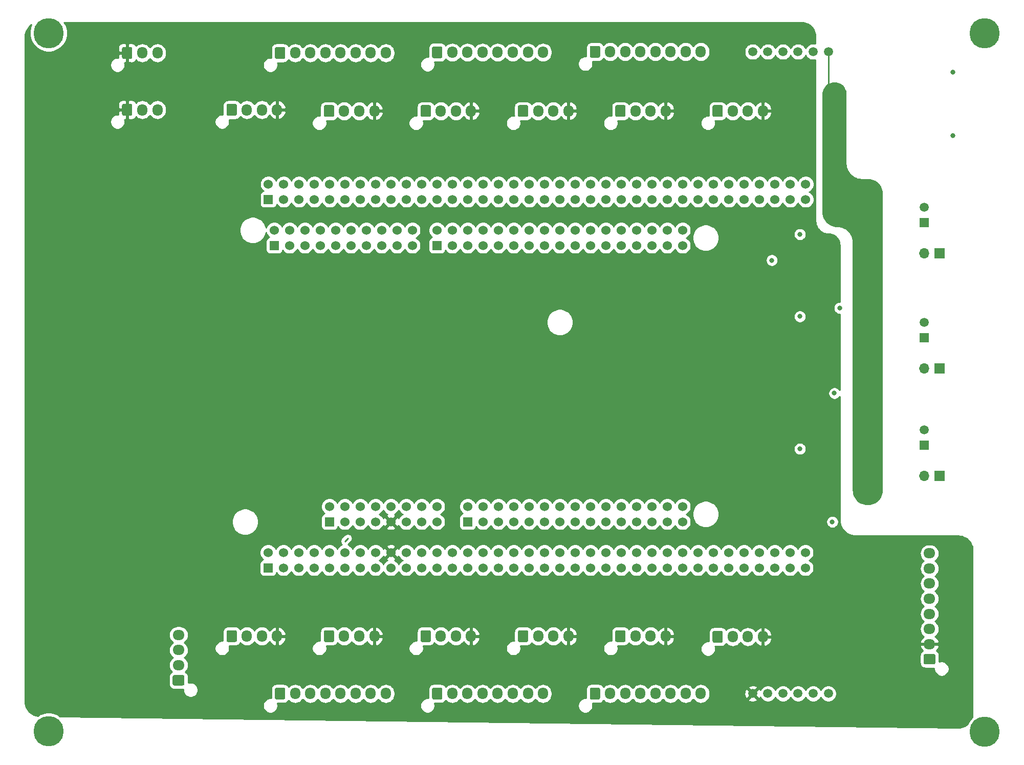
<source format=gbr>
%TF.GenerationSoftware,KiCad,Pcbnew,(5.1.12)-1*%
%TF.CreationDate,2022-02-06T21:24:49-08:00*%
%TF.ProjectId,DriverBoard,44726976-6572-4426-9f61-72642e6b6963,rev?*%
%TF.SameCoordinates,Original*%
%TF.FileFunction,Copper,L2,Inr*%
%TF.FilePolarity,Positive*%
%FSLAX46Y46*%
G04 Gerber Fmt 4.6, Leading zero omitted, Abs format (unit mm)*
G04 Created by KiCad (PCBNEW (5.1.12)-1) date 2022-02-06 21:24:49*
%MOMM*%
%LPD*%
G01*
G04 APERTURE LIST*
%TA.AperFunction,ComponentPad*%
%ADD10C,5.000000*%
%TD*%
%TA.AperFunction,ComponentPad*%
%ADD11O,1.700000X1.950000*%
%TD*%
%TA.AperFunction,ComponentPad*%
%ADD12C,1.530000*%
%TD*%
%TA.AperFunction,ComponentPad*%
%ADD13R,1.530000X1.530000*%
%TD*%
%TA.AperFunction,ComponentPad*%
%ADD14O,1.950000X1.700000*%
%TD*%
%TA.AperFunction,ComponentPad*%
%ADD15C,1.508000*%
%TD*%
%TA.AperFunction,ComponentPad*%
%ADD16R,1.508000X1.508000*%
%TD*%
%TA.AperFunction,ComponentPad*%
%ADD17C,1.498600*%
%TD*%
%TA.AperFunction,ComponentPad*%
%ADD18R,1.700000X1.700000*%
%TD*%
%TA.AperFunction,ComponentPad*%
%ADD19O,1.700000X1.700000*%
%TD*%
%TA.AperFunction,ViaPad*%
%ADD20C,0.800000*%
%TD*%
%TA.AperFunction,Conductor*%
%ADD21C,0.250000*%
%TD*%
%TA.AperFunction,Conductor*%
%ADD22C,0.254000*%
%TD*%
%TA.AperFunction,Conductor*%
%ADD23C,0.100000*%
%TD*%
G04 APERTURE END LIST*
D10*
%TO.N,N/C*%
%TO.C,Hole*%
X75000000Y-157450000D03*
%TD*%
D11*
%TO.N,+5V*%
%TO.C,J25*%
X193200000Y-54800000D03*
%TO.N,GND*%
X190700000Y-54800000D03*
%TO.N,Drive6-Enc-Aout*%
X188200000Y-54800000D03*
%TO.N,Drive6-Enc-Bout*%
%TA.AperFunction,ComponentPad*%
G36*
G01*
X184850000Y-55525000D02*
X184850000Y-54075000D01*
G75*
G02*
X185100000Y-53825000I250000J0D01*
G01*
X186300000Y-53825000D01*
G75*
G02*
X186550000Y-54075000I0J-250000D01*
G01*
X186550000Y-55525000D01*
G75*
G02*
X186300000Y-55775000I-250000J0D01*
G01*
X185100000Y-55775000D01*
G75*
G02*
X184850000Y-55525000I0J250000D01*
G01*
G37*
%TD.AperFunction*%
%TD*%
%TO.N,+5V*%
%TO.C,J5*%
X144900000Y-54800000D03*
%TO.N,GND*%
X142400000Y-54800000D03*
%TO.N,Drive3-Enc-Aout*%
X139900000Y-54800000D03*
%TO.N,Drive3-Enc-Bout*%
%TA.AperFunction,ComponentPad*%
G36*
G01*
X136550000Y-55525000D02*
X136550000Y-54075000D01*
G75*
G02*
X136800000Y-53825000I250000J0D01*
G01*
X138000000Y-53825000D01*
G75*
G02*
X138250000Y-54075000I0J-250000D01*
G01*
X138250000Y-55525000D01*
G75*
G02*
X138000000Y-55775000I-250000J0D01*
G01*
X136800000Y-55775000D01*
G75*
G02*
X136550000Y-55525000I0J250000D01*
G01*
G37*
%TD.AperFunction*%
%TD*%
D12*
%TO.N,N/C*%
%TO.C,U1*%
X200245000Y-66910000D03*
X200245000Y-69450000D03*
%TO.N,Net-(U1-Pad91)*%
X197705000Y-66910000D03*
%TO.N,LED1*%
X197705000Y-69450000D03*
%TO.N,LED2*%
X195165000Y-66910000D03*
%TO.N,Net-(U1-Pad92)*%
X195165000Y-69450000D03*
%TO.N,Drive6-Enc-Bout*%
X192625000Y-66910000D03*
%TO.N,Drive6-Enc-Aout*%
X192625000Y-69450000D03*
%TO.N,Drive3-INA1*%
X190085000Y-66910000D03*
%TO.N,N/C*%
X190085000Y-69450000D03*
%TO.N,Drive3-INA2*%
X187545000Y-66910000D03*
%TO.N,Drive4-Enc-Bout*%
X187545000Y-69450000D03*
%TO.N,I2C-4-SDA*%
X185005000Y-66910000D03*
%TO.N,I2C-4-INT1*%
X185005000Y-69450000D03*
%TO.N,Drive3-INB1*%
X182465000Y-66910000D03*
%TO.N,I2C-4-INT0*%
X182465000Y-69450000D03*
%TO.N,Drive3-INB2*%
X179925000Y-66910000D03*
%TO.N,Drive2-B1*%
X179925000Y-69450000D03*
%TO.N,GND*%
X177385000Y-66910000D03*
%TO.N,Drive5-Enc-Aout*%
X177385000Y-69450000D03*
%TO.N,UART-7-RTS*%
X174845000Y-66910000D03*
%TO.N,Drive3-PWMB*%
X174845000Y-69450000D03*
%TO.N,I2C-4-SCL*%
X172305000Y-66910000D03*
%TO.N,CAN3-STBY*%
X172305000Y-69450000D03*
%TO.N,Steer3-PWMB*%
X169765000Y-66910000D03*
%TO.N,UART-7-CTS*%
X169765000Y-69450000D03*
%TO.N,Steer3-PWMA*%
X167225000Y-66910000D03*
%TO.N,ROSReset*%
X167225000Y-69450000D03*
%TO.N,UART-7-RXD*%
X164685000Y-66910000D03*
%TO.N,Drive2-PWMA*%
X164685000Y-69450000D03*
%TO.N,Drive5-Enc-Bout*%
X162145000Y-66910000D03*
%TO.N,Drive2-PWMB*%
X162145000Y-69450000D03*
%TO.N,UART-7-TXD*%
X159605000Y-66910000D03*
%TO.N,GND*%
X159605000Y-69450000D03*
%TO.N,Net-(U1-Pad14)*%
X157065000Y-66910000D03*
%TO.N,Net-(U1-Pad37)*%
X157065000Y-69450000D03*
%TO.N,Drive2-INA1*%
X154525000Y-66910000D03*
%TO.N,Drive4-Enc-Aout*%
X154525000Y-69450000D03*
%TO.N,Drive2-INA2*%
X151985000Y-66910000D03*
%TO.N,Drive3-PWMA*%
X151985000Y-69450000D03*
%TO.N,N/C*%
X149445000Y-66910000D03*
%TO.N,CAN3-RXD*%
X149445000Y-69450000D03*
%TO.N,Drive2-B2*%
X146905000Y-66910000D03*
%TO.N,CAN2-RXD*%
X146905000Y-69450000D03*
%TO.N,Drive1-INA1*%
X144365000Y-66910000D03*
%TO.N,CAN3-TXD*%
X144365000Y-69450000D03*
%TO.N,Drive1-INA2*%
X141825000Y-66910000D03*
%TO.N,Drive3-Enc-Aout*%
X141825000Y-69450000D03*
%TO.N,Drive3-Enc-Bout*%
X139285000Y-66910000D03*
%TO.N,Drive1-PWMA*%
X139285000Y-69450000D03*
%TO.N,CAN2-STBY*%
X136745000Y-66910000D03*
%TO.N,Drive1-PWMB*%
X136745000Y-69450000D03*
%TO.N,GND*%
X134205000Y-66910000D03*
%TO.N,Drive1-INB2*%
X134205000Y-69450000D03*
%TO.N,Drive1-INB1*%
X131665000Y-66910000D03*
%TO.N,CAN2-TXD*%
X131665000Y-69450000D03*
%TO.N,Net-(U1-Pad73)*%
X129125000Y-66910000D03*
%TO.N,Steer6-Enc-Bout*%
X129125000Y-69450000D03*
%TO.N,Net-(U1-Pad103)*%
X126585000Y-66910000D03*
%TO.N,Net-(U1-Pad42)*%
X126585000Y-69450000D03*
%TO.N,Drive2-Enc-Aout*%
X124045000Y-66910000D03*
%TO.N,Steer1-PWMA*%
X124045000Y-69450000D03*
%TO.N,Drive2-Enc-Bout*%
X121505000Y-66910000D03*
%TO.N,GND*%
X121505000Y-69450000D03*
%TO.N,Net-(U1-Pad157)*%
X118965000Y-66910000D03*
%TO.N,Net-(U1-Pad155)*%
X118965000Y-69450000D03*
%TO.N,Net-(U1-Pad45)*%
X116425000Y-66910000D03*
%TO.N,TurretPWM2*%
X116425000Y-69450000D03*
%TO.N,Drive1-Enc-Aout*%
X113885000Y-66910000D03*
%TO.N,TurretPWM1*%
X113885000Y-69450000D03*
%TO.N,Drive1-INB1*%
X179905000Y-74530000D03*
%TO.N,Drive3-INA1*%
X179905000Y-77070000D03*
%TO.N,CAN1-STBY*%
X179905000Y-120250000D03*
%TO.N,I2C-2-INT*%
X179905000Y-122790000D03*
%TO.N,I2C-4-INT1*%
X135201000Y-74530000D03*
%TO.N,CAN3-TXD*%
X135201000Y-77070000D03*
%TO.N,Steer3-PWMB*%
X132661000Y-74530000D03*
%TO.N,Steer3-Enc-Aout*%
X132661000Y-77070000D03*
%TO.N,Steer3-PWMA*%
X130121000Y-74530000D03*
%TO.N,CAN3-RXD*%
X130121000Y-77070000D03*
%TO.N,Steer6-Enc-Bout*%
X127581000Y-74530000D03*
%TO.N,CAN2-RXD*%
X127581000Y-77070000D03*
%TO.N,Net-(U1-Pad42)*%
X125041000Y-74530000D03*
%TO.N,Drive1-INB2*%
X125041000Y-77070000D03*
%TO.N,Steer1-PWMA*%
X122501000Y-74530000D03*
%TO.N,Steer1-INA2*%
X122501000Y-77070000D03*
%TO.N,GND*%
X119961000Y-74530000D03*
%TO.N,Net-(U1-Pad73)*%
X119961000Y-77070000D03*
%TO.N,Net-(U1-Pad154)*%
X117421000Y-74530000D03*
%TO.N,Drive2-B2*%
X117421000Y-77070000D03*
%TO.N,TurretPWM2*%
X114881000Y-74530000D03*
%TO.N,Drive1-INA2*%
X114881000Y-77070000D03*
%TO.N,N/C*%
X200225000Y-127870000D03*
X200225000Y-130410000D03*
%TO.N,Drive3-Enc-Aout*%
X177365000Y-74530000D03*
%TO.N,Steer4-Enc-Aout*%
X177365000Y-77070000D03*
%TO.N,Drive5-Enc-Aout*%
X174825000Y-74530000D03*
%TO.N,Steer3-Enc-Bout*%
X174825000Y-77070000D03*
%TO.N,Drive3-PWMB*%
X172285000Y-74530000D03*
%TO.N,GND*%
X172285000Y-77070000D03*
%TO.N,CAN3-STBY*%
X169745000Y-74530000D03*
%TO.N,Steer5-Enc-Aout*%
X169745000Y-77070000D03*
%TO.N,UART-7-CTS*%
X167205000Y-74530000D03*
%TO.N,ROSReset*%
X167205000Y-77070000D03*
%TO.N,GND*%
X164665000Y-74530000D03*
%TO.N,Drive2-PWMA*%
X164665000Y-77070000D03*
%TO.N,UART-7-RXD*%
X162125000Y-74530000D03*
%TO.N,Drive2-PWMB*%
X162125000Y-77070000D03*
%TO.N,UART-7-TXD*%
X159585000Y-74530000D03*
%TO.N,GND*%
X159585000Y-77070000D03*
%TO.N,SPI_1_MISO*%
X157045000Y-74530000D03*
%TO.N,CAN2-STBY*%
X157045000Y-77070000D03*
%TO.N,Drive4-Enc-Bout*%
X154505000Y-74530000D03*
%TO.N,CAN2-TXD*%
X154505000Y-77070000D03*
%TO.N,I2C-4-SDA*%
X151965000Y-74530000D03*
%TO.N,Net-(U1-Pad14)*%
X151965000Y-77070000D03*
%TO.N,Drive2-B1*%
X149425000Y-74530000D03*
%TO.N,Net-(U1-Pad28)*%
X149425000Y-77070000D03*
%TO.N,I2C-4-SCL*%
X146885000Y-74530000D03*
%TO.N,Drive3-Enc-Bout*%
X146885000Y-77070000D03*
%TO.N,Drive3-INB2*%
X144345000Y-74530000D03*
%TO.N,GND*%
X144345000Y-77070000D03*
%TO.N,UART-7-RTS*%
X141805000Y-74530000D03*
%TO.N,N/C*%
X141805000Y-77070000D03*
%TO.N,I2C-4-INT0*%
X139265000Y-74530000D03*
D13*
%TO.N,Net-(U1-Pad156)*%
X139265000Y-77070000D03*
D12*
%TO.N,TurretPWM1*%
X112341000Y-74530000D03*
D13*
%TO.N,Drive1-Enc-Aout*%
X112341000Y-77070000D03*
D12*
%TO.N,Steer2-PWMB*%
X177365000Y-120250000D03*
%TO.N,CAN1-TXD*%
X177365000Y-122790000D03*
%TO.N,Steer2-Enc-Aout*%
X174825000Y-120250000D03*
%TO.N,CAN1-RXD*%
X174825000Y-122790000D03*
%TO.N,Steer2-PWMA*%
X172285000Y-120250000D03*
%TO.N,GND*%
X172285000Y-122790000D03*
%TO.N,Steer3-INB2*%
X169745000Y-120250000D03*
%TO.N,I2C-2-SDA*%
X169745000Y-122790000D03*
%TO.N,Steer3-PWMB*%
X167205000Y-120250000D03*
%TO.N,I2C-2-SCL*%
X167205000Y-122790000D03*
%TO.N,Steer3-PWMA*%
X164665000Y-120250000D03*
%TO.N,I2C-2-EXTRA*%
X164665000Y-122790000D03*
%TO.N,Steer3-INB1*%
X162125000Y-120250000D03*
%TO.N,Steer6-Enc-Bout*%
X162125000Y-122790000D03*
%TO.N,Steer5-Enc-Aout*%
X159585000Y-120250000D03*
%TO.N,N/C*%
X159585000Y-122790000D03*
%TO.N,GND*%
X157045000Y-120250000D03*
%TO.N,Drive5-Enc-Bout*%
X157045000Y-122790000D03*
%TO.N,Steer2-INA1*%
X154505000Y-120250000D03*
%TO.N,Drive2-INA1*%
X154505000Y-122790000D03*
%TO.N,Steer2-INB2*%
X151965000Y-120250000D03*
%TO.N,Drive3-INB1*%
X151965000Y-122790000D03*
%TO.N,Steer2-INB1*%
X149425000Y-120250000D03*
%TO.N,Net-(U1-Pad29)*%
X149425000Y-122790000D03*
%TO.N,Steer2-INA2*%
X146885000Y-120250000D03*
%TO.N,Net-(U1-Pad26)*%
X146885000Y-122790000D03*
%TO.N,SPI_1_MOSI*%
X144345000Y-120250000D03*
D13*
%TO.N,Net-(U1-Pad37)*%
X144345000Y-122790000D03*
D12*
%TO.N,Steer5-Enc-Bout*%
X139265000Y-120250000D03*
%TO.N,Net-(U1-Pad153)*%
X139265000Y-122790000D03*
%TO.N,Net-(U1-Pad87)*%
X136725000Y-120250000D03*
%TO.N,GND*%
X136725000Y-122790000D03*
%TO.N,Net-(U1-Pad116)*%
X134185000Y-120250000D03*
%TO.N,GND*%
X134185000Y-122790000D03*
%TO.N,SabreTX*%
X131645000Y-120250000D03*
%TO.N,+5V*%
X131645000Y-122790000D03*
%TO.N,Steer1-Enc-Aout*%
X129105000Y-120250000D03*
%TO.N,+3V3*%
X129105000Y-122790000D03*
%TO.N,Steer1-Enc-Bout*%
X126565000Y-120250000D03*
%TO.N,Net-(U1-Pad25)*%
X126565000Y-122790000D03*
%TO.N,Net-(U1-Pad99)*%
X124025000Y-120250000D03*
%TO.N,Net-(U1-Pad150)*%
X124025000Y-122790000D03*
%TO.N,Drive1-Enc-Bout*%
X121485000Y-120250000D03*
D13*
%TO.N,N/C*%
X121485000Y-122790000D03*
D12*
%TO.N,Drive1-Enc-Bout*%
X111345000Y-66910000D03*
D13*
%TO.N,Net-(U1-Pad99)*%
X111345000Y-69450000D03*
D12*
%TO.N,SPI_1_SCK*%
X197685000Y-127870000D03*
%TO.N,I2C-2-EXTRA*%
X197685000Y-130410000D03*
%TO.N,SPI_1_INT*%
X195145000Y-127870000D03*
%TO.N,N/C*%
X195145000Y-130410000D03*
%TO.N,SPI_1_CS*%
X192605000Y-127870000D03*
%TO.N,Steer6-Enc-Aout*%
X192605000Y-130410000D03*
%TO.N,Steer3-INA1*%
X190065000Y-127870000D03*
%TO.N,SPI_1_MISO*%
X190065000Y-130410000D03*
%TO.N,Steer3-PWMB*%
X187525000Y-127870000D03*
%TO.N,Steer3-INA2*%
X187525000Y-130410000D03*
%TO.N,N/C*%
X184985000Y-127870000D03*
%TO.N,I2C-2-INT*%
X184985000Y-130410000D03*
%TO.N,CAN1-STBY*%
X182445000Y-127870000D03*
%TO.N,CAN1-RXD*%
X182445000Y-130410000D03*
%TO.N,Steer2-PWMB*%
X179905000Y-127870000D03*
%TO.N,CAN1-TXD*%
X179905000Y-130410000D03*
%TO.N,Steer2-PWMA*%
X177365000Y-127870000D03*
%TO.N,I2C-2-SDA*%
X177365000Y-130410000D03*
%TO.N,I2C-2-EXTRA*%
X174825000Y-127870000D03*
%TO.N,I2C-2-SCL*%
X174825000Y-130410000D03*
%TO.N,Steer3-PWMA*%
X172285000Y-127870000D03*
%TO.N,GND*%
X172285000Y-130410000D03*
%TO.N,Steer3-INB1*%
X169745000Y-127870000D03*
%TO.N,Steer3-INB2*%
X169745000Y-130410000D03*
%TO.N,Steer5-Enc-Aout*%
X167205000Y-127870000D03*
%TO.N,SPI_1_MOSI*%
X167205000Y-130410000D03*
%TO.N,Steer5-Enc-Bout*%
X164665000Y-127870000D03*
%TO.N,Steer2-INA2*%
X164665000Y-130410000D03*
%TO.N,Net-(U1-Pad87)*%
X162125000Y-127870000D03*
%TO.N,Steer2-INB1*%
X162125000Y-130410000D03*
%TO.N,Steer2-INA1*%
X159585000Y-127870000D03*
%TO.N,Steer2-INB2*%
X159585000Y-130410000D03*
%TO.N,Net-(U1-Pad26)*%
X157045000Y-127870000D03*
%TO.N,Net-(U1-Pad29)*%
X157045000Y-130410000D03*
%TO.N,Net-(U1-Pad27)*%
X154505000Y-127870000D03*
%TO.N,Net-(U1-Pad28)*%
X154505000Y-130410000D03*
%TO.N,Steer4-Enc-Aout*%
X151965000Y-127870000D03*
%TO.N,N/C*%
X151965000Y-130410000D03*
%TO.N,Steer3-Enc-Aout*%
X149425000Y-127870000D03*
%TO.N,Steer4-Enc-Bout*%
X149425000Y-130410000D03*
%TO.N,Steer1-PWMB*%
X146885000Y-127870000D03*
%TO.N,N/C*%
X146885000Y-130410000D03*
%TO.N,Steer3-Enc-Bout*%
X144345000Y-127870000D03*
%TO.N,N/C*%
X144345000Y-130410000D03*
X141805000Y-127870000D03*
X141805000Y-130410000D03*
%TO.N,Net-(U1-Pad149)*%
X139265000Y-127870000D03*
%TO.N,Steer1-INA1*%
X139265000Y-130410000D03*
%TO.N,GND*%
X136725000Y-127870000D03*
%TO.N,Net-(U1-Pad137)*%
X136725000Y-130410000D03*
%TO.N,GND*%
X134185000Y-127870000D03*
X134185000Y-130410000D03*
%TO.N,+5V*%
X131645000Y-127870000D03*
%TO.N,Steer1-INA2*%
X131645000Y-130410000D03*
%TO.N,+3V3*%
X129105000Y-127870000D03*
%TO.N,Steer1-INB1*%
X129105000Y-130410000D03*
%TO.N,Net-(U1-Pad25)*%
X126565000Y-127870000D03*
%TO.N,Steer1-INB2*%
X126565000Y-130410000D03*
%TO.N,+3V3*%
X124025000Y-127870000D03*
%TO.N,Steer2-Enc-Aout*%
X124025000Y-130410000D03*
%TO.N,N/C*%
X121485000Y-127870000D03*
%TO.N,Steer2-Enc-Bout*%
X121485000Y-130410000D03*
%TO.N,GND*%
X118945000Y-127870000D03*
%TO.N,Net-(U1-Pad138)*%
X118945000Y-130410000D03*
%TO.N,Net-(U1-Pad145)*%
X116405000Y-127870000D03*
%TO.N,N/C*%
X116405000Y-130410000D03*
%TO.N,Net-(U1-Pad116)*%
X113865000Y-127870000D03*
%TO.N,SabreTX*%
X113865000Y-130410000D03*
%TO.N,Steer1-Enc-Aout*%
X111325000Y-127870000D03*
D13*
%TO.N,Steer1-Enc-Bout*%
X111325000Y-130410000D03*
%TD*%
D10*
%TO.N,N/C*%
%TO.C,Hole*%
X229900000Y-41900000D03*
%TD*%
%TO.N,N/C*%
%TO.C,Hole*%
X229900000Y-157500000D03*
%TD*%
%TO.N,N/C*%
%TO.C,*%
X75000000Y-41900000D03*
%TD*%
D14*
%TO.N,SabreTX*%
%TO.C,J30*%
X96500000Y-141500000D03*
X96500000Y-144000000D03*
X96500000Y-146500000D03*
%TA.AperFunction,ComponentPad*%
G36*
G01*
X97225000Y-149850000D02*
X95775000Y-149850000D01*
G75*
G02*
X95525000Y-149600000I0J250000D01*
G01*
X95525000Y-148400000D01*
G75*
G02*
X95775000Y-148150000I250000J0D01*
G01*
X97225000Y-148150000D01*
G75*
G02*
X97475000Y-148400000I0J-250000D01*
G01*
X97475000Y-149600000D01*
G75*
G02*
X97225000Y-149850000I-250000J0D01*
G01*
G37*
%TD.AperFunction*%
%TD*%
D11*
%TO.N,+5V*%
%TO.C,J29*%
X161000000Y-54800000D03*
%TO.N,GND*%
X158500000Y-54800000D03*
%TO.N,Drive4-Enc-Aout*%
X156000000Y-54800000D03*
%TO.N,Drive4-Enc-Bout*%
%TA.AperFunction,ComponentPad*%
G36*
G01*
X152650000Y-55525000D02*
X152650000Y-54075000D01*
G75*
G02*
X152900000Y-53825000I250000J0D01*
G01*
X154100000Y-53825000D01*
G75*
G02*
X154350000Y-54075000I0J-250000D01*
G01*
X154350000Y-55525000D01*
G75*
G02*
X154100000Y-55775000I-250000J0D01*
G01*
X152900000Y-55775000D01*
G75*
G02*
X152650000Y-55525000I0J250000D01*
G01*
G37*
%TD.AperFunction*%
%TD*%
%TO.N,+5V*%
%TO.C,J28*%
X193200000Y-141800000D03*
%TO.N,GND*%
X190700000Y-141800000D03*
%TO.N,Steer6-Enc-Aout*%
X188200000Y-141800000D03*
%TO.N,Steer6-Enc-Bout*%
%TA.AperFunction,ComponentPad*%
G36*
G01*
X184850000Y-142525000D02*
X184850000Y-141075000D01*
G75*
G02*
X185100000Y-140825000I250000J0D01*
G01*
X186300000Y-140825000D01*
G75*
G02*
X186550000Y-141075000I0J-250000D01*
G01*
X186550000Y-142525000D01*
G75*
G02*
X186300000Y-142775000I-250000J0D01*
G01*
X185100000Y-142775000D01*
G75*
G02*
X184850000Y-142525000I0J250000D01*
G01*
G37*
%TD.AperFunction*%
%TD*%
%TO.N,+5V*%
%TO.C,J27*%
X177100000Y-141700000D03*
%TO.N,GND*%
X174600000Y-141700000D03*
%TO.N,Steer5-Enc-Aout*%
X172100000Y-141700000D03*
%TO.N,Steer5-Enc-Bout*%
%TA.AperFunction,ComponentPad*%
G36*
G01*
X168750000Y-142425000D02*
X168750000Y-140975000D01*
G75*
G02*
X169000000Y-140725000I250000J0D01*
G01*
X170200000Y-140725000D01*
G75*
G02*
X170450000Y-140975000I0J-250000D01*
G01*
X170450000Y-142425000D01*
G75*
G02*
X170200000Y-142675000I-250000J0D01*
G01*
X169000000Y-142675000D01*
G75*
G02*
X168750000Y-142425000I0J250000D01*
G01*
G37*
%TD.AperFunction*%
%TD*%
%TO.N,+5V*%
%TO.C,J26*%
X161000000Y-141700000D03*
%TO.N,GND*%
X158500000Y-141700000D03*
%TO.N,Steer4-Enc-Aout*%
X156000000Y-141700000D03*
%TO.N,Steer4-Enc-Bout*%
%TA.AperFunction,ComponentPad*%
G36*
G01*
X152650000Y-142425000D02*
X152650000Y-140975000D01*
G75*
G02*
X152900000Y-140725000I250000J0D01*
G01*
X154100000Y-140725000D01*
G75*
G02*
X154350000Y-140975000I0J-250000D01*
G01*
X154350000Y-142425000D01*
G75*
G02*
X154100000Y-142675000I-250000J0D01*
G01*
X152900000Y-142675000D01*
G75*
G02*
X152650000Y-142425000I0J250000D01*
G01*
G37*
%TD.AperFunction*%
%TD*%
%TO.N,+5V*%
%TO.C,J24*%
X177100000Y-54800000D03*
%TO.N,GND*%
X174600000Y-54800000D03*
%TO.N,Drive5-Enc-Aout*%
X172100000Y-54800000D03*
%TO.N,Drive5-Enc-Bout*%
%TA.AperFunction,ComponentPad*%
G36*
G01*
X168750000Y-55525000D02*
X168750000Y-54075000D01*
G75*
G02*
X169000000Y-53825000I250000J0D01*
G01*
X170200000Y-53825000D01*
G75*
G02*
X170450000Y-54075000I0J-250000D01*
G01*
X170450000Y-55525000D01*
G75*
G02*
X170200000Y-55775000I-250000J0D01*
G01*
X169000000Y-55775000D01*
G75*
G02*
X168750000Y-55525000I0J250000D01*
G01*
G37*
%TD.AperFunction*%
%TD*%
%TO.N,Net-(J15-Pad1)*%
%TO.C,J15*%
%TA.AperFunction,ComponentPad*%
G36*
G01*
X221475000Y-146350000D02*
X220025000Y-146350000D01*
G75*
G02*
X219775000Y-146100000I0J250000D01*
G01*
X219775000Y-144900000D01*
G75*
G02*
X220025000Y-144650000I250000J0D01*
G01*
X221475000Y-144650000D01*
G75*
G02*
X221725000Y-144900000I0J-250000D01*
G01*
X221725000Y-146100000D01*
G75*
G02*
X221475000Y-146350000I-250000J0D01*
G01*
G37*
%TD.AperFunction*%
D14*
%TO.N,+5V*%
X220750000Y-143000000D03*
%TO.N,GND*%
X220750000Y-140500000D03*
%TO.N,SPI_1_CS*%
X220750000Y-138000000D03*
%TO.N,SPI_1_MISO*%
X220750000Y-135500000D03*
%TO.N,SPI_1_MOSI*%
X220750000Y-133000000D03*
%TO.N,SPI_1_SCK*%
X220750000Y-130500000D03*
%TO.N,SPI_1_INT*%
X220750000Y-128000000D03*
%TD*%
D11*
%TO.N,Drive2-INA1*%
%TO.C,J9*%
X156800000Y-45100000D03*
%TO.N,Drive2-INA2*%
X154300000Y-45100000D03*
%TO.N,Drive2-PWMA*%
X151800000Y-45100000D03*
%TO.N,Drive2-B1*%
X149300000Y-45100000D03*
%TO.N,Drive2-B2*%
X146800000Y-45100000D03*
%TO.N,Drive2-PWMB*%
X144300000Y-45100000D03*
%TO.N,GND*%
X141800000Y-45100000D03*
%TO.N,Net-(J9-Pad1)*%
%TA.AperFunction,ComponentPad*%
G36*
G01*
X138450000Y-45825000D02*
X138450000Y-44375000D01*
G75*
G02*
X138700000Y-44125000I250000J0D01*
G01*
X139900000Y-44125000D01*
G75*
G02*
X140150000Y-44375000I0J-250000D01*
G01*
X140150000Y-45825000D01*
G75*
G02*
X139900000Y-46075000I-250000J0D01*
G01*
X138700000Y-46075000D01*
G75*
G02*
X138450000Y-45825000I0J250000D01*
G01*
G37*
%TD.AperFunction*%
%TD*%
D15*
%TO.N,Net-(J19-Pad2)*%
%TO.C,J19*%
X219910000Y-107570000D03*
D16*
%TO.N,Net-(J19-Pad1)*%
X219910000Y-110070000D03*
%TD*%
D11*
%TO.N,+5V*%
%TO.C,J1*%
X112800000Y-54600000D03*
%TO.N,GND*%
X110300000Y-54600000D03*
%TO.N,Drive1-Enc-Aout*%
X107800000Y-54600000D03*
%TO.N,Drive1-Enc-Bout*%
%TA.AperFunction,ComponentPad*%
G36*
G01*
X104450000Y-55325000D02*
X104450000Y-53875000D01*
G75*
G02*
X104700000Y-53625000I250000J0D01*
G01*
X105900000Y-53625000D01*
G75*
G02*
X106150000Y-53875000I0J-250000D01*
G01*
X106150000Y-55325000D01*
G75*
G02*
X105900000Y-55575000I-250000J0D01*
G01*
X104700000Y-55575000D01*
G75*
G02*
X104450000Y-55325000I0J250000D01*
G01*
G37*
%TD.AperFunction*%
%TD*%
%TO.N,+5V*%
%TO.C,J2*%
X112800000Y-141700000D03*
%TO.N,GND*%
X110300000Y-141700000D03*
%TO.N,Steer1-Enc-Aout*%
X107800000Y-141700000D03*
%TO.N,Steer1-Enc-Bout*%
%TA.AperFunction,ComponentPad*%
G36*
G01*
X104450000Y-142425000D02*
X104450000Y-140975000D01*
G75*
G02*
X104700000Y-140725000I250000J0D01*
G01*
X105900000Y-140725000D01*
G75*
G02*
X106150000Y-140975000I0J-250000D01*
G01*
X106150000Y-142425000D01*
G75*
G02*
X105900000Y-142675000I-250000J0D01*
G01*
X104700000Y-142675000D01*
G75*
G02*
X104450000Y-142425000I0J250000D01*
G01*
G37*
%TD.AperFunction*%
%TD*%
%TO.N,+5V*%
%TO.C,J3*%
X128900000Y-54800000D03*
%TO.N,GND*%
X126400000Y-54800000D03*
%TO.N,Drive2-Enc-Aout*%
X123900000Y-54800000D03*
%TO.N,Drive2-Enc-Bout*%
%TA.AperFunction,ComponentPad*%
G36*
G01*
X120550000Y-55525000D02*
X120550000Y-54075000D01*
G75*
G02*
X120800000Y-53825000I250000J0D01*
G01*
X122000000Y-53825000D01*
G75*
G02*
X122250000Y-54075000I0J-250000D01*
G01*
X122250000Y-55525000D01*
G75*
G02*
X122000000Y-55775000I-250000J0D01*
G01*
X120800000Y-55775000D01*
G75*
G02*
X120550000Y-55525000I0J250000D01*
G01*
G37*
%TD.AperFunction*%
%TD*%
%TO.N,+5V*%
%TO.C,J4*%
X128900000Y-141700000D03*
%TO.N,GND*%
X126400000Y-141700000D03*
%TO.N,Steer2-Enc-Aout*%
X123900000Y-141700000D03*
%TO.N,Steer2-Enc-Bout*%
%TA.AperFunction,ComponentPad*%
G36*
G01*
X120550000Y-142425000D02*
X120550000Y-140975000D01*
G75*
G02*
X120800000Y-140725000I250000J0D01*
G01*
X122000000Y-140725000D01*
G75*
G02*
X122250000Y-140975000I0J-250000D01*
G01*
X122250000Y-142425000D01*
G75*
G02*
X122000000Y-142675000I-250000J0D01*
G01*
X120800000Y-142675000D01*
G75*
G02*
X120550000Y-142425000I0J250000D01*
G01*
G37*
%TD.AperFunction*%
%TD*%
%TO.N,+5V*%
%TO.C,J6*%
X144900000Y-141700000D03*
%TO.N,GND*%
X142400000Y-141700000D03*
%TO.N,Steer3-Enc-Aout*%
X139900000Y-141700000D03*
%TO.N,Steer3-Enc-Bout*%
%TA.AperFunction,ComponentPad*%
G36*
G01*
X136550000Y-142425000D02*
X136550000Y-140975000D01*
G75*
G02*
X136800000Y-140725000I250000J0D01*
G01*
X138000000Y-140725000D01*
G75*
G02*
X138250000Y-140975000I0J-250000D01*
G01*
X138250000Y-142425000D01*
G75*
G02*
X138000000Y-142675000I-250000J0D01*
G01*
X136800000Y-142675000D01*
G75*
G02*
X136550000Y-142425000I0J250000D01*
G01*
G37*
%TD.AperFunction*%
%TD*%
D17*
%TO.N,I2C-4-INT0*%
%TO.C,J7*%
X191500002Y-45000000D03*
%TO.N,I2C-4-INT1*%
X194000000Y-45000000D03*
%TO.N,I2C-4-SCL*%
X196500000Y-45000000D03*
%TO.N,I2C-4-SDA*%
X199000000Y-45000000D03*
%TO.N,GND*%
X201500000Y-45000000D03*
%TO.N,+3V3*%
X204000000Y-45000000D03*
%TD*%
%TO.N,Net-(J8-Pad1)*%
%TO.C,J8*%
%TA.AperFunction,ComponentPad*%
G36*
G01*
X112450000Y-45925000D02*
X112450000Y-44475000D01*
G75*
G02*
X112700000Y-44225000I250000J0D01*
G01*
X113900000Y-44225000D01*
G75*
G02*
X114150000Y-44475000I0J-250000D01*
G01*
X114150000Y-45925000D01*
G75*
G02*
X113900000Y-46175000I-250000J0D01*
G01*
X112700000Y-46175000D01*
G75*
G02*
X112450000Y-45925000I0J250000D01*
G01*
G37*
%TD.AperFunction*%
D11*
%TO.N,GND*%
X115800000Y-45200000D03*
%TO.N,Drive1-PWMB*%
X118300000Y-45200000D03*
%TO.N,Drive1-INB2*%
X120800000Y-45200000D03*
%TO.N,Drive1-INB1*%
X123300000Y-45200000D03*
%TO.N,Drive1-PWMA*%
X125800000Y-45200000D03*
%TO.N,Drive1-INA2*%
X128300000Y-45200000D03*
%TO.N,Drive1-INA1*%
X130800000Y-45200000D03*
%TD*%
%TO.N,Net-(J10-Pad1)*%
%TO.C,J10*%
%TA.AperFunction,ComponentPad*%
G36*
G01*
X164550000Y-45725000D02*
X164550000Y-44275000D01*
G75*
G02*
X164800000Y-44025000I250000J0D01*
G01*
X166000000Y-44025000D01*
G75*
G02*
X166250000Y-44275000I0J-250000D01*
G01*
X166250000Y-45725000D01*
G75*
G02*
X166000000Y-45975000I-250000J0D01*
G01*
X164800000Y-45975000D01*
G75*
G02*
X164550000Y-45725000I0J250000D01*
G01*
G37*
%TD.AperFunction*%
%TO.N,GND*%
X167900000Y-45000000D03*
%TO.N,Drive3-PWMB*%
X170400000Y-45000000D03*
%TO.N,Drive3-INB2*%
X172900000Y-45000000D03*
%TO.N,Drive3-INB1*%
X175400000Y-45000000D03*
%TO.N,Drive3-PWMA*%
X177900000Y-45000000D03*
%TO.N,Drive3-INA2*%
X180400000Y-45000000D03*
%TO.N,Drive3-INA1*%
X182900000Y-45000000D03*
%TD*%
%TO.N,Steer1-INA1*%
%TO.C,J11*%
X130800000Y-151200000D03*
%TO.N,Steer1-INA2*%
X128300000Y-151200000D03*
%TO.N,Steer1-PWMA*%
X125800000Y-151200000D03*
%TO.N,Steer1-INB1*%
X123300000Y-151200000D03*
%TO.N,Steer1-INB2*%
X120800000Y-151200000D03*
%TO.N,Steer1-PWMB*%
X118300000Y-151200000D03*
%TO.N,GND*%
X115800000Y-151200000D03*
%TO.N,Net-(J11-Pad1)*%
%TA.AperFunction,ComponentPad*%
G36*
G01*
X112450000Y-151925000D02*
X112450000Y-150475000D01*
G75*
G02*
X112700000Y-150225000I250000J0D01*
G01*
X113900000Y-150225000D01*
G75*
G02*
X114150000Y-150475000I0J-250000D01*
G01*
X114150000Y-151925000D01*
G75*
G02*
X113900000Y-152175000I-250000J0D01*
G01*
X112700000Y-152175000D01*
G75*
G02*
X112450000Y-151925000I0J250000D01*
G01*
G37*
%TD.AperFunction*%
%TD*%
%TO.N,Net-(J12-Pad1)*%
%TO.C,J12*%
%TA.AperFunction,ComponentPad*%
G36*
G01*
X138450000Y-151925000D02*
X138450000Y-150475000D01*
G75*
G02*
X138700000Y-150225000I250000J0D01*
G01*
X139900000Y-150225000D01*
G75*
G02*
X140150000Y-150475000I0J-250000D01*
G01*
X140150000Y-151925000D01*
G75*
G02*
X139900000Y-152175000I-250000J0D01*
G01*
X138700000Y-152175000D01*
G75*
G02*
X138450000Y-151925000I0J250000D01*
G01*
G37*
%TD.AperFunction*%
%TO.N,GND*%
X141800000Y-151200000D03*
%TO.N,Steer2-PWMB*%
X144300000Y-151200000D03*
%TO.N,Steer2-INB2*%
X146800000Y-151200000D03*
%TO.N,Steer2-INB1*%
X149300000Y-151200000D03*
%TO.N,Steer2-PWMA*%
X151800000Y-151200000D03*
%TO.N,Steer2-INA2*%
X154300000Y-151200000D03*
%TO.N,Steer2-INA1*%
X156800000Y-151200000D03*
%TD*%
%TO.N,Steer3-INA1*%
%TO.C,J13*%
X182900000Y-151200000D03*
%TO.N,Steer3-INA2*%
X180400000Y-151200000D03*
%TO.N,Steer3-PWMA*%
X177900000Y-151200000D03*
%TO.N,Steer3-INB1*%
X175400000Y-151200000D03*
%TO.N,Steer3-INB2*%
X172900000Y-151200000D03*
%TO.N,Steer3-PWMB*%
X170400000Y-151200000D03*
%TO.N,GND*%
X167900000Y-151200000D03*
%TO.N,Net-(J13-Pad1)*%
%TA.AperFunction,ComponentPad*%
G36*
G01*
X164550000Y-151925000D02*
X164550000Y-150475000D01*
G75*
G02*
X164800000Y-150225000I250000J0D01*
G01*
X166000000Y-150225000D01*
G75*
G02*
X166250000Y-150475000I0J-250000D01*
G01*
X166250000Y-151925000D01*
G75*
G02*
X166000000Y-152175000I-250000J0D01*
G01*
X164800000Y-152175000D01*
G75*
G02*
X164550000Y-151925000I0J250000D01*
G01*
G37*
%TD.AperFunction*%
%TD*%
D17*
%TO.N,+5V*%
%TO.C,J14*%
X191500002Y-151200000D03*
%TO.N,GND*%
X194000000Y-151200000D03*
%TO.N,I2C-2-SDA*%
X196500000Y-151200000D03*
%TO.N,I2C-2-SCL*%
X199000000Y-151200000D03*
%TO.N,I2C-2-INT*%
X201500000Y-151200000D03*
%TO.N,I2C-2-EXTRA*%
X204000000Y-151200000D03*
%TD*%
D18*
%TO.N,Net-(J17-Pad1)*%
%TO.C,J17*%
X222450000Y-97390000D03*
D19*
X219910000Y-97390000D03*
%TD*%
%TO.N,Net-(J18-Pad2)*%
%TO.C,J18*%
X219910000Y-78340000D03*
D18*
%TO.N,Net-(J18-Pad1)*%
X222450000Y-78340000D03*
%TD*%
D16*
%TO.N,Net-(J17-Pad1)*%
%TO.C,J20*%
X219910000Y-92290000D03*
D15*
%TO.N,Net-(J20-Pad2)*%
X219910000Y-89790000D03*
%TD*%
%TO.N,Net-(J21-Pad2)*%
%TO.C,J21*%
X219910000Y-70740000D03*
D16*
%TO.N,Net-(J18-Pad2)*%
X219910000Y-73240000D03*
%TD*%
D19*
%TO.N,Net-(J19-Pad1)*%
%TO.C,J23*%
X219910000Y-115170000D03*
D18*
X222450000Y-115170000D03*
%TD*%
D11*
%TO.N,TurretPWM1*%
%TO.C,J31*%
X93000000Y-45200000D03*
%TO.N,GND*%
X90500000Y-45200000D03*
%TO.N,+5V*%
%TA.AperFunction,ComponentPad*%
G36*
G01*
X87150000Y-45925000D02*
X87150000Y-44475000D01*
G75*
G02*
X87400000Y-44225000I250000J0D01*
G01*
X88600000Y-44225000D01*
G75*
G02*
X88850000Y-44475000I0J-250000D01*
G01*
X88850000Y-45925000D01*
G75*
G02*
X88600000Y-46175000I-250000J0D01*
G01*
X87400000Y-46175000D01*
G75*
G02*
X87150000Y-45925000I0J250000D01*
G01*
G37*
%TD.AperFunction*%
%TD*%
%TO.N,+5V*%
%TO.C,J32*%
%TA.AperFunction,ComponentPad*%
G36*
G01*
X87150000Y-55325000D02*
X87150000Y-53875000D01*
G75*
G02*
X87400000Y-53625000I250000J0D01*
G01*
X88600000Y-53625000D01*
G75*
G02*
X88850000Y-53875000I0J-250000D01*
G01*
X88850000Y-55325000D01*
G75*
G02*
X88600000Y-55575000I-250000J0D01*
G01*
X87400000Y-55575000D01*
G75*
G02*
X87150000Y-55325000I0J250000D01*
G01*
G37*
%TD.AperFunction*%
%TO.N,GND*%
X90500000Y-54600000D03*
%TO.N,TurretPWM2*%
X93000000Y-54600000D03*
%TD*%
D20*
%TO.N,GND*%
X224600000Y-58900000D03*
X205900000Y-87400000D03*
X199300000Y-75200000D03*
X205000000Y-101500000D03*
X204670000Y-122790000D03*
X199300000Y-110700000D03*
X199300000Y-88800000D03*
X224600000Y-48400000D03*
%TO.N,+5V*%
X197000000Y-99900000D03*
X197000000Y-120900000D03*
X197000000Y-84900000D03*
%TO.N,+3V3*%
X209500000Y-83500000D03*
X209500000Y-96500000D03*
X209500000Y-117000000D03*
X209500000Y-107250000D03*
%TO.N,CAN3-TXD*%
X194665000Y-79500000D03*
%TD*%
D21*
%TO.N,+3V3*%
X124025000Y-125975000D02*
X124500000Y-125500000D01*
X204000000Y-45000000D02*
X204000000Y-51500000D01*
%TD*%
D22*
%TO.N,+3V3*%
X205266504Y-50146385D02*
X205527593Y-50203181D01*
X205777940Y-50296556D01*
X206012445Y-50424605D01*
X206226338Y-50584724D01*
X206415276Y-50773662D01*
X206575395Y-50987555D01*
X206703444Y-51222060D01*
X206796819Y-51472407D01*
X206853615Y-51733496D01*
X206873000Y-52004530D01*
X206873000Y-63500000D01*
X206873272Y-63508306D01*
X206894660Y-63834621D01*
X206896828Y-63851091D01*
X206960625Y-64171824D01*
X206964925Y-64187871D01*
X207070041Y-64497532D01*
X207076398Y-64512880D01*
X207221033Y-64806171D01*
X207229339Y-64820558D01*
X207411020Y-65092462D01*
X207421133Y-65105641D01*
X207636749Y-65351504D01*
X207648496Y-65363251D01*
X207894359Y-65578867D01*
X207907538Y-65588980D01*
X208179442Y-65770661D01*
X208193829Y-65778967D01*
X208487120Y-65923602D01*
X208502468Y-65929959D01*
X208812129Y-66035075D01*
X208828176Y-66039375D01*
X209148909Y-66103172D01*
X209165379Y-66105340D01*
X209491694Y-66126728D01*
X209500000Y-66127000D01*
X210495844Y-66127000D01*
X210809701Y-66147571D01*
X211114109Y-66208121D01*
X211408001Y-66307885D01*
X211686361Y-66445156D01*
X211944427Y-66617591D01*
X212177772Y-66822228D01*
X212382409Y-67055573D01*
X212554844Y-67313639D01*
X212692115Y-67591999D01*
X212791879Y-67885891D01*
X212852429Y-68190299D01*
X212873000Y-68504156D01*
X212873000Y-117495844D01*
X212852429Y-117809701D01*
X212791879Y-118114109D01*
X212692115Y-118408001D01*
X212554844Y-118686361D01*
X212382409Y-118944427D01*
X212177772Y-119177772D01*
X211944427Y-119382409D01*
X211686361Y-119554844D01*
X211408001Y-119692115D01*
X211114109Y-119791879D01*
X210809701Y-119852429D01*
X210500000Y-119872728D01*
X210190299Y-119852429D01*
X209885891Y-119791879D01*
X209591999Y-119692115D01*
X209313639Y-119554844D01*
X209055573Y-119382409D01*
X208822228Y-119177772D01*
X208617591Y-118944427D01*
X208445156Y-118686361D01*
X208307885Y-118408001D01*
X208208121Y-118114109D01*
X208147571Y-117809701D01*
X208127000Y-117495844D01*
X208127000Y-76500000D01*
X208126728Y-76491694D01*
X208105340Y-76165379D01*
X208103172Y-76148909D01*
X208039375Y-75828176D01*
X208035075Y-75812129D01*
X207929959Y-75502468D01*
X207923602Y-75487120D01*
X207778967Y-75193829D01*
X207770661Y-75179442D01*
X207588980Y-74907538D01*
X207578867Y-74894359D01*
X207363251Y-74648496D01*
X207351504Y-74636749D01*
X207105641Y-74421133D01*
X207092462Y-74411020D01*
X206820558Y-74229339D01*
X206806171Y-74221033D01*
X206512880Y-74076398D01*
X206497532Y-74070041D01*
X206187871Y-73964925D01*
X206171824Y-73960625D01*
X205851091Y-73896828D01*
X205834621Y-73894660D01*
X205190299Y-73852429D01*
X204885891Y-73791879D01*
X204591999Y-73692115D01*
X204313639Y-73554844D01*
X204055573Y-73382409D01*
X203822228Y-73177772D01*
X203617591Y-72944427D01*
X203445156Y-72686361D01*
X203307885Y-72408001D01*
X203208121Y-72114109D01*
X203147571Y-71809701D01*
X203127000Y-71495844D01*
X203127000Y-52004530D01*
X203146385Y-51733496D01*
X203203181Y-51472407D01*
X203296556Y-51222060D01*
X203424605Y-50987555D01*
X203584724Y-50773662D01*
X203773662Y-50584724D01*
X203987555Y-50424605D01*
X204222060Y-50296556D01*
X204472407Y-50203181D01*
X204733496Y-50146385D01*
X205000000Y-50127324D01*
X205266504Y-50146385D01*
%TA.AperFunction,Conductor*%
D23*
G36*
X205266504Y-50146385D02*
G01*
X205527593Y-50203181D01*
X205777940Y-50296556D01*
X206012445Y-50424605D01*
X206226338Y-50584724D01*
X206415276Y-50773662D01*
X206575395Y-50987555D01*
X206703444Y-51222060D01*
X206796819Y-51472407D01*
X206853615Y-51733496D01*
X206873000Y-52004530D01*
X206873000Y-63500000D01*
X206873272Y-63508306D01*
X206894660Y-63834621D01*
X206896828Y-63851091D01*
X206960625Y-64171824D01*
X206964925Y-64187871D01*
X207070041Y-64497532D01*
X207076398Y-64512880D01*
X207221033Y-64806171D01*
X207229339Y-64820558D01*
X207411020Y-65092462D01*
X207421133Y-65105641D01*
X207636749Y-65351504D01*
X207648496Y-65363251D01*
X207894359Y-65578867D01*
X207907538Y-65588980D01*
X208179442Y-65770661D01*
X208193829Y-65778967D01*
X208487120Y-65923602D01*
X208502468Y-65929959D01*
X208812129Y-66035075D01*
X208828176Y-66039375D01*
X209148909Y-66103172D01*
X209165379Y-66105340D01*
X209491694Y-66126728D01*
X209500000Y-66127000D01*
X210495844Y-66127000D01*
X210809701Y-66147571D01*
X211114109Y-66208121D01*
X211408001Y-66307885D01*
X211686361Y-66445156D01*
X211944427Y-66617591D01*
X212177772Y-66822228D01*
X212382409Y-67055573D01*
X212554844Y-67313639D01*
X212692115Y-67591999D01*
X212791879Y-67885891D01*
X212852429Y-68190299D01*
X212873000Y-68504156D01*
X212873000Y-117495844D01*
X212852429Y-117809701D01*
X212791879Y-118114109D01*
X212692115Y-118408001D01*
X212554844Y-118686361D01*
X212382409Y-118944427D01*
X212177772Y-119177772D01*
X211944427Y-119382409D01*
X211686361Y-119554844D01*
X211408001Y-119692115D01*
X211114109Y-119791879D01*
X210809701Y-119852429D01*
X210500000Y-119872728D01*
X210190299Y-119852429D01*
X209885891Y-119791879D01*
X209591999Y-119692115D01*
X209313639Y-119554844D01*
X209055573Y-119382409D01*
X208822228Y-119177772D01*
X208617591Y-118944427D01*
X208445156Y-118686361D01*
X208307885Y-118408001D01*
X208208121Y-118114109D01*
X208147571Y-117809701D01*
X208127000Y-117495844D01*
X208127000Y-76500000D01*
X208126728Y-76491694D01*
X208105340Y-76165379D01*
X208103172Y-76148909D01*
X208039375Y-75828176D01*
X208035075Y-75812129D01*
X207929959Y-75502468D01*
X207923602Y-75487120D01*
X207778967Y-75193829D01*
X207770661Y-75179442D01*
X207588980Y-74907538D01*
X207578867Y-74894359D01*
X207363251Y-74648496D01*
X207351504Y-74636749D01*
X207105641Y-74421133D01*
X207092462Y-74411020D01*
X206820558Y-74229339D01*
X206806171Y-74221033D01*
X206512880Y-74076398D01*
X206497532Y-74070041D01*
X206187871Y-73964925D01*
X206171824Y-73960625D01*
X205851091Y-73896828D01*
X205834621Y-73894660D01*
X205190299Y-73852429D01*
X204885891Y-73791879D01*
X204591999Y-73692115D01*
X204313639Y-73554844D01*
X204055573Y-73382409D01*
X203822228Y-73177772D01*
X203617591Y-72944427D01*
X203445156Y-72686361D01*
X203307885Y-72408001D01*
X203208121Y-72114109D01*
X203147571Y-71809701D01*
X203127000Y-71495844D01*
X203127000Y-52004530D01*
X203146385Y-51733496D01*
X203203181Y-51472407D01*
X203296556Y-51222060D01*
X203424605Y-50987555D01*
X203584724Y-50773662D01*
X203773662Y-50584724D01*
X203987555Y-50424605D01*
X204222060Y-50296556D01*
X204472407Y-50203181D01*
X204733496Y-50146385D01*
X205000000Y-50127324D01*
X205266504Y-50146385D01*
G37*
%TD.AperFunction*%
%TD*%
D22*
%TO.N,+5V*%
X199809701Y-40147571D02*
X200114109Y-40208121D01*
X200408001Y-40307885D01*
X200686361Y-40445156D01*
X200944427Y-40617591D01*
X201177772Y-40822228D01*
X201382409Y-41055573D01*
X201554844Y-41313639D01*
X201692115Y-41591999D01*
X201791879Y-41885891D01*
X201852429Y-42190299D01*
X201873000Y-42504156D01*
X201873000Y-43662774D01*
X201636342Y-43615700D01*
X201363658Y-43615700D01*
X201096215Y-43668898D01*
X200844288Y-43773249D01*
X200617560Y-43924744D01*
X200424744Y-44117560D01*
X200273249Y-44344288D01*
X200250000Y-44400416D01*
X200226751Y-44344288D01*
X200075256Y-44117560D01*
X199882440Y-43924744D01*
X199655712Y-43773249D01*
X199403785Y-43668898D01*
X199136342Y-43615700D01*
X198863658Y-43615700D01*
X198596215Y-43668898D01*
X198344288Y-43773249D01*
X198117560Y-43924744D01*
X197924744Y-44117560D01*
X197773249Y-44344288D01*
X197750000Y-44400416D01*
X197726751Y-44344288D01*
X197575256Y-44117560D01*
X197382440Y-43924744D01*
X197155712Y-43773249D01*
X196903785Y-43668898D01*
X196636342Y-43615700D01*
X196363658Y-43615700D01*
X196096215Y-43668898D01*
X195844288Y-43773249D01*
X195617560Y-43924744D01*
X195424744Y-44117560D01*
X195273249Y-44344288D01*
X195250000Y-44400416D01*
X195226751Y-44344288D01*
X195075256Y-44117560D01*
X194882440Y-43924744D01*
X194655712Y-43773249D01*
X194403785Y-43668898D01*
X194136342Y-43615700D01*
X193863658Y-43615700D01*
X193596215Y-43668898D01*
X193344288Y-43773249D01*
X193117560Y-43924744D01*
X192924744Y-44117560D01*
X192773249Y-44344288D01*
X192750001Y-44400414D01*
X192726753Y-44344288D01*
X192575258Y-44117560D01*
X192382442Y-43924744D01*
X192155714Y-43773249D01*
X191903787Y-43668898D01*
X191636344Y-43615700D01*
X191363660Y-43615700D01*
X191096217Y-43668898D01*
X190844290Y-43773249D01*
X190617562Y-43924744D01*
X190424746Y-44117560D01*
X190273251Y-44344288D01*
X190168900Y-44596215D01*
X190115702Y-44863658D01*
X190115702Y-45136342D01*
X190168900Y-45403785D01*
X190273251Y-45655712D01*
X190424746Y-45882440D01*
X190617562Y-46075256D01*
X190844290Y-46226751D01*
X191096217Y-46331102D01*
X191363660Y-46384300D01*
X191636344Y-46384300D01*
X191903787Y-46331102D01*
X192155714Y-46226751D01*
X192382442Y-46075256D01*
X192575258Y-45882440D01*
X192726753Y-45655712D01*
X192750001Y-45599586D01*
X192773249Y-45655712D01*
X192924744Y-45882440D01*
X193117560Y-46075256D01*
X193344288Y-46226751D01*
X193596215Y-46331102D01*
X193863658Y-46384300D01*
X194136342Y-46384300D01*
X194403785Y-46331102D01*
X194655712Y-46226751D01*
X194882440Y-46075256D01*
X195075256Y-45882440D01*
X195226751Y-45655712D01*
X195250000Y-45599584D01*
X195273249Y-45655712D01*
X195424744Y-45882440D01*
X195617560Y-46075256D01*
X195844288Y-46226751D01*
X196096215Y-46331102D01*
X196363658Y-46384300D01*
X196636342Y-46384300D01*
X196903785Y-46331102D01*
X197155712Y-46226751D01*
X197382440Y-46075256D01*
X197575256Y-45882440D01*
X197726751Y-45655712D01*
X197750000Y-45599584D01*
X197773249Y-45655712D01*
X197924744Y-45882440D01*
X198117560Y-46075256D01*
X198344288Y-46226751D01*
X198596215Y-46331102D01*
X198863658Y-46384300D01*
X199136342Y-46384300D01*
X199403785Y-46331102D01*
X199655712Y-46226751D01*
X199882440Y-46075256D01*
X200075256Y-45882440D01*
X200226751Y-45655712D01*
X200250000Y-45599584D01*
X200273249Y-45655712D01*
X200424744Y-45882440D01*
X200617560Y-46075256D01*
X200844288Y-46226751D01*
X201096215Y-46331102D01*
X201363658Y-46384300D01*
X201636342Y-46384300D01*
X201873000Y-46337226D01*
X201873000Y-73000000D01*
X201873324Y-73009060D01*
X201893681Y-73293690D01*
X201896259Y-73311626D01*
X201956916Y-73590461D01*
X201962021Y-73607847D01*
X202061743Y-73875212D01*
X202069271Y-73891695D01*
X202206028Y-74142147D01*
X202215824Y-74157390D01*
X202386832Y-74385829D01*
X202398698Y-74399524D01*
X202600476Y-74601302D01*
X202614171Y-74613168D01*
X202842610Y-74784176D01*
X202857853Y-74793972D01*
X203108305Y-74930729D01*
X203124788Y-74938257D01*
X203392153Y-75037979D01*
X203409539Y-75043084D01*
X203688374Y-75103741D01*
X203706310Y-75106319D01*
X204266504Y-75146385D01*
X204527593Y-75203181D01*
X204777940Y-75296556D01*
X205012445Y-75424605D01*
X205226338Y-75584724D01*
X205415276Y-75773662D01*
X205575395Y-75987555D01*
X205703444Y-76222060D01*
X205796819Y-76472407D01*
X205853615Y-76733496D01*
X205873000Y-77004530D01*
X205873000Y-86365000D01*
X205798061Y-86365000D01*
X205598102Y-86404774D01*
X205409744Y-86482795D01*
X205240226Y-86596063D01*
X205096063Y-86740226D01*
X204982795Y-86909744D01*
X204904774Y-87098102D01*
X204865000Y-87298061D01*
X204865000Y-87501939D01*
X204904774Y-87701898D01*
X204982795Y-87890256D01*
X205096063Y-88059774D01*
X205240226Y-88203937D01*
X205409744Y-88317205D01*
X205598102Y-88395226D01*
X205798061Y-88435000D01*
X205873000Y-88435000D01*
X205873000Y-100943586D01*
X205803937Y-100840226D01*
X205659774Y-100696063D01*
X205490256Y-100582795D01*
X205301898Y-100504774D01*
X205101939Y-100465000D01*
X204898061Y-100465000D01*
X204698102Y-100504774D01*
X204509744Y-100582795D01*
X204340226Y-100696063D01*
X204196063Y-100840226D01*
X204082795Y-101009744D01*
X204004774Y-101198102D01*
X203965000Y-101398061D01*
X203965000Y-101601939D01*
X204004774Y-101801898D01*
X204082795Y-101990256D01*
X204196063Y-102159774D01*
X204340226Y-102303937D01*
X204509744Y-102417205D01*
X204698102Y-102495226D01*
X204898061Y-102535000D01*
X205101939Y-102535000D01*
X205301898Y-102495226D01*
X205490256Y-102417205D01*
X205659774Y-102303937D01*
X205803937Y-102159774D01*
X205873000Y-102056414D01*
X205873000Y-122500000D01*
X205873272Y-122508306D01*
X205894660Y-122834621D01*
X205896828Y-122851091D01*
X205960625Y-123171824D01*
X205964925Y-123187871D01*
X206070041Y-123497532D01*
X206076398Y-123512880D01*
X206221033Y-123806171D01*
X206229339Y-123820558D01*
X206411020Y-124092462D01*
X206421133Y-124105641D01*
X206636749Y-124351504D01*
X206648496Y-124363251D01*
X206894359Y-124578867D01*
X206907538Y-124588980D01*
X207179442Y-124770661D01*
X207193829Y-124778967D01*
X207487120Y-124923602D01*
X207502468Y-124929959D01*
X207812129Y-125035075D01*
X207828176Y-125039375D01*
X208148909Y-125103172D01*
X208165379Y-125105340D01*
X208491694Y-125126728D01*
X208500000Y-125127000D01*
X225495844Y-125127000D01*
X225809701Y-125147571D01*
X226114109Y-125208121D01*
X226408001Y-125307885D01*
X226686361Y-125445156D01*
X226944427Y-125617591D01*
X227177772Y-125822228D01*
X227382409Y-126055573D01*
X227554844Y-126313639D01*
X227692115Y-126591999D01*
X227791879Y-126885891D01*
X227852429Y-127190299D01*
X227873000Y-127504156D01*
X227873000Y-154464074D01*
X227855182Y-154756266D01*
X227802698Y-155040303D01*
X227746118Y-155220322D01*
X227464886Y-155501554D01*
X227121799Y-156015021D01*
X227004317Y-156298647D01*
X226832542Y-156431198D01*
X226584107Y-156578571D01*
X226319611Y-156694662D01*
X226042977Y-156777752D01*
X225758291Y-156826614D01*
X225465904Y-156840708D01*
X76898537Y-154948129D01*
X76484979Y-154671799D01*
X75914446Y-154435476D01*
X75308771Y-154315000D01*
X74691229Y-154315000D01*
X74085554Y-154435476D01*
X73515021Y-154671799D01*
X73198790Y-154883097D01*
X73162852Y-154880301D01*
X72861594Y-154816878D01*
X72571094Y-154714989D01*
X72296227Y-154576342D01*
X72041630Y-154403278D01*
X71811571Y-154198696D01*
X71609942Y-153966058D01*
X71440137Y-153709279D01*
X71305001Y-153432664D01*
X71206818Y-153140885D01*
X71194486Y-153078363D01*
X110465000Y-153078363D01*
X110465000Y-153321637D01*
X110512460Y-153560236D01*
X110605557Y-153784992D01*
X110740713Y-153987267D01*
X110912733Y-154159287D01*
X111115008Y-154294443D01*
X111339764Y-154387540D01*
X111578363Y-154435000D01*
X111821637Y-154435000D01*
X112060236Y-154387540D01*
X112284992Y-154294443D01*
X112487267Y-154159287D01*
X112659287Y-153987267D01*
X112794443Y-153784992D01*
X112887540Y-153560236D01*
X112935000Y-153321637D01*
X112935000Y-153078363D01*
X136465000Y-153078363D01*
X136465000Y-153321637D01*
X136512460Y-153560236D01*
X136605557Y-153784992D01*
X136740713Y-153987267D01*
X136912733Y-154159287D01*
X137115008Y-154294443D01*
X137339764Y-154387540D01*
X137578363Y-154435000D01*
X137821637Y-154435000D01*
X138060236Y-154387540D01*
X138284992Y-154294443D01*
X138487267Y-154159287D01*
X138659287Y-153987267D01*
X138794443Y-153784992D01*
X138887540Y-153560236D01*
X138935000Y-153321637D01*
X138935000Y-153078363D01*
X162565000Y-153078363D01*
X162565000Y-153321637D01*
X162612460Y-153560236D01*
X162705557Y-153784992D01*
X162840713Y-153987267D01*
X163012733Y-154159287D01*
X163215008Y-154294443D01*
X163439764Y-154387540D01*
X163678363Y-154435000D01*
X163921637Y-154435000D01*
X164160236Y-154387540D01*
X164384992Y-154294443D01*
X164587267Y-154159287D01*
X164759287Y-153987267D01*
X164894443Y-153784992D01*
X164987540Y-153560236D01*
X165035000Y-153321637D01*
X165035000Y-153078363D01*
X164987540Y-152839764D01*
X164976484Y-152813072D01*
X166000000Y-152813072D01*
X166173254Y-152796008D01*
X166339850Y-152745472D01*
X166493386Y-152663405D01*
X166627962Y-152552962D01*
X166738405Y-152418386D01*
X166792777Y-152316663D01*
X166844866Y-152380134D01*
X167070987Y-152565706D01*
X167328967Y-152703599D01*
X167608890Y-152788513D01*
X167900000Y-152817185D01*
X168191111Y-152788513D01*
X168471034Y-152703599D01*
X168729014Y-152565706D01*
X168955134Y-152380134D01*
X169140706Y-152154014D01*
X169150000Y-152136626D01*
X169159294Y-152154014D01*
X169344866Y-152380134D01*
X169570987Y-152565706D01*
X169828967Y-152703599D01*
X170108890Y-152788513D01*
X170400000Y-152817185D01*
X170691111Y-152788513D01*
X170971034Y-152703599D01*
X171229014Y-152565706D01*
X171455134Y-152380134D01*
X171640706Y-152154014D01*
X171650000Y-152136626D01*
X171659294Y-152154014D01*
X171844866Y-152380134D01*
X172070987Y-152565706D01*
X172328967Y-152703599D01*
X172608890Y-152788513D01*
X172900000Y-152817185D01*
X173191111Y-152788513D01*
X173471034Y-152703599D01*
X173729014Y-152565706D01*
X173955134Y-152380134D01*
X174140706Y-152154014D01*
X174150000Y-152136626D01*
X174159294Y-152154014D01*
X174344866Y-152380134D01*
X174570987Y-152565706D01*
X174828967Y-152703599D01*
X175108890Y-152788513D01*
X175400000Y-152817185D01*
X175691111Y-152788513D01*
X175971034Y-152703599D01*
X176229014Y-152565706D01*
X176455134Y-152380134D01*
X176640706Y-152154014D01*
X176650000Y-152136626D01*
X176659294Y-152154014D01*
X176844866Y-152380134D01*
X177070987Y-152565706D01*
X177328967Y-152703599D01*
X177608890Y-152788513D01*
X177900000Y-152817185D01*
X178191111Y-152788513D01*
X178471034Y-152703599D01*
X178729014Y-152565706D01*
X178955134Y-152380134D01*
X179140706Y-152154014D01*
X179150000Y-152136626D01*
X179159294Y-152154014D01*
X179344866Y-152380134D01*
X179570987Y-152565706D01*
X179828967Y-152703599D01*
X180108890Y-152788513D01*
X180400000Y-152817185D01*
X180691111Y-152788513D01*
X180971034Y-152703599D01*
X181229014Y-152565706D01*
X181455134Y-152380134D01*
X181640706Y-152154014D01*
X181650000Y-152136626D01*
X181659294Y-152154014D01*
X181844866Y-152380134D01*
X182070987Y-152565706D01*
X182328967Y-152703599D01*
X182608890Y-152788513D01*
X182900000Y-152817185D01*
X183191111Y-152788513D01*
X183471034Y-152703599D01*
X183729014Y-152565706D01*
X183955134Y-152380134D01*
X184138671Y-152156493D01*
X190723114Y-152156493D01*
X190788554Y-152395290D01*
X191035414Y-152511120D01*
X191300128Y-152576564D01*
X191572523Y-152589107D01*
X191842131Y-152548268D01*
X192098591Y-152455615D01*
X192211450Y-152395290D01*
X192276890Y-152156493D01*
X191500002Y-151379605D01*
X190723114Y-152156493D01*
X184138671Y-152156493D01*
X184140706Y-152154014D01*
X184278599Y-151896033D01*
X184363513Y-151616110D01*
X184385000Y-151397949D01*
X184385000Y-151272521D01*
X190110895Y-151272521D01*
X190151734Y-151542129D01*
X190244387Y-151798589D01*
X190304712Y-151911448D01*
X190543509Y-151976888D01*
X191320397Y-151200000D01*
X191679607Y-151200000D01*
X192456495Y-151976888D01*
X192695292Y-151911448D01*
X192748959Y-151797071D01*
X192773249Y-151855712D01*
X192924744Y-152082440D01*
X193117560Y-152275256D01*
X193344288Y-152426751D01*
X193596215Y-152531102D01*
X193863658Y-152584300D01*
X194136342Y-152584300D01*
X194403785Y-152531102D01*
X194655712Y-152426751D01*
X194882440Y-152275256D01*
X195075256Y-152082440D01*
X195226751Y-151855712D01*
X195250000Y-151799584D01*
X195273249Y-151855712D01*
X195424744Y-152082440D01*
X195617560Y-152275256D01*
X195844288Y-152426751D01*
X196096215Y-152531102D01*
X196363658Y-152584300D01*
X196636342Y-152584300D01*
X196903785Y-152531102D01*
X197155712Y-152426751D01*
X197382440Y-152275256D01*
X197575256Y-152082440D01*
X197726751Y-151855712D01*
X197750000Y-151799584D01*
X197773249Y-151855712D01*
X197924744Y-152082440D01*
X198117560Y-152275256D01*
X198344288Y-152426751D01*
X198596215Y-152531102D01*
X198863658Y-152584300D01*
X199136342Y-152584300D01*
X199403785Y-152531102D01*
X199655712Y-152426751D01*
X199882440Y-152275256D01*
X200075256Y-152082440D01*
X200226751Y-151855712D01*
X200250000Y-151799584D01*
X200273249Y-151855712D01*
X200424744Y-152082440D01*
X200617560Y-152275256D01*
X200844288Y-152426751D01*
X201096215Y-152531102D01*
X201363658Y-152584300D01*
X201636342Y-152584300D01*
X201903785Y-152531102D01*
X202155712Y-152426751D01*
X202382440Y-152275256D01*
X202575256Y-152082440D01*
X202726751Y-151855712D01*
X202750000Y-151799584D01*
X202773249Y-151855712D01*
X202924744Y-152082440D01*
X203117560Y-152275256D01*
X203344288Y-152426751D01*
X203596215Y-152531102D01*
X203863658Y-152584300D01*
X204136342Y-152584300D01*
X204403785Y-152531102D01*
X204655712Y-152426751D01*
X204882440Y-152275256D01*
X205075256Y-152082440D01*
X205226751Y-151855712D01*
X205331102Y-151603785D01*
X205384300Y-151336342D01*
X205384300Y-151063658D01*
X205331102Y-150796215D01*
X205226751Y-150544288D01*
X205075256Y-150317560D01*
X204882440Y-150124744D01*
X204655712Y-149973249D01*
X204403785Y-149868898D01*
X204136342Y-149815700D01*
X203863658Y-149815700D01*
X203596215Y-149868898D01*
X203344288Y-149973249D01*
X203117560Y-150124744D01*
X202924744Y-150317560D01*
X202773249Y-150544288D01*
X202750000Y-150600416D01*
X202726751Y-150544288D01*
X202575256Y-150317560D01*
X202382440Y-150124744D01*
X202155712Y-149973249D01*
X201903785Y-149868898D01*
X201636342Y-149815700D01*
X201363658Y-149815700D01*
X201096215Y-149868898D01*
X200844288Y-149973249D01*
X200617560Y-150124744D01*
X200424744Y-150317560D01*
X200273249Y-150544288D01*
X200250000Y-150600416D01*
X200226751Y-150544288D01*
X200075256Y-150317560D01*
X199882440Y-150124744D01*
X199655712Y-149973249D01*
X199403785Y-149868898D01*
X199136342Y-149815700D01*
X198863658Y-149815700D01*
X198596215Y-149868898D01*
X198344288Y-149973249D01*
X198117560Y-150124744D01*
X197924744Y-150317560D01*
X197773249Y-150544288D01*
X197750000Y-150600416D01*
X197726751Y-150544288D01*
X197575256Y-150317560D01*
X197382440Y-150124744D01*
X197155712Y-149973249D01*
X196903785Y-149868898D01*
X196636342Y-149815700D01*
X196363658Y-149815700D01*
X196096215Y-149868898D01*
X195844288Y-149973249D01*
X195617560Y-150124744D01*
X195424744Y-150317560D01*
X195273249Y-150544288D01*
X195250000Y-150600416D01*
X195226751Y-150544288D01*
X195075256Y-150317560D01*
X194882440Y-150124744D01*
X194655712Y-149973249D01*
X194403785Y-149868898D01*
X194136342Y-149815700D01*
X193863658Y-149815700D01*
X193596215Y-149868898D01*
X193344288Y-149973249D01*
X193117560Y-150124744D01*
X192924744Y-150317560D01*
X192773249Y-150544288D01*
X192752220Y-150595056D01*
X192695292Y-150488552D01*
X192456495Y-150423112D01*
X191679607Y-151200000D01*
X191320397Y-151200000D01*
X190543509Y-150423112D01*
X190304712Y-150488552D01*
X190188882Y-150735412D01*
X190123438Y-151000126D01*
X190110895Y-151272521D01*
X184385000Y-151272521D01*
X184385000Y-151002050D01*
X184363513Y-150783889D01*
X184278599Y-150503966D01*
X184140706Y-150245986D01*
X184138672Y-150243507D01*
X190723114Y-150243507D01*
X191500002Y-151020395D01*
X192276890Y-150243507D01*
X192211450Y-150004710D01*
X191964590Y-149888880D01*
X191699876Y-149823436D01*
X191427481Y-149810893D01*
X191157873Y-149851732D01*
X190901413Y-149944385D01*
X190788554Y-150004710D01*
X190723114Y-150243507D01*
X184138672Y-150243507D01*
X183955134Y-150019866D01*
X183729013Y-149834294D01*
X183471033Y-149696401D01*
X183191110Y-149611487D01*
X182900000Y-149582815D01*
X182608889Y-149611487D01*
X182328966Y-149696401D01*
X182070986Y-149834294D01*
X181844866Y-150019866D01*
X181659294Y-150245987D01*
X181650000Y-150263374D01*
X181640706Y-150245986D01*
X181455134Y-150019866D01*
X181229013Y-149834294D01*
X180971033Y-149696401D01*
X180691110Y-149611487D01*
X180400000Y-149582815D01*
X180108889Y-149611487D01*
X179828966Y-149696401D01*
X179570986Y-149834294D01*
X179344866Y-150019866D01*
X179159294Y-150245987D01*
X179150000Y-150263374D01*
X179140706Y-150245986D01*
X178955134Y-150019866D01*
X178729013Y-149834294D01*
X178471033Y-149696401D01*
X178191110Y-149611487D01*
X177900000Y-149582815D01*
X177608889Y-149611487D01*
X177328966Y-149696401D01*
X177070986Y-149834294D01*
X176844866Y-150019866D01*
X176659294Y-150245987D01*
X176650000Y-150263374D01*
X176640706Y-150245986D01*
X176455134Y-150019866D01*
X176229013Y-149834294D01*
X175971033Y-149696401D01*
X175691110Y-149611487D01*
X175400000Y-149582815D01*
X175108889Y-149611487D01*
X174828966Y-149696401D01*
X174570986Y-149834294D01*
X174344866Y-150019866D01*
X174159294Y-150245987D01*
X174150000Y-150263374D01*
X174140706Y-150245986D01*
X173955134Y-150019866D01*
X173729013Y-149834294D01*
X173471033Y-149696401D01*
X173191110Y-149611487D01*
X172900000Y-149582815D01*
X172608889Y-149611487D01*
X172328966Y-149696401D01*
X172070986Y-149834294D01*
X171844866Y-150019866D01*
X171659294Y-150245987D01*
X171650000Y-150263374D01*
X171640706Y-150245986D01*
X171455134Y-150019866D01*
X171229013Y-149834294D01*
X170971033Y-149696401D01*
X170691110Y-149611487D01*
X170400000Y-149582815D01*
X170108889Y-149611487D01*
X169828966Y-149696401D01*
X169570986Y-149834294D01*
X169344866Y-150019866D01*
X169159294Y-150245987D01*
X169150000Y-150263374D01*
X169140706Y-150245986D01*
X168955134Y-150019866D01*
X168729013Y-149834294D01*
X168471033Y-149696401D01*
X168191110Y-149611487D01*
X167900000Y-149582815D01*
X167608889Y-149611487D01*
X167328966Y-149696401D01*
X167070986Y-149834294D01*
X166844866Y-150019866D01*
X166792777Y-150083337D01*
X166738405Y-149981614D01*
X166627962Y-149847038D01*
X166493386Y-149736595D01*
X166339850Y-149654528D01*
X166173254Y-149603992D01*
X166000000Y-149586928D01*
X164800000Y-149586928D01*
X164626746Y-149603992D01*
X164460150Y-149654528D01*
X164306614Y-149736595D01*
X164172038Y-149847038D01*
X164061595Y-149981614D01*
X163979528Y-150135150D01*
X163928992Y-150301746D01*
X163911928Y-150475000D01*
X163911928Y-151925000D01*
X163915868Y-151965000D01*
X163678363Y-151965000D01*
X163439764Y-152012460D01*
X163215008Y-152105557D01*
X163012733Y-152240713D01*
X162840713Y-152412733D01*
X162705557Y-152615008D01*
X162612460Y-152839764D01*
X162565000Y-153078363D01*
X138935000Y-153078363D01*
X138887540Y-152839764D01*
X138876484Y-152813072D01*
X139900000Y-152813072D01*
X140073254Y-152796008D01*
X140239850Y-152745472D01*
X140393386Y-152663405D01*
X140527962Y-152552962D01*
X140638405Y-152418386D01*
X140692777Y-152316663D01*
X140744866Y-152380134D01*
X140970987Y-152565706D01*
X141228967Y-152703599D01*
X141508890Y-152788513D01*
X141800000Y-152817185D01*
X142091111Y-152788513D01*
X142371034Y-152703599D01*
X142629014Y-152565706D01*
X142855134Y-152380134D01*
X143040706Y-152154014D01*
X143050000Y-152136626D01*
X143059294Y-152154014D01*
X143244866Y-152380134D01*
X143470987Y-152565706D01*
X143728967Y-152703599D01*
X144008890Y-152788513D01*
X144300000Y-152817185D01*
X144591111Y-152788513D01*
X144871034Y-152703599D01*
X145129014Y-152565706D01*
X145355134Y-152380134D01*
X145540706Y-152154014D01*
X145550000Y-152136626D01*
X145559294Y-152154014D01*
X145744866Y-152380134D01*
X145970987Y-152565706D01*
X146228967Y-152703599D01*
X146508890Y-152788513D01*
X146800000Y-152817185D01*
X147091111Y-152788513D01*
X147371034Y-152703599D01*
X147629014Y-152565706D01*
X147855134Y-152380134D01*
X148040706Y-152154014D01*
X148050000Y-152136626D01*
X148059294Y-152154014D01*
X148244866Y-152380134D01*
X148470987Y-152565706D01*
X148728967Y-152703599D01*
X149008890Y-152788513D01*
X149300000Y-152817185D01*
X149591111Y-152788513D01*
X149871034Y-152703599D01*
X150129014Y-152565706D01*
X150355134Y-152380134D01*
X150540706Y-152154014D01*
X150550000Y-152136626D01*
X150559294Y-152154014D01*
X150744866Y-152380134D01*
X150970987Y-152565706D01*
X151228967Y-152703599D01*
X151508890Y-152788513D01*
X151800000Y-152817185D01*
X152091111Y-152788513D01*
X152371034Y-152703599D01*
X152629014Y-152565706D01*
X152855134Y-152380134D01*
X153040706Y-152154014D01*
X153050000Y-152136626D01*
X153059294Y-152154014D01*
X153244866Y-152380134D01*
X153470987Y-152565706D01*
X153728967Y-152703599D01*
X154008890Y-152788513D01*
X154300000Y-152817185D01*
X154591111Y-152788513D01*
X154871034Y-152703599D01*
X155129014Y-152565706D01*
X155355134Y-152380134D01*
X155540706Y-152154014D01*
X155550000Y-152136626D01*
X155559294Y-152154014D01*
X155744866Y-152380134D01*
X155970987Y-152565706D01*
X156228967Y-152703599D01*
X156508890Y-152788513D01*
X156800000Y-152817185D01*
X157091111Y-152788513D01*
X157371034Y-152703599D01*
X157629014Y-152565706D01*
X157855134Y-152380134D01*
X158040706Y-152154014D01*
X158178599Y-151896033D01*
X158263513Y-151616110D01*
X158285000Y-151397949D01*
X158285000Y-151002050D01*
X158263513Y-150783889D01*
X158178599Y-150503966D01*
X158040706Y-150245986D01*
X157855134Y-150019866D01*
X157629013Y-149834294D01*
X157371033Y-149696401D01*
X157091110Y-149611487D01*
X156800000Y-149582815D01*
X156508889Y-149611487D01*
X156228966Y-149696401D01*
X155970986Y-149834294D01*
X155744866Y-150019866D01*
X155559294Y-150245987D01*
X155550000Y-150263374D01*
X155540706Y-150245986D01*
X155355134Y-150019866D01*
X155129013Y-149834294D01*
X154871033Y-149696401D01*
X154591110Y-149611487D01*
X154300000Y-149582815D01*
X154008889Y-149611487D01*
X153728966Y-149696401D01*
X153470986Y-149834294D01*
X153244866Y-150019866D01*
X153059294Y-150245987D01*
X153050000Y-150263374D01*
X153040706Y-150245986D01*
X152855134Y-150019866D01*
X152629013Y-149834294D01*
X152371033Y-149696401D01*
X152091110Y-149611487D01*
X151800000Y-149582815D01*
X151508889Y-149611487D01*
X151228966Y-149696401D01*
X150970986Y-149834294D01*
X150744866Y-150019866D01*
X150559294Y-150245987D01*
X150550000Y-150263374D01*
X150540706Y-150245986D01*
X150355134Y-150019866D01*
X150129013Y-149834294D01*
X149871033Y-149696401D01*
X149591110Y-149611487D01*
X149300000Y-149582815D01*
X149008889Y-149611487D01*
X148728966Y-149696401D01*
X148470986Y-149834294D01*
X148244866Y-150019866D01*
X148059294Y-150245987D01*
X148050000Y-150263374D01*
X148040706Y-150245986D01*
X147855134Y-150019866D01*
X147629013Y-149834294D01*
X147371033Y-149696401D01*
X147091110Y-149611487D01*
X146800000Y-149582815D01*
X146508889Y-149611487D01*
X146228966Y-149696401D01*
X145970986Y-149834294D01*
X145744866Y-150019866D01*
X145559294Y-150245987D01*
X145550000Y-150263374D01*
X145540706Y-150245986D01*
X145355134Y-150019866D01*
X145129013Y-149834294D01*
X144871033Y-149696401D01*
X144591110Y-149611487D01*
X144300000Y-149582815D01*
X144008889Y-149611487D01*
X143728966Y-149696401D01*
X143470986Y-149834294D01*
X143244866Y-150019866D01*
X143059294Y-150245987D01*
X143050000Y-150263374D01*
X143040706Y-150245986D01*
X142855134Y-150019866D01*
X142629013Y-149834294D01*
X142371033Y-149696401D01*
X142091110Y-149611487D01*
X141800000Y-149582815D01*
X141508889Y-149611487D01*
X141228966Y-149696401D01*
X140970986Y-149834294D01*
X140744866Y-150019866D01*
X140692777Y-150083337D01*
X140638405Y-149981614D01*
X140527962Y-149847038D01*
X140393386Y-149736595D01*
X140239850Y-149654528D01*
X140073254Y-149603992D01*
X139900000Y-149586928D01*
X138700000Y-149586928D01*
X138526746Y-149603992D01*
X138360150Y-149654528D01*
X138206614Y-149736595D01*
X138072038Y-149847038D01*
X137961595Y-149981614D01*
X137879528Y-150135150D01*
X137828992Y-150301746D01*
X137811928Y-150475000D01*
X137811928Y-151925000D01*
X137815868Y-151965000D01*
X137578363Y-151965000D01*
X137339764Y-152012460D01*
X137115008Y-152105557D01*
X136912733Y-152240713D01*
X136740713Y-152412733D01*
X136605557Y-152615008D01*
X136512460Y-152839764D01*
X136465000Y-153078363D01*
X112935000Y-153078363D01*
X112887540Y-152839764D01*
X112876484Y-152813072D01*
X113900000Y-152813072D01*
X114073254Y-152796008D01*
X114239850Y-152745472D01*
X114393386Y-152663405D01*
X114527962Y-152552962D01*
X114638405Y-152418386D01*
X114692777Y-152316663D01*
X114744866Y-152380134D01*
X114970987Y-152565706D01*
X115228967Y-152703599D01*
X115508890Y-152788513D01*
X115800000Y-152817185D01*
X116091111Y-152788513D01*
X116371034Y-152703599D01*
X116629014Y-152565706D01*
X116855134Y-152380134D01*
X117040706Y-152154014D01*
X117050000Y-152136626D01*
X117059294Y-152154014D01*
X117244866Y-152380134D01*
X117470987Y-152565706D01*
X117728967Y-152703599D01*
X118008890Y-152788513D01*
X118300000Y-152817185D01*
X118591111Y-152788513D01*
X118871034Y-152703599D01*
X119129014Y-152565706D01*
X119355134Y-152380134D01*
X119540706Y-152154014D01*
X119550000Y-152136626D01*
X119559294Y-152154014D01*
X119744866Y-152380134D01*
X119970987Y-152565706D01*
X120228967Y-152703599D01*
X120508890Y-152788513D01*
X120800000Y-152817185D01*
X121091111Y-152788513D01*
X121371034Y-152703599D01*
X121629014Y-152565706D01*
X121855134Y-152380134D01*
X122040706Y-152154014D01*
X122050000Y-152136626D01*
X122059294Y-152154014D01*
X122244866Y-152380134D01*
X122470987Y-152565706D01*
X122728967Y-152703599D01*
X123008890Y-152788513D01*
X123300000Y-152817185D01*
X123591111Y-152788513D01*
X123871034Y-152703599D01*
X124129014Y-152565706D01*
X124355134Y-152380134D01*
X124540706Y-152154014D01*
X124550000Y-152136626D01*
X124559294Y-152154014D01*
X124744866Y-152380134D01*
X124970987Y-152565706D01*
X125228967Y-152703599D01*
X125508890Y-152788513D01*
X125800000Y-152817185D01*
X126091111Y-152788513D01*
X126371034Y-152703599D01*
X126629014Y-152565706D01*
X126855134Y-152380134D01*
X127040706Y-152154014D01*
X127050000Y-152136626D01*
X127059294Y-152154014D01*
X127244866Y-152380134D01*
X127470987Y-152565706D01*
X127728967Y-152703599D01*
X128008890Y-152788513D01*
X128300000Y-152817185D01*
X128591111Y-152788513D01*
X128871034Y-152703599D01*
X129129014Y-152565706D01*
X129355134Y-152380134D01*
X129540706Y-152154014D01*
X129550000Y-152136626D01*
X129559294Y-152154014D01*
X129744866Y-152380134D01*
X129970987Y-152565706D01*
X130228967Y-152703599D01*
X130508890Y-152788513D01*
X130800000Y-152817185D01*
X131091111Y-152788513D01*
X131371034Y-152703599D01*
X131629014Y-152565706D01*
X131855134Y-152380134D01*
X132040706Y-152154014D01*
X132178599Y-151896033D01*
X132263513Y-151616110D01*
X132285000Y-151397949D01*
X132285000Y-151002050D01*
X132263513Y-150783889D01*
X132178599Y-150503966D01*
X132040706Y-150245986D01*
X131855134Y-150019866D01*
X131629013Y-149834294D01*
X131371033Y-149696401D01*
X131091110Y-149611487D01*
X130800000Y-149582815D01*
X130508889Y-149611487D01*
X130228966Y-149696401D01*
X129970986Y-149834294D01*
X129744866Y-150019866D01*
X129559294Y-150245987D01*
X129550000Y-150263374D01*
X129540706Y-150245986D01*
X129355134Y-150019866D01*
X129129013Y-149834294D01*
X128871033Y-149696401D01*
X128591110Y-149611487D01*
X128300000Y-149582815D01*
X128008889Y-149611487D01*
X127728966Y-149696401D01*
X127470986Y-149834294D01*
X127244866Y-150019866D01*
X127059294Y-150245987D01*
X127050000Y-150263374D01*
X127040706Y-150245986D01*
X126855134Y-150019866D01*
X126629013Y-149834294D01*
X126371033Y-149696401D01*
X126091110Y-149611487D01*
X125800000Y-149582815D01*
X125508889Y-149611487D01*
X125228966Y-149696401D01*
X124970986Y-149834294D01*
X124744866Y-150019866D01*
X124559294Y-150245987D01*
X124550000Y-150263374D01*
X124540706Y-150245986D01*
X124355134Y-150019866D01*
X124129013Y-149834294D01*
X123871033Y-149696401D01*
X123591110Y-149611487D01*
X123300000Y-149582815D01*
X123008889Y-149611487D01*
X122728966Y-149696401D01*
X122470986Y-149834294D01*
X122244866Y-150019866D01*
X122059294Y-150245987D01*
X122050000Y-150263374D01*
X122040706Y-150245986D01*
X121855134Y-150019866D01*
X121629013Y-149834294D01*
X121371033Y-149696401D01*
X121091110Y-149611487D01*
X120800000Y-149582815D01*
X120508889Y-149611487D01*
X120228966Y-149696401D01*
X119970986Y-149834294D01*
X119744866Y-150019866D01*
X119559294Y-150245987D01*
X119550000Y-150263374D01*
X119540706Y-150245986D01*
X119355134Y-150019866D01*
X119129013Y-149834294D01*
X118871033Y-149696401D01*
X118591110Y-149611487D01*
X118300000Y-149582815D01*
X118008889Y-149611487D01*
X117728966Y-149696401D01*
X117470986Y-149834294D01*
X117244866Y-150019866D01*
X117059294Y-150245987D01*
X117050000Y-150263374D01*
X117040706Y-150245986D01*
X116855134Y-150019866D01*
X116629013Y-149834294D01*
X116371033Y-149696401D01*
X116091110Y-149611487D01*
X115800000Y-149582815D01*
X115508889Y-149611487D01*
X115228966Y-149696401D01*
X114970986Y-149834294D01*
X114744866Y-150019866D01*
X114692777Y-150083337D01*
X114638405Y-149981614D01*
X114527962Y-149847038D01*
X114393386Y-149736595D01*
X114239850Y-149654528D01*
X114073254Y-149603992D01*
X113900000Y-149586928D01*
X112700000Y-149586928D01*
X112526746Y-149603992D01*
X112360150Y-149654528D01*
X112206614Y-149736595D01*
X112072038Y-149847038D01*
X111961595Y-149981614D01*
X111879528Y-150135150D01*
X111828992Y-150301746D01*
X111811928Y-150475000D01*
X111811928Y-151925000D01*
X111815868Y-151965000D01*
X111578363Y-151965000D01*
X111339764Y-152012460D01*
X111115008Y-152105557D01*
X110912733Y-152240713D01*
X110740713Y-152412733D01*
X110605557Y-152615008D01*
X110512460Y-152839764D01*
X110465000Y-153078363D01*
X71194486Y-153078363D01*
X71147239Y-152838848D01*
X71127000Y-152527527D01*
X71127000Y-141500000D01*
X94882815Y-141500000D01*
X94911487Y-141791111D01*
X94996401Y-142071034D01*
X95134294Y-142329014D01*
X95319866Y-142555134D01*
X95545986Y-142740706D01*
X95563374Y-142750000D01*
X95545986Y-142759294D01*
X95319866Y-142944866D01*
X95134294Y-143170986D01*
X94996401Y-143428966D01*
X94911487Y-143708889D01*
X94882815Y-144000000D01*
X94911487Y-144291111D01*
X94996401Y-144571034D01*
X95134294Y-144829014D01*
X95319866Y-145055134D01*
X95545986Y-145240706D01*
X95563374Y-145250000D01*
X95545986Y-145259294D01*
X95319866Y-145444866D01*
X95134294Y-145670986D01*
X94996401Y-145928966D01*
X94911487Y-146208889D01*
X94882815Y-146500000D01*
X94911487Y-146791111D01*
X94996401Y-147071034D01*
X95134294Y-147329014D01*
X95319866Y-147555134D01*
X95383337Y-147607223D01*
X95281614Y-147661595D01*
X95147038Y-147772038D01*
X95036595Y-147906614D01*
X94954528Y-148060150D01*
X94903992Y-148226746D01*
X94886928Y-148400000D01*
X94886928Y-149600000D01*
X94903992Y-149773254D01*
X94954528Y-149939850D01*
X95036595Y-150093386D01*
X95147038Y-150227962D01*
X95281614Y-150338405D01*
X95435150Y-150420472D01*
X95601746Y-150471008D01*
X95775000Y-150488072D01*
X97225000Y-150488072D01*
X97265000Y-150484132D01*
X97265000Y-150721637D01*
X97312460Y-150960236D01*
X97405557Y-151184992D01*
X97540713Y-151387267D01*
X97712733Y-151559287D01*
X97915008Y-151694443D01*
X98139764Y-151787540D01*
X98378363Y-151835000D01*
X98621637Y-151835000D01*
X98860236Y-151787540D01*
X99084992Y-151694443D01*
X99287267Y-151559287D01*
X99459287Y-151387267D01*
X99594443Y-151184992D01*
X99687540Y-150960236D01*
X99735000Y-150721637D01*
X99735000Y-150478363D01*
X99687540Y-150239764D01*
X99594443Y-150015008D01*
X99459287Y-149812733D01*
X99287267Y-149640713D01*
X99084992Y-149505557D01*
X98860236Y-149412460D01*
X98621637Y-149365000D01*
X98378363Y-149365000D01*
X98139764Y-149412460D01*
X98113072Y-149423516D01*
X98113072Y-148400000D01*
X98096008Y-148226746D01*
X98045472Y-148060150D01*
X97963405Y-147906614D01*
X97852962Y-147772038D01*
X97718386Y-147661595D01*
X97616663Y-147607223D01*
X97680134Y-147555134D01*
X97865706Y-147329014D01*
X98003599Y-147071034D01*
X98088513Y-146791111D01*
X98117185Y-146500000D01*
X98088513Y-146208889D01*
X98003599Y-145928966D01*
X97865706Y-145670986D01*
X97680134Y-145444866D01*
X97454014Y-145259294D01*
X97436626Y-145250000D01*
X97454014Y-145240706D01*
X97680134Y-145055134D01*
X97865706Y-144829014D01*
X98003599Y-144571034D01*
X98088513Y-144291111D01*
X98117185Y-144000000D01*
X98088513Y-143708889D01*
X98048919Y-143578363D01*
X102465000Y-143578363D01*
X102465000Y-143821637D01*
X102512460Y-144060236D01*
X102605557Y-144284992D01*
X102740713Y-144487267D01*
X102912733Y-144659287D01*
X103115008Y-144794443D01*
X103339764Y-144887540D01*
X103578363Y-144935000D01*
X103821637Y-144935000D01*
X104060236Y-144887540D01*
X104284992Y-144794443D01*
X104487267Y-144659287D01*
X104659287Y-144487267D01*
X104794443Y-144284992D01*
X104887540Y-144060236D01*
X104935000Y-143821637D01*
X104935000Y-143578363D01*
X118565000Y-143578363D01*
X118565000Y-143821637D01*
X118612460Y-144060236D01*
X118705557Y-144284992D01*
X118840713Y-144487267D01*
X119012733Y-144659287D01*
X119215008Y-144794443D01*
X119439764Y-144887540D01*
X119678363Y-144935000D01*
X119921637Y-144935000D01*
X120160236Y-144887540D01*
X120384992Y-144794443D01*
X120587267Y-144659287D01*
X120759287Y-144487267D01*
X120894443Y-144284992D01*
X120987540Y-144060236D01*
X121035000Y-143821637D01*
X121035000Y-143578363D01*
X134565000Y-143578363D01*
X134565000Y-143821637D01*
X134612460Y-144060236D01*
X134705557Y-144284992D01*
X134840713Y-144487267D01*
X135012733Y-144659287D01*
X135215008Y-144794443D01*
X135439764Y-144887540D01*
X135678363Y-144935000D01*
X135921637Y-144935000D01*
X136160236Y-144887540D01*
X136384992Y-144794443D01*
X136587267Y-144659287D01*
X136759287Y-144487267D01*
X136894443Y-144284992D01*
X136987540Y-144060236D01*
X137035000Y-143821637D01*
X137035000Y-143578363D01*
X150665000Y-143578363D01*
X150665000Y-143821637D01*
X150712460Y-144060236D01*
X150805557Y-144284992D01*
X150940713Y-144487267D01*
X151112733Y-144659287D01*
X151315008Y-144794443D01*
X151539764Y-144887540D01*
X151778363Y-144935000D01*
X152021637Y-144935000D01*
X152260236Y-144887540D01*
X152484992Y-144794443D01*
X152687267Y-144659287D01*
X152859287Y-144487267D01*
X152994443Y-144284992D01*
X153087540Y-144060236D01*
X153135000Y-143821637D01*
X153135000Y-143578363D01*
X166765000Y-143578363D01*
X166765000Y-143821637D01*
X166812460Y-144060236D01*
X166905557Y-144284992D01*
X167040713Y-144487267D01*
X167212733Y-144659287D01*
X167415008Y-144794443D01*
X167639764Y-144887540D01*
X167878363Y-144935000D01*
X168121637Y-144935000D01*
X168360236Y-144887540D01*
X168584992Y-144794443D01*
X168787267Y-144659287D01*
X168959287Y-144487267D01*
X169094443Y-144284992D01*
X169187540Y-144060236D01*
X169235000Y-143821637D01*
X169235000Y-143678363D01*
X182865000Y-143678363D01*
X182865000Y-143921637D01*
X182912460Y-144160236D01*
X183005557Y-144384992D01*
X183140713Y-144587267D01*
X183312733Y-144759287D01*
X183515008Y-144894443D01*
X183739764Y-144987540D01*
X183978363Y-145035000D01*
X184221637Y-145035000D01*
X184460236Y-144987540D01*
X184671576Y-144900000D01*
X219136928Y-144900000D01*
X219136928Y-146100000D01*
X219153992Y-146273254D01*
X219204528Y-146439850D01*
X219286595Y-146593386D01*
X219397038Y-146727962D01*
X219531614Y-146838405D01*
X219685150Y-146920472D01*
X219851746Y-146971008D01*
X220025000Y-146988072D01*
X221475000Y-146988072D01*
X221515000Y-146984132D01*
X221515000Y-147221637D01*
X221562460Y-147460236D01*
X221655557Y-147684992D01*
X221790713Y-147887267D01*
X221962733Y-148059287D01*
X222165008Y-148194443D01*
X222389764Y-148287540D01*
X222628363Y-148335000D01*
X222871637Y-148335000D01*
X223110236Y-148287540D01*
X223334992Y-148194443D01*
X223537267Y-148059287D01*
X223709287Y-147887267D01*
X223844443Y-147684992D01*
X223937540Y-147460236D01*
X223985000Y-147221637D01*
X223985000Y-146978363D01*
X223937540Y-146739764D01*
X223844443Y-146515008D01*
X223709287Y-146312733D01*
X223537267Y-146140713D01*
X223334992Y-146005557D01*
X223110236Y-145912460D01*
X222871637Y-145865000D01*
X222628363Y-145865000D01*
X222389764Y-145912460D01*
X222363072Y-145923516D01*
X222363072Y-144900000D01*
X222346008Y-144726746D01*
X222295472Y-144560150D01*
X222213405Y-144406614D01*
X222102962Y-144272038D01*
X221968386Y-144161595D01*
X221863039Y-144105286D01*
X221884429Y-144089049D01*
X222077496Y-143871193D01*
X222224352Y-143619858D01*
X222316476Y-143356890D01*
X222195155Y-143127000D01*
X220877000Y-143127000D01*
X220877000Y-143147000D01*
X220623000Y-143147000D01*
X220623000Y-143127000D01*
X219304845Y-143127000D01*
X219183524Y-143356890D01*
X219275648Y-143619858D01*
X219422504Y-143871193D01*
X219615571Y-144089049D01*
X219636961Y-144105286D01*
X219531614Y-144161595D01*
X219397038Y-144272038D01*
X219286595Y-144406614D01*
X219204528Y-144560150D01*
X219153992Y-144726746D01*
X219136928Y-144900000D01*
X184671576Y-144900000D01*
X184684992Y-144894443D01*
X184887267Y-144759287D01*
X185059287Y-144587267D01*
X185194443Y-144384992D01*
X185287540Y-144160236D01*
X185335000Y-143921637D01*
X185335000Y-143678363D01*
X185287540Y-143439764D01*
X185276484Y-143413072D01*
X186300000Y-143413072D01*
X186473254Y-143396008D01*
X186639850Y-143345472D01*
X186793386Y-143263405D01*
X186927962Y-143152962D01*
X187038405Y-143018386D01*
X187092777Y-142916663D01*
X187144866Y-142980134D01*
X187370987Y-143165706D01*
X187628967Y-143303599D01*
X187908890Y-143388513D01*
X188200000Y-143417185D01*
X188491111Y-143388513D01*
X188771034Y-143303599D01*
X189029014Y-143165706D01*
X189255134Y-142980134D01*
X189440706Y-142754014D01*
X189450000Y-142736626D01*
X189459294Y-142754014D01*
X189644866Y-142980134D01*
X189870987Y-143165706D01*
X190128967Y-143303599D01*
X190408890Y-143388513D01*
X190700000Y-143417185D01*
X190991111Y-143388513D01*
X191271034Y-143303599D01*
X191529014Y-143165706D01*
X191755134Y-142980134D01*
X191940706Y-142754014D01*
X191954462Y-142728278D01*
X192110951Y-142934429D01*
X192328807Y-143127496D01*
X192580142Y-143274352D01*
X192843110Y-143366476D01*
X193073000Y-143245155D01*
X193073000Y-141927000D01*
X193327000Y-141927000D01*
X193327000Y-143245155D01*
X193556890Y-143366476D01*
X193819858Y-143274352D01*
X194071193Y-143127496D01*
X194289049Y-142934429D01*
X194465053Y-142702570D01*
X194592442Y-142440830D01*
X194666320Y-142159267D01*
X194526165Y-141927000D01*
X193327000Y-141927000D01*
X193073000Y-141927000D01*
X193053000Y-141927000D01*
X193053000Y-141673000D01*
X193073000Y-141673000D01*
X193073000Y-140354845D01*
X193327000Y-140354845D01*
X193327000Y-141673000D01*
X194526165Y-141673000D01*
X194666320Y-141440733D01*
X194592442Y-141159170D01*
X194465053Y-140897430D01*
X194289049Y-140665571D01*
X194071193Y-140472504D01*
X193819858Y-140325648D01*
X193556890Y-140233524D01*
X193327000Y-140354845D01*
X193073000Y-140354845D01*
X192843110Y-140233524D01*
X192580142Y-140325648D01*
X192328807Y-140472504D01*
X192110951Y-140665571D01*
X191954462Y-140871722D01*
X191940706Y-140845986D01*
X191755134Y-140619866D01*
X191529013Y-140434294D01*
X191271033Y-140296401D01*
X190991110Y-140211487D01*
X190700000Y-140182815D01*
X190408889Y-140211487D01*
X190128966Y-140296401D01*
X189870986Y-140434294D01*
X189644866Y-140619866D01*
X189459294Y-140845987D01*
X189450000Y-140863374D01*
X189440706Y-140845986D01*
X189255134Y-140619866D01*
X189029013Y-140434294D01*
X188771033Y-140296401D01*
X188491110Y-140211487D01*
X188200000Y-140182815D01*
X187908889Y-140211487D01*
X187628966Y-140296401D01*
X187370986Y-140434294D01*
X187144866Y-140619866D01*
X187092777Y-140683337D01*
X187038405Y-140581614D01*
X186927962Y-140447038D01*
X186793386Y-140336595D01*
X186639850Y-140254528D01*
X186473254Y-140203992D01*
X186300000Y-140186928D01*
X185100000Y-140186928D01*
X184926746Y-140203992D01*
X184760150Y-140254528D01*
X184606614Y-140336595D01*
X184472038Y-140447038D01*
X184361595Y-140581614D01*
X184279528Y-140735150D01*
X184228992Y-140901746D01*
X184211928Y-141075000D01*
X184211928Y-142525000D01*
X184215868Y-142565000D01*
X183978363Y-142565000D01*
X183739764Y-142612460D01*
X183515008Y-142705557D01*
X183312733Y-142840713D01*
X183140713Y-143012733D01*
X183005557Y-143215008D01*
X182912460Y-143439764D01*
X182865000Y-143678363D01*
X169235000Y-143678363D01*
X169235000Y-143578363D01*
X169187540Y-143339764D01*
X169176484Y-143313072D01*
X170200000Y-143313072D01*
X170373254Y-143296008D01*
X170539850Y-143245472D01*
X170693386Y-143163405D01*
X170827962Y-143052962D01*
X170938405Y-142918386D01*
X170992777Y-142816663D01*
X171044866Y-142880134D01*
X171270987Y-143065706D01*
X171528967Y-143203599D01*
X171808890Y-143288513D01*
X172100000Y-143317185D01*
X172391111Y-143288513D01*
X172671034Y-143203599D01*
X172929014Y-143065706D01*
X173155134Y-142880134D01*
X173340706Y-142654014D01*
X173350000Y-142636626D01*
X173359294Y-142654014D01*
X173544866Y-142880134D01*
X173770987Y-143065706D01*
X174028967Y-143203599D01*
X174308890Y-143288513D01*
X174600000Y-143317185D01*
X174891111Y-143288513D01*
X175171034Y-143203599D01*
X175429014Y-143065706D01*
X175655134Y-142880134D01*
X175840706Y-142654014D01*
X175854462Y-142628278D01*
X176010951Y-142834429D01*
X176228807Y-143027496D01*
X176480142Y-143174352D01*
X176743110Y-143266476D01*
X176973000Y-143145155D01*
X176973000Y-141827000D01*
X177227000Y-141827000D01*
X177227000Y-143145155D01*
X177456890Y-143266476D01*
X177719858Y-143174352D01*
X177971193Y-143027496D01*
X178189049Y-142834429D01*
X178365053Y-142602570D01*
X178492442Y-142340830D01*
X178566320Y-142059267D01*
X178426165Y-141827000D01*
X177227000Y-141827000D01*
X176973000Y-141827000D01*
X176953000Y-141827000D01*
X176953000Y-141573000D01*
X176973000Y-141573000D01*
X176973000Y-140254845D01*
X177227000Y-140254845D01*
X177227000Y-141573000D01*
X178426165Y-141573000D01*
X178566320Y-141340733D01*
X178492442Y-141059170D01*
X178365053Y-140797430D01*
X178189049Y-140565571D01*
X177971193Y-140372504D01*
X177719858Y-140225648D01*
X177456890Y-140133524D01*
X177227000Y-140254845D01*
X176973000Y-140254845D01*
X176743110Y-140133524D01*
X176480142Y-140225648D01*
X176228807Y-140372504D01*
X176010951Y-140565571D01*
X175854462Y-140771722D01*
X175840706Y-140745986D01*
X175655134Y-140519866D01*
X175429013Y-140334294D01*
X175171033Y-140196401D01*
X174891110Y-140111487D01*
X174600000Y-140082815D01*
X174308889Y-140111487D01*
X174028966Y-140196401D01*
X173770986Y-140334294D01*
X173544866Y-140519866D01*
X173359294Y-140745987D01*
X173350000Y-140763374D01*
X173340706Y-140745986D01*
X173155134Y-140519866D01*
X172929013Y-140334294D01*
X172671033Y-140196401D01*
X172391110Y-140111487D01*
X172100000Y-140082815D01*
X171808889Y-140111487D01*
X171528966Y-140196401D01*
X171270986Y-140334294D01*
X171044866Y-140519866D01*
X170992777Y-140583337D01*
X170938405Y-140481614D01*
X170827962Y-140347038D01*
X170693386Y-140236595D01*
X170539850Y-140154528D01*
X170373254Y-140103992D01*
X170200000Y-140086928D01*
X169000000Y-140086928D01*
X168826746Y-140103992D01*
X168660150Y-140154528D01*
X168506614Y-140236595D01*
X168372038Y-140347038D01*
X168261595Y-140481614D01*
X168179528Y-140635150D01*
X168128992Y-140801746D01*
X168111928Y-140975000D01*
X168111928Y-142425000D01*
X168115868Y-142465000D01*
X167878363Y-142465000D01*
X167639764Y-142512460D01*
X167415008Y-142605557D01*
X167212733Y-142740713D01*
X167040713Y-142912733D01*
X166905557Y-143115008D01*
X166812460Y-143339764D01*
X166765000Y-143578363D01*
X153135000Y-143578363D01*
X153087540Y-143339764D01*
X153076484Y-143313072D01*
X154100000Y-143313072D01*
X154273254Y-143296008D01*
X154439850Y-143245472D01*
X154593386Y-143163405D01*
X154727962Y-143052962D01*
X154838405Y-142918386D01*
X154892777Y-142816663D01*
X154944866Y-142880134D01*
X155170987Y-143065706D01*
X155428967Y-143203599D01*
X155708890Y-143288513D01*
X156000000Y-143317185D01*
X156291111Y-143288513D01*
X156571034Y-143203599D01*
X156829014Y-143065706D01*
X157055134Y-142880134D01*
X157240706Y-142654014D01*
X157250000Y-142636626D01*
X157259294Y-142654014D01*
X157444866Y-142880134D01*
X157670987Y-143065706D01*
X157928967Y-143203599D01*
X158208890Y-143288513D01*
X158500000Y-143317185D01*
X158791111Y-143288513D01*
X159071034Y-143203599D01*
X159329014Y-143065706D01*
X159555134Y-142880134D01*
X159740706Y-142654014D01*
X159754462Y-142628278D01*
X159910951Y-142834429D01*
X160128807Y-143027496D01*
X160380142Y-143174352D01*
X160643110Y-143266476D01*
X160873000Y-143145155D01*
X160873000Y-141827000D01*
X161127000Y-141827000D01*
X161127000Y-143145155D01*
X161356890Y-143266476D01*
X161619858Y-143174352D01*
X161871193Y-143027496D01*
X162089049Y-142834429D01*
X162265053Y-142602570D01*
X162392442Y-142340830D01*
X162466320Y-142059267D01*
X162326165Y-141827000D01*
X161127000Y-141827000D01*
X160873000Y-141827000D01*
X160853000Y-141827000D01*
X160853000Y-141573000D01*
X160873000Y-141573000D01*
X160873000Y-140254845D01*
X161127000Y-140254845D01*
X161127000Y-141573000D01*
X162326165Y-141573000D01*
X162466320Y-141340733D01*
X162392442Y-141059170D01*
X162265053Y-140797430D01*
X162089049Y-140565571D01*
X161871193Y-140372504D01*
X161619858Y-140225648D01*
X161356890Y-140133524D01*
X161127000Y-140254845D01*
X160873000Y-140254845D01*
X160643110Y-140133524D01*
X160380142Y-140225648D01*
X160128807Y-140372504D01*
X159910951Y-140565571D01*
X159754462Y-140771722D01*
X159740706Y-140745986D01*
X159555134Y-140519866D01*
X159329013Y-140334294D01*
X159071033Y-140196401D01*
X158791110Y-140111487D01*
X158500000Y-140082815D01*
X158208889Y-140111487D01*
X157928966Y-140196401D01*
X157670986Y-140334294D01*
X157444866Y-140519866D01*
X157259294Y-140745987D01*
X157250000Y-140763374D01*
X157240706Y-140745986D01*
X157055134Y-140519866D01*
X156829013Y-140334294D01*
X156571033Y-140196401D01*
X156291110Y-140111487D01*
X156000000Y-140082815D01*
X155708889Y-140111487D01*
X155428966Y-140196401D01*
X155170986Y-140334294D01*
X154944866Y-140519866D01*
X154892777Y-140583337D01*
X154838405Y-140481614D01*
X154727962Y-140347038D01*
X154593386Y-140236595D01*
X154439850Y-140154528D01*
X154273254Y-140103992D01*
X154100000Y-140086928D01*
X152900000Y-140086928D01*
X152726746Y-140103992D01*
X152560150Y-140154528D01*
X152406614Y-140236595D01*
X152272038Y-140347038D01*
X152161595Y-140481614D01*
X152079528Y-140635150D01*
X152028992Y-140801746D01*
X152011928Y-140975000D01*
X152011928Y-142425000D01*
X152015868Y-142465000D01*
X151778363Y-142465000D01*
X151539764Y-142512460D01*
X151315008Y-142605557D01*
X151112733Y-142740713D01*
X150940713Y-142912733D01*
X150805557Y-143115008D01*
X150712460Y-143339764D01*
X150665000Y-143578363D01*
X137035000Y-143578363D01*
X136987540Y-143339764D01*
X136976484Y-143313072D01*
X138000000Y-143313072D01*
X138173254Y-143296008D01*
X138339850Y-143245472D01*
X138493386Y-143163405D01*
X138627962Y-143052962D01*
X138738405Y-142918386D01*
X138792777Y-142816663D01*
X138844866Y-142880134D01*
X139070987Y-143065706D01*
X139328967Y-143203599D01*
X139608890Y-143288513D01*
X139900000Y-143317185D01*
X140191111Y-143288513D01*
X140471034Y-143203599D01*
X140729014Y-143065706D01*
X140955134Y-142880134D01*
X141140706Y-142654014D01*
X141150000Y-142636626D01*
X141159294Y-142654014D01*
X141344866Y-142880134D01*
X141570987Y-143065706D01*
X141828967Y-143203599D01*
X142108890Y-143288513D01*
X142400000Y-143317185D01*
X142691111Y-143288513D01*
X142971034Y-143203599D01*
X143229014Y-143065706D01*
X143455134Y-142880134D01*
X143640706Y-142654014D01*
X143654462Y-142628278D01*
X143810951Y-142834429D01*
X144028807Y-143027496D01*
X144280142Y-143174352D01*
X144543110Y-143266476D01*
X144773000Y-143145155D01*
X144773000Y-141827000D01*
X145027000Y-141827000D01*
X145027000Y-143145155D01*
X145256890Y-143266476D01*
X145519858Y-143174352D01*
X145771193Y-143027496D01*
X145989049Y-142834429D01*
X146165053Y-142602570D01*
X146292442Y-142340830D01*
X146366320Y-142059267D01*
X146226165Y-141827000D01*
X145027000Y-141827000D01*
X144773000Y-141827000D01*
X144753000Y-141827000D01*
X144753000Y-141573000D01*
X144773000Y-141573000D01*
X144773000Y-140254845D01*
X145027000Y-140254845D01*
X145027000Y-141573000D01*
X146226165Y-141573000D01*
X146366320Y-141340733D01*
X146292442Y-141059170D01*
X146165053Y-140797430D01*
X145989049Y-140565571D01*
X145771193Y-140372504D01*
X145519858Y-140225648D01*
X145256890Y-140133524D01*
X145027000Y-140254845D01*
X144773000Y-140254845D01*
X144543110Y-140133524D01*
X144280142Y-140225648D01*
X144028807Y-140372504D01*
X143810951Y-140565571D01*
X143654462Y-140771722D01*
X143640706Y-140745986D01*
X143455134Y-140519866D01*
X143229013Y-140334294D01*
X142971033Y-140196401D01*
X142691110Y-140111487D01*
X142400000Y-140082815D01*
X142108889Y-140111487D01*
X141828966Y-140196401D01*
X141570986Y-140334294D01*
X141344866Y-140519866D01*
X141159294Y-140745987D01*
X141150000Y-140763374D01*
X141140706Y-140745986D01*
X140955134Y-140519866D01*
X140729013Y-140334294D01*
X140471033Y-140196401D01*
X140191110Y-140111487D01*
X139900000Y-140082815D01*
X139608889Y-140111487D01*
X139328966Y-140196401D01*
X139070986Y-140334294D01*
X138844866Y-140519866D01*
X138792777Y-140583337D01*
X138738405Y-140481614D01*
X138627962Y-140347038D01*
X138493386Y-140236595D01*
X138339850Y-140154528D01*
X138173254Y-140103992D01*
X138000000Y-140086928D01*
X136800000Y-140086928D01*
X136626746Y-140103992D01*
X136460150Y-140154528D01*
X136306614Y-140236595D01*
X136172038Y-140347038D01*
X136061595Y-140481614D01*
X135979528Y-140635150D01*
X135928992Y-140801746D01*
X135911928Y-140975000D01*
X135911928Y-142425000D01*
X135915868Y-142465000D01*
X135678363Y-142465000D01*
X135439764Y-142512460D01*
X135215008Y-142605557D01*
X135012733Y-142740713D01*
X134840713Y-142912733D01*
X134705557Y-143115008D01*
X134612460Y-143339764D01*
X134565000Y-143578363D01*
X121035000Y-143578363D01*
X120987540Y-143339764D01*
X120976484Y-143313072D01*
X122000000Y-143313072D01*
X122173254Y-143296008D01*
X122339850Y-143245472D01*
X122493386Y-143163405D01*
X122627962Y-143052962D01*
X122738405Y-142918386D01*
X122792777Y-142816663D01*
X122844866Y-142880134D01*
X123070987Y-143065706D01*
X123328967Y-143203599D01*
X123608890Y-143288513D01*
X123900000Y-143317185D01*
X124191111Y-143288513D01*
X124471034Y-143203599D01*
X124729014Y-143065706D01*
X124955134Y-142880134D01*
X125140706Y-142654014D01*
X125150000Y-142636626D01*
X125159294Y-142654014D01*
X125344866Y-142880134D01*
X125570987Y-143065706D01*
X125828967Y-143203599D01*
X126108890Y-143288513D01*
X126400000Y-143317185D01*
X126691111Y-143288513D01*
X126971034Y-143203599D01*
X127229014Y-143065706D01*
X127455134Y-142880134D01*
X127640706Y-142654014D01*
X127654462Y-142628278D01*
X127810951Y-142834429D01*
X128028807Y-143027496D01*
X128280142Y-143174352D01*
X128543110Y-143266476D01*
X128773000Y-143145155D01*
X128773000Y-141827000D01*
X129027000Y-141827000D01*
X129027000Y-143145155D01*
X129256890Y-143266476D01*
X129519858Y-143174352D01*
X129771193Y-143027496D01*
X129989049Y-142834429D01*
X130165053Y-142602570D01*
X130292442Y-142340830D01*
X130366320Y-142059267D01*
X130226165Y-141827000D01*
X129027000Y-141827000D01*
X128773000Y-141827000D01*
X128753000Y-141827000D01*
X128753000Y-141573000D01*
X128773000Y-141573000D01*
X128773000Y-140254845D01*
X129027000Y-140254845D01*
X129027000Y-141573000D01*
X130226165Y-141573000D01*
X130366320Y-141340733D01*
X130292442Y-141059170D01*
X130165053Y-140797430D01*
X129989049Y-140565571D01*
X129771193Y-140372504D01*
X129519858Y-140225648D01*
X129256890Y-140133524D01*
X129027000Y-140254845D01*
X128773000Y-140254845D01*
X128543110Y-140133524D01*
X128280142Y-140225648D01*
X128028807Y-140372504D01*
X127810951Y-140565571D01*
X127654462Y-140771722D01*
X127640706Y-140745986D01*
X127455134Y-140519866D01*
X127229013Y-140334294D01*
X126971033Y-140196401D01*
X126691110Y-140111487D01*
X126400000Y-140082815D01*
X126108889Y-140111487D01*
X125828966Y-140196401D01*
X125570986Y-140334294D01*
X125344866Y-140519866D01*
X125159294Y-140745987D01*
X125150000Y-140763374D01*
X125140706Y-140745986D01*
X124955134Y-140519866D01*
X124729013Y-140334294D01*
X124471033Y-140196401D01*
X124191110Y-140111487D01*
X123900000Y-140082815D01*
X123608889Y-140111487D01*
X123328966Y-140196401D01*
X123070986Y-140334294D01*
X122844866Y-140519866D01*
X122792777Y-140583337D01*
X122738405Y-140481614D01*
X122627962Y-140347038D01*
X122493386Y-140236595D01*
X122339850Y-140154528D01*
X122173254Y-140103992D01*
X122000000Y-140086928D01*
X120800000Y-140086928D01*
X120626746Y-140103992D01*
X120460150Y-140154528D01*
X120306614Y-140236595D01*
X120172038Y-140347038D01*
X120061595Y-140481614D01*
X119979528Y-140635150D01*
X119928992Y-140801746D01*
X119911928Y-140975000D01*
X119911928Y-142425000D01*
X119915868Y-142465000D01*
X119678363Y-142465000D01*
X119439764Y-142512460D01*
X119215008Y-142605557D01*
X119012733Y-142740713D01*
X118840713Y-142912733D01*
X118705557Y-143115008D01*
X118612460Y-143339764D01*
X118565000Y-143578363D01*
X104935000Y-143578363D01*
X104887540Y-143339764D01*
X104876484Y-143313072D01*
X105900000Y-143313072D01*
X106073254Y-143296008D01*
X106239850Y-143245472D01*
X106393386Y-143163405D01*
X106527962Y-143052962D01*
X106638405Y-142918386D01*
X106692777Y-142816663D01*
X106744866Y-142880134D01*
X106970987Y-143065706D01*
X107228967Y-143203599D01*
X107508890Y-143288513D01*
X107800000Y-143317185D01*
X108091111Y-143288513D01*
X108371034Y-143203599D01*
X108629014Y-143065706D01*
X108855134Y-142880134D01*
X109040706Y-142654014D01*
X109050000Y-142636626D01*
X109059294Y-142654014D01*
X109244866Y-142880134D01*
X109470987Y-143065706D01*
X109728967Y-143203599D01*
X110008890Y-143288513D01*
X110300000Y-143317185D01*
X110591111Y-143288513D01*
X110871034Y-143203599D01*
X111129014Y-143065706D01*
X111355134Y-142880134D01*
X111540706Y-142654014D01*
X111554462Y-142628278D01*
X111710951Y-142834429D01*
X111928807Y-143027496D01*
X112180142Y-143174352D01*
X112443110Y-143266476D01*
X112673000Y-143145155D01*
X112673000Y-141827000D01*
X112927000Y-141827000D01*
X112927000Y-143145155D01*
X113156890Y-143266476D01*
X113419858Y-143174352D01*
X113671193Y-143027496D01*
X113889049Y-142834429D01*
X114065053Y-142602570D01*
X114192442Y-142340830D01*
X114266320Y-142059267D01*
X114126165Y-141827000D01*
X112927000Y-141827000D01*
X112673000Y-141827000D01*
X112653000Y-141827000D01*
X112653000Y-141573000D01*
X112673000Y-141573000D01*
X112673000Y-140254845D01*
X112927000Y-140254845D01*
X112927000Y-141573000D01*
X114126165Y-141573000D01*
X114266320Y-141340733D01*
X114192442Y-141059170D01*
X114065053Y-140797430D01*
X113889049Y-140565571D01*
X113671193Y-140372504D01*
X113419858Y-140225648D01*
X113156890Y-140133524D01*
X112927000Y-140254845D01*
X112673000Y-140254845D01*
X112443110Y-140133524D01*
X112180142Y-140225648D01*
X111928807Y-140372504D01*
X111710951Y-140565571D01*
X111554462Y-140771722D01*
X111540706Y-140745986D01*
X111355134Y-140519866D01*
X111129013Y-140334294D01*
X110871033Y-140196401D01*
X110591110Y-140111487D01*
X110300000Y-140082815D01*
X110008889Y-140111487D01*
X109728966Y-140196401D01*
X109470986Y-140334294D01*
X109244866Y-140519866D01*
X109059294Y-140745987D01*
X109050000Y-140763374D01*
X109040706Y-140745986D01*
X108855134Y-140519866D01*
X108629013Y-140334294D01*
X108371033Y-140196401D01*
X108091110Y-140111487D01*
X107800000Y-140082815D01*
X107508889Y-140111487D01*
X107228966Y-140196401D01*
X106970986Y-140334294D01*
X106744866Y-140519866D01*
X106692777Y-140583337D01*
X106638405Y-140481614D01*
X106527962Y-140347038D01*
X106393386Y-140236595D01*
X106239850Y-140154528D01*
X106073254Y-140103992D01*
X105900000Y-140086928D01*
X104700000Y-140086928D01*
X104526746Y-140103992D01*
X104360150Y-140154528D01*
X104206614Y-140236595D01*
X104072038Y-140347038D01*
X103961595Y-140481614D01*
X103879528Y-140635150D01*
X103828992Y-140801746D01*
X103811928Y-140975000D01*
X103811928Y-142425000D01*
X103815868Y-142465000D01*
X103578363Y-142465000D01*
X103339764Y-142512460D01*
X103115008Y-142605557D01*
X102912733Y-142740713D01*
X102740713Y-142912733D01*
X102605557Y-143115008D01*
X102512460Y-143339764D01*
X102465000Y-143578363D01*
X98048919Y-143578363D01*
X98003599Y-143428966D01*
X97865706Y-143170986D01*
X97680134Y-142944866D01*
X97454014Y-142759294D01*
X97436626Y-142750000D01*
X97454014Y-142740706D01*
X97680134Y-142555134D01*
X97865706Y-142329014D01*
X98003599Y-142071034D01*
X98088513Y-141791111D01*
X98117185Y-141500000D01*
X98088513Y-141208889D01*
X98003599Y-140928966D01*
X97865706Y-140670986D01*
X97680134Y-140444866D01*
X97454014Y-140259294D01*
X97196034Y-140121401D01*
X96916111Y-140036487D01*
X96697950Y-140015000D01*
X96302050Y-140015000D01*
X96083889Y-140036487D01*
X95803966Y-140121401D01*
X95545986Y-140259294D01*
X95319866Y-140444866D01*
X95134294Y-140670986D01*
X94996401Y-140928966D01*
X94911487Y-141208889D01*
X94882815Y-141500000D01*
X71127000Y-141500000D01*
X71127000Y-129645000D01*
X109921928Y-129645000D01*
X109921928Y-131175000D01*
X109934188Y-131299482D01*
X109970498Y-131419180D01*
X110029463Y-131529494D01*
X110108815Y-131626185D01*
X110205506Y-131705537D01*
X110315820Y-131764502D01*
X110435518Y-131800812D01*
X110560000Y-131813072D01*
X112090000Y-131813072D01*
X112214482Y-131800812D01*
X112334180Y-131764502D01*
X112444494Y-131705537D01*
X112541185Y-131626185D01*
X112620537Y-131529494D01*
X112679502Y-131419180D01*
X112715812Y-131299482D01*
X112723488Y-131221541D01*
X112777549Y-131302448D01*
X112972552Y-131497451D01*
X113201851Y-131650664D01*
X113456635Y-131756199D01*
X113727112Y-131810000D01*
X114002888Y-131810000D01*
X114273365Y-131756199D01*
X114528149Y-131650664D01*
X114757448Y-131497451D01*
X114952451Y-131302448D01*
X115105664Y-131073149D01*
X115135000Y-131002326D01*
X115164336Y-131073149D01*
X115317549Y-131302448D01*
X115512552Y-131497451D01*
X115741851Y-131650664D01*
X115996635Y-131756199D01*
X116267112Y-131810000D01*
X116542888Y-131810000D01*
X116813365Y-131756199D01*
X117068149Y-131650664D01*
X117297448Y-131497451D01*
X117492451Y-131302448D01*
X117645664Y-131073149D01*
X117675000Y-131002326D01*
X117704336Y-131073149D01*
X117857549Y-131302448D01*
X118052552Y-131497451D01*
X118281851Y-131650664D01*
X118536635Y-131756199D01*
X118807112Y-131810000D01*
X119082888Y-131810000D01*
X119353365Y-131756199D01*
X119608149Y-131650664D01*
X119837448Y-131497451D01*
X120032451Y-131302448D01*
X120185664Y-131073149D01*
X120215000Y-131002326D01*
X120244336Y-131073149D01*
X120397549Y-131302448D01*
X120592552Y-131497451D01*
X120821851Y-131650664D01*
X121076635Y-131756199D01*
X121347112Y-131810000D01*
X121622888Y-131810000D01*
X121893365Y-131756199D01*
X122148149Y-131650664D01*
X122377448Y-131497451D01*
X122572451Y-131302448D01*
X122725664Y-131073149D01*
X122755000Y-131002326D01*
X122784336Y-131073149D01*
X122937549Y-131302448D01*
X123132552Y-131497451D01*
X123361851Y-131650664D01*
X123616635Y-131756199D01*
X123887112Y-131810000D01*
X124162888Y-131810000D01*
X124433365Y-131756199D01*
X124688149Y-131650664D01*
X124917448Y-131497451D01*
X125112451Y-131302448D01*
X125265664Y-131073149D01*
X125295000Y-131002326D01*
X125324336Y-131073149D01*
X125477549Y-131302448D01*
X125672552Y-131497451D01*
X125901851Y-131650664D01*
X126156635Y-131756199D01*
X126427112Y-131810000D01*
X126702888Y-131810000D01*
X126973365Y-131756199D01*
X127228149Y-131650664D01*
X127457448Y-131497451D01*
X127652451Y-131302448D01*
X127805664Y-131073149D01*
X127835000Y-131002326D01*
X127864336Y-131073149D01*
X128017549Y-131302448D01*
X128212552Y-131497451D01*
X128441851Y-131650664D01*
X128696635Y-131756199D01*
X128967112Y-131810000D01*
X129242888Y-131810000D01*
X129513365Y-131756199D01*
X129768149Y-131650664D01*
X129997448Y-131497451D01*
X130192451Y-131302448D01*
X130345664Y-131073149D01*
X130375000Y-131002326D01*
X130404336Y-131073149D01*
X130557549Y-131302448D01*
X130752552Y-131497451D01*
X130981851Y-131650664D01*
X131236635Y-131756199D01*
X131507112Y-131810000D01*
X131782888Y-131810000D01*
X132053365Y-131756199D01*
X132308149Y-131650664D01*
X132537448Y-131497451D01*
X132732451Y-131302448D01*
X132885664Y-131073149D01*
X132915000Y-131002326D01*
X132944336Y-131073149D01*
X133097549Y-131302448D01*
X133292552Y-131497451D01*
X133521851Y-131650664D01*
X133776635Y-131756199D01*
X134047112Y-131810000D01*
X134322888Y-131810000D01*
X134593365Y-131756199D01*
X134848149Y-131650664D01*
X135077448Y-131497451D01*
X135272451Y-131302448D01*
X135425664Y-131073149D01*
X135455000Y-131002326D01*
X135484336Y-131073149D01*
X135637549Y-131302448D01*
X135832552Y-131497451D01*
X136061851Y-131650664D01*
X136316635Y-131756199D01*
X136587112Y-131810000D01*
X136862888Y-131810000D01*
X137133365Y-131756199D01*
X137388149Y-131650664D01*
X137617448Y-131497451D01*
X137812451Y-131302448D01*
X137965664Y-131073149D01*
X137995000Y-131002326D01*
X138024336Y-131073149D01*
X138177549Y-131302448D01*
X138372552Y-131497451D01*
X138601851Y-131650664D01*
X138856635Y-131756199D01*
X139127112Y-131810000D01*
X139402888Y-131810000D01*
X139673365Y-131756199D01*
X139928149Y-131650664D01*
X140157448Y-131497451D01*
X140352451Y-131302448D01*
X140505664Y-131073149D01*
X140535000Y-131002326D01*
X140564336Y-131073149D01*
X140717549Y-131302448D01*
X140912552Y-131497451D01*
X141141851Y-131650664D01*
X141396635Y-131756199D01*
X141667112Y-131810000D01*
X141942888Y-131810000D01*
X142213365Y-131756199D01*
X142468149Y-131650664D01*
X142697448Y-131497451D01*
X142892451Y-131302448D01*
X143045664Y-131073149D01*
X143075000Y-131002326D01*
X143104336Y-131073149D01*
X143257549Y-131302448D01*
X143452552Y-131497451D01*
X143681851Y-131650664D01*
X143936635Y-131756199D01*
X144207112Y-131810000D01*
X144482888Y-131810000D01*
X144753365Y-131756199D01*
X145008149Y-131650664D01*
X145237448Y-131497451D01*
X145432451Y-131302448D01*
X145585664Y-131073149D01*
X145615000Y-131002326D01*
X145644336Y-131073149D01*
X145797549Y-131302448D01*
X145992552Y-131497451D01*
X146221851Y-131650664D01*
X146476635Y-131756199D01*
X146747112Y-131810000D01*
X147022888Y-131810000D01*
X147293365Y-131756199D01*
X147548149Y-131650664D01*
X147777448Y-131497451D01*
X147972451Y-131302448D01*
X148125664Y-131073149D01*
X148155000Y-131002326D01*
X148184336Y-131073149D01*
X148337549Y-131302448D01*
X148532552Y-131497451D01*
X148761851Y-131650664D01*
X149016635Y-131756199D01*
X149287112Y-131810000D01*
X149562888Y-131810000D01*
X149833365Y-131756199D01*
X150088149Y-131650664D01*
X150317448Y-131497451D01*
X150512451Y-131302448D01*
X150665664Y-131073149D01*
X150695000Y-131002326D01*
X150724336Y-131073149D01*
X150877549Y-131302448D01*
X151072552Y-131497451D01*
X151301851Y-131650664D01*
X151556635Y-131756199D01*
X151827112Y-131810000D01*
X152102888Y-131810000D01*
X152373365Y-131756199D01*
X152628149Y-131650664D01*
X152857448Y-131497451D01*
X153052451Y-131302448D01*
X153205664Y-131073149D01*
X153235000Y-131002326D01*
X153264336Y-131073149D01*
X153417549Y-131302448D01*
X153612552Y-131497451D01*
X153841851Y-131650664D01*
X154096635Y-131756199D01*
X154367112Y-131810000D01*
X154642888Y-131810000D01*
X154913365Y-131756199D01*
X155168149Y-131650664D01*
X155397448Y-131497451D01*
X155592451Y-131302448D01*
X155745664Y-131073149D01*
X155775000Y-131002326D01*
X155804336Y-131073149D01*
X155957549Y-131302448D01*
X156152552Y-131497451D01*
X156381851Y-131650664D01*
X156636635Y-131756199D01*
X156907112Y-131810000D01*
X157182888Y-131810000D01*
X157453365Y-131756199D01*
X157708149Y-131650664D01*
X157937448Y-131497451D01*
X158132451Y-131302448D01*
X158285664Y-131073149D01*
X158315000Y-131002326D01*
X158344336Y-131073149D01*
X158497549Y-131302448D01*
X158692552Y-131497451D01*
X158921851Y-131650664D01*
X159176635Y-131756199D01*
X159447112Y-131810000D01*
X159722888Y-131810000D01*
X159993365Y-131756199D01*
X160248149Y-131650664D01*
X160477448Y-131497451D01*
X160672451Y-131302448D01*
X160825664Y-131073149D01*
X160855000Y-131002326D01*
X160884336Y-131073149D01*
X161037549Y-131302448D01*
X161232552Y-131497451D01*
X161461851Y-131650664D01*
X161716635Y-131756199D01*
X161987112Y-131810000D01*
X162262888Y-131810000D01*
X162533365Y-131756199D01*
X162788149Y-131650664D01*
X163017448Y-131497451D01*
X163212451Y-131302448D01*
X163365664Y-131073149D01*
X163395000Y-131002326D01*
X163424336Y-131073149D01*
X163577549Y-131302448D01*
X163772552Y-131497451D01*
X164001851Y-131650664D01*
X164256635Y-131756199D01*
X164527112Y-131810000D01*
X164802888Y-131810000D01*
X165073365Y-131756199D01*
X165328149Y-131650664D01*
X165557448Y-131497451D01*
X165752451Y-131302448D01*
X165905664Y-131073149D01*
X165935000Y-131002326D01*
X165964336Y-131073149D01*
X166117549Y-131302448D01*
X166312552Y-131497451D01*
X166541851Y-131650664D01*
X166796635Y-131756199D01*
X167067112Y-131810000D01*
X167342888Y-131810000D01*
X167613365Y-131756199D01*
X167868149Y-131650664D01*
X168097448Y-131497451D01*
X168292451Y-131302448D01*
X168445664Y-131073149D01*
X168475000Y-131002326D01*
X168504336Y-131073149D01*
X168657549Y-131302448D01*
X168852552Y-131497451D01*
X169081851Y-131650664D01*
X169336635Y-131756199D01*
X169607112Y-131810000D01*
X169882888Y-131810000D01*
X170153365Y-131756199D01*
X170408149Y-131650664D01*
X170637448Y-131497451D01*
X170832451Y-131302448D01*
X170985664Y-131073149D01*
X171015000Y-131002326D01*
X171044336Y-131073149D01*
X171197549Y-131302448D01*
X171392552Y-131497451D01*
X171621851Y-131650664D01*
X171876635Y-131756199D01*
X172147112Y-131810000D01*
X172422888Y-131810000D01*
X172693365Y-131756199D01*
X172948149Y-131650664D01*
X173177448Y-131497451D01*
X173372451Y-131302448D01*
X173525664Y-131073149D01*
X173555000Y-131002326D01*
X173584336Y-131073149D01*
X173737549Y-131302448D01*
X173932552Y-131497451D01*
X174161851Y-131650664D01*
X174416635Y-131756199D01*
X174687112Y-131810000D01*
X174962888Y-131810000D01*
X175233365Y-131756199D01*
X175488149Y-131650664D01*
X175717448Y-131497451D01*
X175912451Y-131302448D01*
X176065664Y-131073149D01*
X176095000Y-131002326D01*
X176124336Y-131073149D01*
X176277549Y-131302448D01*
X176472552Y-131497451D01*
X176701851Y-131650664D01*
X176956635Y-131756199D01*
X177227112Y-131810000D01*
X177502888Y-131810000D01*
X177773365Y-131756199D01*
X178028149Y-131650664D01*
X178257448Y-131497451D01*
X178452451Y-131302448D01*
X178605664Y-131073149D01*
X178635000Y-131002326D01*
X178664336Y-131073149D01*
X178817549Y-131302448D01*
X179012552Y-131497451D01*
X179241851Y-131650664D01*
X179496635Y-131756199D01*
X179767112Y-131810000D01*
X180042888Y-131810000D01*
X180313365Y-131756199D01*
X180568149Y-131650664D01*
X180797448Y-131497451D01*
X180992451Y-131302448D01*
X181145664Y-131073149D01*
X181175000Y-131002326D01*
X181204336Y-131073149D01*
X181357549Y-131302448D01*
X181552552Y-131497451D01*
X181781851Y-131650664D01*
X182036635Y-131756199D01*
X182307112Y-131810000D01*
X182582888Y-131810000D01*
X182853365Y-131756199D01*
X183108149Y-131650664D01*
X183337448Y-131497451D01*
X183532451Y-131302448D01*
X183685664Y-131073149D01*
X183715000Y-131002326D01*
X183744336Y-131073149D01*
X183897549Y-131302448D01*
X184092552Y-131497451D01*
X184321851Y-131650664D01*
X184576635Y-131756199D01*
X184847112Y-131810000D01*
X185122888Y-131810000D01*
X185393365Y-131756199D01*
X185648149Y-131650664D01*
X185877448Y-131497451D01*
X186072451Y-131302448D01*
X186225664Y-131073149D01*
X186255000Y-131002326D01*
X186284336Y-131073149D01*
X186437549Y-131302448D01*
X186632552Y-131497451D01*
X186861851Y-131650664D01*
X187116635Y-131756199D01*
X187387112Y-131810000D01*
X187662888Y-131810000D01*
X187933365Y-131756199D01*
X188188149Y-131650664D01*
X188417448Y-131497451D01*
X188612451Y-131302448D01*
X188765664Y-131073149D01*
X188795000Y-131002326D01*
X188824336Y-131073149D01*
X188977549Y-131302448D01*
X189172552Y-131497451D01*
X189401851Y-131650664D01*
X189656635Y-131756199D01*
X189927112Y-131810000D01*
X190202888Y-131810000D01*
X190473365Y-131756199D01*
X190728149Y-131650664D01*
X190957448Y-131497451D01*
X191152451Y-131302448D01*
X191305664Y-131073149D01*
X191335000Y-131002326D01*
X191364336Y-131073149D01*
X191517549Y-131302448D01*
X191712552Y-131497451D01*
X191941851Y-131650664D01*
X192196635Y-131756199D01*
X192467112Y-131810000D01*
X192742888Y-131810000D01*
X193013365Y-131756199D01*
X193268149Y-131650664D01*
X193497448Y-131497451D01*
X193692451Y-131302448D01*
X193845664Y-131073149D01*
X193875000Y-131002326D01*
X193904336Y-131073149D01*
X194057549Y-131302448D01*
X194252552Y-131497451D01*
X194481851Y-131650664D01*
X194736635Y-131756199D01*
X195007112Y-131810000D01*
X195282888Y-131810000D01*
X195553365Y-131756199D01*
X195808149Y-131650664D01*
X196037448Y-131497451D01*
X196232451Y-131302448D01*
X196385664Y-131073149D01*
X196415000Y-131002326D01*
X196444336Y-131073149D01*
X196597549Y-131302448D01*
X196792552Y-131497451D01*
X197021851Y-131650664D01*
X197276635Y-131756199D01*
X197547112Y-131810000D01*
X197822888Y-131810000D01*
X198093365Y-131756199D01*
X198348149Y-131650664D01*
X198577448Y-131497451D01*
X198772451Y-131302448D01*
X198925664Y-131073149D01*
X198955000Y-131002326D01*
X198984336Y-131073149D01*
X199137549Y-131302448D01*
X199332552Y-131497451D01*
X199561851Y-131650664D01*
X199816635Y-131756199D01*
X200087112Y-131810000D01*
X200362888Y-131810000D01*
X200633365Y-131756199D01*
X200888149Y-131650664D01*
X201117448Y-131497451D01*
X201312451Y-131302448D01*
X201465664Y-131073149D01*
X201571199Y-130818365D01*
X201625000Y-130547888D01*
X201625000Y-130272112D01*
X201571199Y-130001635D01*
X201465664Y-129746851D01*
X201312451Y-129517552D01*
X201117448Y-129322549D01*
X200888149Y-129169336D01*
X200817326Y-129140000D01*
X200888149Y-129110664D01*
X201117448Y-128957451D01*
X201312451Y-128762448D01*
X201465664Y-128533149D01*
X201571199Y-128278365D01*
X201625000Y-128007888D01*
X201625000Y-128000000D01*
X219132815Y-128000000D01*
X219161487Y-128291111D01*
X219246401Y-128571034D01*
X219384294Y-128829014D01*
X219569866Y-129055134D01*
X219795986Y-129240706D01*
X219813374Y-129250000D01*
X219795986Y-129259294D01*
X219569866Y-129444866D01*
X219384294Y-129670986D01*
X219246401Y-129928966D01*
X219161487Y-130208889D01*
X219132815Y-130500000D01*
X219161487Y-130791111D01*
X219246401Y-131071034D01*
X219384294Y-131329014D01*
X219569866Y-131555134D01*
X219795986Y-131740706D01*
X219813374Y-131750000D01*
X219795986Y-131759294D01*
X219569866Y-131944866D01*
X219384294Y-132170986D01*
X219246401Y-132428966D01*
X219161487Y-132708889D01*
X219132815Y-133000000D01*
X219161487Y-133291111D01*
X219246401Y-133571034D01*
X219384294Y-133829014D01*
X219569866Y-134055134D01*
X219795986Y-134240706D01*
X219813374Y-134250000D01*
X219795986Y-134259294D01*
X219569866Y-134444866D01*
X219384294Y-134670986D01*
X219246401Y-134928966D01*
X219161487Y-135208889D01*
X219132815Y-135500000D01*
X219161487Y-135791111D01*
X219246401Y-136071034D01*
X219384294Y-136329014D01*
X219569866Y-136555134D01*
X219795986Y-136740706D01*
X219813374Y-136750000D01*
X219795986Y-136759294D01*
X219569866Y-136944866D01*
X219384294Y-137170986D01*
X219246401Y-137428966D01*
X219161487Y-137708889D01*
X219132815Y-138000000D01*
X219161487Y-138291111D01*
X219246401Y-138571034D01*
X219384294Y-138829014D01*
X219569866Y-139055134D01*
X219795986Y-139240706D01*
X219813374Y-139250000D01*
X219795986Y-139259294D01*
X219569866Y-139444866D01*
X219384294Y-139670986D01*
X219246401Y-139928966D01*
X219161487Y-140208889D01*
X219132815Y-140500000D01*
X219161487Y-140791111D01*
X219246401Y-141071034D01*
X219384294Y-141329014D01*
X219569866Y-141555134D01*
X219795986Y-141740706D01*
X219821722Y-141754462D01*
X219615571Y-141910951D01*
X219422504Y-142128807D01*
X219275648Y-142380142D01*
X219183524Y-142643110D01*
X219304845Y-142873000D01*
X220623000Y-142873000D01*
X220623000Y-142853000D01*
X220877000Y-142853000D01*
X220877000Y-142873000D01*
X222195155Y-142873000D01*
X222316476Y-142643110D01*
X222224352Y-142380142D01*
X222077496Y-142128807D01*
X221884429Y-141910951D01*
X221678278Y-141754462D01*
X221704014Y-141740706D01*
X221930134Y-141555134D01*
X222115706Y-141329014D01*
X222253599Y-141071034D01*
X222338513Y-140791111D01*
X222367185Y-140500000D01*
X222338513Y-140208889D01*
X222253599Y-139928966D01*
X222115706Y-139670986D01*
X221930134Y-139444866D01*
X221704014Y-139259294D01*
X221686626Y-139250000D01*
X221704014Y-139240706D01*
X221930134Y-139055134D01*
X222115706Y-138829014D01*
X222253599Y-138571034D01*
X222338513Y-138291111D01*
X222367185Y-138000000D01*
X222338513Y-137708889D01*
X222253599Y-137428966D01*
X222115706Y-137170986D01*
X221930134Y-136944866D01*
X221704014Y-136759294D01*
X221686626Y-136750000D01*
X221704014Y-136740706D01*
X221930134Y-136555134D01*
X222115706Y-136329014D01*
X222253599Y-136071034D01*
X222338513Y-135791111D01*
X222367185Y-135500000D01*
X222338513Y-135208889D01*
X222253599Y-134928966D01*
X222115706Y-134670986D01*
X221930134Y-134444866D01*
X221704014Y-134259294D01*
X221686626Y-134250000D01*
X221704014Y-134240706D01*
X221930134Y-134055134D01*
X222115706Y-133829014D01*
X222253599Y-133571034D01*
X222338513Y-133291111D01*
X222367185Y-133000000D01*
X222338513Y-132708889D01*
X222253599Y-132428966D01*
X222115706Y-132170986D01*
X221930134Y-131944866D01*
X221704014Y-131759294D01*
X221686626Y-131750000D01*
X221704014Y-131740706D01*
X221930134Y-131555134D01*
X222115706Y-131329014D01*
X222253599Y-131071034D01*
X222338513Y-130791111D01*
X222367185Y-130500000D01*
X222338513Y-130208889D01*
X222253599Y-129928966D01*
X222115706Y-129670986D01*
X221930134Y-129444866D01*
X221704014Y-129259294D01*
X221686626Y-129250000D01*
X221704014Y-129240706D01*
X221930134Y-129055134D01*
X222115706Y-128829014D01*
X222253599Y-128571034D01*
X222338513Y-128291111D01*
X222367185Y-128000000D01*
X222338513Y-127708889D01*
X222253599Y-127428966D01*
X222115706Y-127170986D01*
X221930134Y-126944866D01*
X221704014Y-126759294D01*
X221446034Y-126621401D01*
X221166111Y-126536487D01*
X220947950Y-126515000D01*
X220552050Y-126515000D01*
X220333889Y-126536487D01*
X220053966Y-126621401D01*
X219795986Y-126759294D01*
X219569866Y-126944866D01*
X219384294Y-127170986D01*
X219246401Y-127428966D01*
X219161487Y-127708889D01*
X219132815Y-128000000D01*
X201625000Y-128000000D01*
X201625000Y-127732112D01*
X201571199Y-127461635D01*
X201465664Y-127206851D01*
X201312451Y-126977552D01*
X201117448Y-126782549D01*
X200888149Y-126629336D01*
X200633365Y-126523801D01*
X200362888Y-126470000D01*
X200087112Y-126470000D01*
X199816635Y-126523801D01*
X199561851Y-126629336D01*
X199332552Y-126782549D01*
X199137549Y-126977552D01*
X198984336Y-127206851D01*
X198955000Y-127277674D01*
X198925664Y-127206851D01*
X198772451Y-126977552D01*
X198577448Y-126782549D01*
X198348149Y-126629336D01*
X198093365Y-126523801D01*
X197822888Y-126470000D01*
X197547112Y-126470000D01*
X197276635Y-126523801D01*
X197021851Y-126629336D01*
X196792552Y-126782549D01*
X196597549Y-126977552D01*
X196444336Y-127206851D01*
X196415000Y-127277674D01*
X196385664Y-127206851D01*
X196232451Y-126977552D01*
X196037448Y-126782549D01*
X195808149Y-126629336D01*
X195553365Y-126523801D01*
X195282888Y-126470000D01*
X195007112Y-126470000D01*
X194736635Y-126523801D01*
X194481851Y-126629336D01*
X194252552Y-126782549D01*
X194057549Y-126977552D01*
X193904336Y-127206851D01*
X193875000Y-127277674D01*
X193845664Y-127206851D01*
X193692451Y-126977552D01*
X193497448Y-126782549D01*
X193268149Y-126629336D01*
X193013365Y-126523801D01*
X192742888Y-126470000D01*
X192467112Y-126470000D01*
X192196635Y-126523801D01*
X191941851Y-126629336D01*
X191712552Y-126782549D01*
X191517549Y-126977552D01*
X191364336Y-127206851D01*
X191335000Y-127277674D01*
X191305664Y-127206851D01*
X191152451Y-126977552D01*
X190957448Y-126782549D01*
X190728149Y-126629336D01*
X190473365Y-126523801D01*
X190202888Y-126470000D01*
X189927112Y-126470000D01*
X189656635Y-126523801D01*
X189401851Y-126629336D01*
X189172552Y-126782549D01*
X188977549Y-126977552D01*
X188824336Y-127206851D01*
X188795000Y-127277674D01*
X188765664Y-127206851D01*
X188612451Y-126977552D01*
X188417448Y-126782549D01*
X188188149Y-126629336D01*
X187933365Y-126523801D01*
X187662888Y-126470000D01*
X187387112Y-126470000D01*
X187116635Y-126523801D01*
X186861851Y-126629336D01*
X186632552Y-126782549D01*
X186437549Y-126977552D01*
X186284336Y-127206851D01*
X186255000Y-127277674D01*
X186225664Y-127206851D01*
X186072451Y-126977552D01*
X185877448Y-126782549D01*
X185648149Y-126629336D01*
X185393365Y-126523801D01*
X185122888Y-126470000D01*
X184847112Y-126470000D01*
X184576635Y-126523801D01*
X184321851Y-126629336D01*
X184092552Y-126782549D01*
X183897549Y-126977552D01*
X183744336Y-127206851D01*
X183715000Y-127277674D01*
X183685664Y-127206851D01*
X183532451Y-126977552D01*
X183337448Y-126782549D01*
X183108149Y-126629336D01*
X182853365Y-126523801D01*
X182582888Y-126470000D01*
X182307112Y-126470000D01*
X182036635Y-126523801D01*
X181781851Y-126629336D01*
X181552552Y-126782549D01*
X181357549Y-126977552D01*
X181204336Y-127206851D01*
X181175000Y-127277674D01*
X181145664Y-127206851D01*
X180992451Y-126977552D01*
X180797448Y-126782549D01*
X180568149Y-126629336D01*
X180313365Y-126523801D01*
X180042888Y-126470000D01*
X179767112Y-126470000D01*
X179496635Y-126523801D01*
X179241851Y-126629336D01*
X179012552Y-126782549D01*
X178817549Y-126977552D01*
X178664336Y-127206851D01*
X178635000Y-127277674D01*
X178605664Y-127206851D01*
X178452451Y-126977552D01*
X178257448Y-126782549D01*
X178028149Y-126629336D01*
X177773365Y-126523801D01*
X177502888Y-126470000D01*
X177227112Y-126470000D01*
X176956635Y-126523801D01*
X176701851Y-126629336D01*
X176472552Y-126782549D01*
X176277549Y-126977552D01*
X176124336Y-127206851D01*
X176095000Y-127277674D01*
X176065664Y-127206851D01*
X175912451Y-126977552D01*
X175717448Y-126782549D01*
X175488149Y-126629336D01*
X175233365Y-126523801D01*
X174962888Y-126470000D01*
X174687112Y-126470000D01*
X174416635Y-126523801D01*
X174161851Y-126629336D01*
X173932552Y-126782549D01*
X173737549Y-126977552D01*
X173584336Y-127206851D01*
X173555000Y-127277674D01*
X173525664Y-127206851D01*
X173372451Y-126977552D01*
X173177448Y-126782549D01*
X172948149Y-126629336D01*
X172693365Y-126523801D01*
X172422888Y-126470000D01*
X172147112Y-126470000D01*
X171876635Y-126523801D01*
X171621851Y-126629336D01*
X171392552Y-126782549D01*
X171197549Y-126977552D01*
X171044336Y-127206851D01*
X171015000Y-127277674D01*
X170985664Y-127206851D01*
X170832451Y-126977552D01*
X170637448Y-126782549D01*
X170408149Y-126629336D01*
X170153365Y-126523801D01*
X169882888Y-126470000D01*
X169607112Y-126470000D01*
X169336635Y-126523801D01*
X169081851Y-126629336D01*
X168852552Y-126782549D01*
X168657549Y-126977552D01*
X168504336Y-127206851D01*
X168475000Y-127277674D01*
X168445664Y-127206851D01*
X168292451Y-126977552D01*
X168097448Y-126782549D01*
X167868149Y-126629336D01*
X167613365Y-126523801D01*
X167342888Y-126470000D01*
X167067112Y-126470000D01*
X166796635Y-126523801D01*
X166541851Y-126629336D01*
X166312552Y-126782549D01*
X166117549Y-126977552D01*
X165964336Y-127206851D01*
X165935000Y-127277674D01*
X165905664Y-127206851D01*
X165752451Y-126977552D01*
X165557448Y-126782549D01*
X165328149Y-126629336D01*
X165073365Y-126523801D01*
X164802888Y-126470000D01*
X164527112Y-126470000D01*
X164256635Y-126523801D01*
X164001851Y-126629336D01*
X163772552Y-126782549D01*
X163577549Y-126977552D01*
X163424336Y-127206851D01*
X163395000Y-127277674D01*
X163365664Y-127206851D01*
X163212451Y-126977552D01*
X163017448Y-126782549D01*
X162788149Y-126629336D01*
X162533365Y-126523801D01*
X162262888Y-126470000D01*
X161987112Y-126470000D01*
X161716635Y-126523801D01*
X161461851Y-126629336D01*
X161232552Y-126782549D01*
X161037549Y-126977552D01*
X160884336Y-127206851D01*
X160855000Y-127277674D01*
X160825664Y-127206851D01*
X160672451Y-126977552D01*
X160477448Y-126782549D01*
X160248149Y-126629336D01*
X159993365Y-126523801D01*
X159722888Y-126470000D01*
X159447112Y-126470000D01*
X159176635Y-126523801D01*
X158921851Y-126629336D01*
X158692552Y-126782549D01*
X158497549Y-126977552D01*
X158344336Y-127206851D01*
X158315000Y-127277674D01*
X158285664Y-127206851D01*
X158132451Y-126977552D01*
X157937448Y-126782549D01*
X157708149Y-126629336D01*
X157453365Y-126523801D01*
X157182888Y-126470000D01*
X156907112Y-126470000D01*
X156636635Y-126523801D01*
X156381851Y-126629336D01*
X156152552Y-126782549D01*
X155957549Y-126977552D01*
X155804336Y-127206851D01*
X155775000Y-127277674D01*
X155745664Y-127206851D01*
X155592451Y-126977552D01*
X155397448Y-126782549D01*
X155168149Y-126629336D01*
X154913365Y-126523801D01*
X154642888Y-126470000D01*
X154367112Y-126470000D01*
X154096635Y-126523801D01*
X153841851Y-126629336D01*
X153612552Y-126782549D01*
X153417549Y-126977552D01*
X153264336Y-127206851D01*
X153235000Y-127277674D01*
X153205664Y-127206851D01*
X153052451Y-126977552D01*
X152857448Y-126782549D01*
X152628149Y-126629336D01*
X152373365Y-126523801D01*
X152102888Y-126470000D01*
X151827112Y-126470000D01*
X151556635Y-126523801D01*
X151301851Y-126629336D01*
X151072552Y-126782549D01*
X150877549Y-126977552D01*
X150724336Y-127206851D01*
X150695000Y-127277674D01*
X150665664Y-127206851D01*
X150512451Y-126977552D01*
X150317448Y-126782549D01*
X150088149Y-126629336D01*
X149833365Y-126523801D01*
X149562888Y-126470000D01*
X149287112Y-126470000D01*
X149016635Y-126523801D01*
X148761851Y-126629336D01*
X148532552Y-126782549D01*
X148337549Y-126977552D01*
X148184336Y-127206851D01*
X148155000Y-127277674D01*
X148125664Y-127206851D01*
X147972451Y-126977552D01*
X147777448Y-126782549D01*
X147548149Y-126629336D01*
X147293365Y-126523801D01*
X147022888Y-126470000D01*
X146747112Y-126470000D01*
X146476635Y-126523801D01*
X146221851Y-126629336D01*
X145992552Y-126782549D01*
X145797549Y-126977552D01*
X145644336Y-127206851D01*
X145615000Y-127277674D01*
X145585664Y-127206851D01*
X145432451Y-126977552D01*
X145237448Y-126782549D01*
X145008149Y-126629336D01*
X144753365Y-126523801D01*
X144482888Y-126470000D01*
X144207112Y-126470000D01*
X143936635Y-126523801D01*
X143681851Y-126629336D01*
X143452552Y-126782549D01*
X143257549Y-126977552D01*
X143104336Y-127206851D01*
X143075000Y-127277674D01*
X143045664Y-127206851D01*
X142892451Y-126977552D01*
X142697448Y-126782549D01*
X142468149Y-126629336D01*
X142213365Y-126523801D01*
X141942888Y-126470000D01*
X141667112Y-126470000D01*
X141396635Y-126523801D01*
X141141851Y-126629336D01*
X140912552Y-126782549D01*
X140717549Y-126977552D01*
X140564336Y-127206851D01*
X140535000Y-127277674D01*
X140505664Y-127206851D01*
X140352451Y-126977552D01*
X140157448Y-126782549D01*
X139928149Y-126629336D01*
X139673365Y-126523801D01*
X139402888Y-126470000D01*
X139127112Y-126470000D01*
X138856635Y-126523801D01*
X138601851Y-126629336D01*
X138372552Y-126782549D01*
X138177549Y-126977552D01*
X138024336Y-127206851D01*
X137995000Y-127277674D01*
X137965664Y-127206851D01*
X137812451Y-126977552D01*
X137617448Y-126782549D01*
X137388149Y-126629336D01*
X137133365Y-126523801D01*
X136862888Y-126470000D01*
X136587112Y-126470000D01*
X136316635Y-126523801D01*
X136061851Y-126629336D01*
X135832552Y-126782549D01*
X135637549Y-126977552D01*
X135484336Y-127206851D01*
X135455000Y-127277674D01*
X135425664Y-127206851D01*
X135272451Y-126977552D01*
X135077448Y-126782549D01*
X134848149Y-126629336D01*
X134593365Y-126523801D01*
X134322888Y-126470000D01*
X134047112Y-126470000D01*
X133776635Y-126523801D01*
X133521851Y-126629336D01*
X133292552Y-126782549D01*
X133097549Y-126977552D01*
X132944336Y-127206851D01*
X132917518Y-127271594D01*
X132915478Y-127265928D01*
X132853106Y-127149240D01*
X132612707Y-127081898D01*
X131824605Y-127870000D01*
X132612707Y-128658102D01*
X132853106Y-128590760D01*
X132914312Y-128460664D01*
X132944336Y-128533149D01*
X133097549Y-128762448D01*
X133292552Y-128957451D01*
X133521851Y-129110664D01*
X133592674Y-129140000D01*
X133521851Y-129169336D01*
X133292552Y-129322549D01*
X133097549Y-129517552D01*
X132944336Y-129746851D01*
X132915000Y-129817674D01*
X132885664Y-129746851D01*
X132732451Y-129517552D01*
X132537448Y-129322549D01*
X132308149Y-129169336D01*
X132243406Y-129142518D01*
X132249072Y-129140478D01*
X132365760Y-129078106D01*
X132433102Y-128837707D01*
X131645000Y-128049605D01*
X130856898Y-128837707D01*
X130924240Y-129078106D01*
X131054336Y-129139312D01*
X130981851Y-129169336D01*
X130752552Y-129322549D01*
X130557549Y-129517552D01*
X130404336Y-129746851D01*
X130375000Y-129817674D01*
X130345664Y-129746851D01*
X130192451Y-129517552D01*
X129997448Y-129322549D01*
X129768149Y-129169336D01*
X129697326Y-129140000D01*
X129768149Y-129110664D01*
X129997448Y-128957451D01*
X130192451Y-128762448D01*
X130345664Y-128533149D01*
X130372482Y-128468406D01*
X130374522Y-128474072D01*
X130436894Y-128590760D01*
X130677293Y-128658102D01*
X131465395Y-127870000D01*
X130677293Y-127081898D01*
X130436894Y-127149240D01*
X130375688Y-127279336D01*
X130345664Y-127206851D01*
X130192451Y-126977552D01*
X130117192Y-126902293D01*
X130856898Y-126902293D01*
X131645000Y-127690395D01*
X132433102Y-126902293D01*
X132365760Y-126661894D01*
X132116220Y-126544494D01*
X131848573Y-126478033D01*
X131573101Y-126465064D01*
X131300393Y-126506086D01*
X131040928Y-126599522D01*
X130924240Y-126661894D01*
X130856898Y-126902293D01*
X130117192Y-126902293D01*
X129997448Y-126782549D01*
X129768149Y-126629336D01*
X129513365Y-126523801D01*
X129242888Y-126470000D01*
X128967112Y-126470000D01*
X128696635Y-126523801D01*
X128441851Y-126629336D01*
X128212552Y-126782549D01*
X128017549Y-126977552D01*
X127864336Y-127206851D01*
X127835000Y-127277674D01*
X127805664Y-127206851D01*
X127652451Y-126977552D01*
X127457448Y-126782549D01*
X127228149Y-126629336D01*
X126973365Y-126523801D01*
X126702888Y-126470000D01*
X126427112Y-126470000D01*
X126156635Y-126523801D01*
X125901851Y-126629336D01*
X125672552Y-126782549D01*
X125477549Y-126977552D01*
X125324336Y-127206851D01*
X125295000Y-127277674D01*
X125265664Y-127206851D01*
X125112451Y-126977552D01*
X124917448Y-126782549D01*
X124688149Y-126629336D01*
X124513720Y-126557085D01*
X124536002Y-126538799D01*
X125063799Y-126011003D01*
X125134973Y-125924277D01*
X125205545Y-125792247D01*
X125249002Y-125648987D01*
X125263676Y-125500001D01*
X125249002Y-125351015D01*
X125205545Y-125207754D01*
X125134973Y-125075725D01*
X125040000Y-124960000D01*
X124924275Y-124865027D01*
X124792246Y-124794455D01*
X124648985Y-124750998D01*
X124499999Y-124736324D01*
X124351013Y-124750998D01*
X124207753Y-124794455D01*
X124075723Y-124865027D01*
X123988997Y-124936201D01*
X123461201Y-125463998D01*
X123390026Y-125550724D01*
X123319454Y-125682754D01*
X123275998Y-125826015D01*
X123261324Y-125975000D01*
X123275998Y-126123985D01*
X123319454Y-126267246D01*
X123390026Y-126399276D01*
X123484999Y-126515001D01*
X123536279Y-126557085D01*
X123361851Y-126629336D01*
X123132552Y-126782549D01*
X122937549Y-126977552D01*
X122784336Y-127206851D01*
X122755000Y-127277674D01*
X122725664Y-127206851D01*
X122572451Y-126977552D01*
X122377448Y-126782549D01*
X122148149Y-126629336D01*
X121893365Y-126523801D01*
X121622888Y-126470000D01*
X121347112Y-126470000D01*
X121076635Y-126523801D01*
X120821851Y-126629336D01*
X120592552Y-126782549D01*
X120397549Y-126977552D01*
X120244336Y-127206851D01*
X120215000Y-127277674D01*
X120185664Y-127206851D01*
X120032451Y-126977552D01*
X119837448Y-126782549D01*
X119608149Y-126629336D01*
X119353365Y-126523801D01*
X119082888Y-126470000D01*
X118807112Y-126470000D01*
X118536635Y-126523801D01*
X118281851Y-126629336D01*
X118052552Y-126782549D01*
X117857549Y-126977552D01*
X117704336Y-127206851D01*
X117675000Y-127277674D01*
X117645664Y-127206851D01*
X117492451Y-126977552D01*
X117297448Y-126782549D01*
X117068149Y-126629336D01*
X116813365Y-126523801D01*
X116542888Y-126470000D01*
X116267112Y-126470000D01*
X115996635Y-126523801D01*
X115741851Y-126629336D01*
X115512552Y-126782549D01*
X115317549Y-126977552D01*
X115164336Y-127206851D01*
X115135000Y-127277674D01*
X115105664Y-127206851D01*
X114952451Y-126977552D01*
X114757448Y-126782549D01*
X114528149Y-126629336D01*
X114273365Y-126523801D01*
X114002888Y-126470000D01*
X113727112Y-126470000D01*
X113456635Y-126523801D01*
X113201851Y-126629336D01*
X112972552Y-126782549D01*
X112777549Y-126977552D01*
X112624336Y-127206851D01*
X112595000Y-127277674D01*
X112565664Y-127206851D01*
X112412451Y-126977552D01*
X112217448Y-126782549D01*
X111988149Y-126629336D01*
X111733365Y-126523801D01*
X111462888Y-126470000D01*
X111187112Y-126470000D01*
X110916635Y-126523801D01*
X110661851Y-126629336D01*
X110432552Y-126782549D01*
X110237549Y-126977552D01*
X110084336Y-127206851D01*
X109978801Y-127461635D01*
X109925000Y-127732112D01*
X109925000Y-128007888D01*
X109978801Y-128278365D01*
X110084336Y-128533149D01*
X110237549Y-128762448D01*
X110432552Y-128957451D01*
X110513459Y-129011512D01*
X110435518Y-129019188D01*
X110315820Y-129055498D01*
X110205506Y-129114463D01*
X110108815Y-129193815D01*
X110029463Y-129290506D01*
X109970498Y-129400820D01*
X109934188Y-129520518D01*
X109921928Y-129645000D01*
X71127000Y-129645000D01*
X71127000Y-122569872D01*
X105280000Y-122569872D01*
X105280000Y-123010128D01*
X105365890Y-123441925D01*
X105534369Y-123848669D01*
X105778962Y-124214729D01*
X106090271Y-124526038D01*
X106456331Y-124770631D01*
X106863075Y-124939110D01*
X107294872Y-125025000D01*
X107735128Y-125025000D01*
X108166925Y-124939110D01*
X108573669Y-124770631D01*
X108939729Y-124526038D01*
X109251038Y-124214729D01*
X109495631Y-123848669D01*
X109664110Y-123441925D01*
X109750000Y-123010128D01*
X109750000Y-122569872D01*
X109664110Y-122138075D01*
X109617273Y-122025000D01*
X120081928Y-122025000D01*
X120081928Y-123555000D01*
X120094188Y-123679482D01*
X120130498Y-123799180D01*
X120189463Y-123909494D01*
X120268815Y-124006185D01*
X120365506Y-124085537D01*
X120475820Y-124144502D01*
X120595518Y-124180812D01*
X120720000Y-124193072D01*
X122250000Y-124193072D01*
X122374482Y-124180812D01*
X122494180Y-124144502D01*
X122604494Y-124085537D01*
X122701185Y-124006185D01*
X122780537Y-123909494D01*
X122839502Y-123799180D01*
X122875812Y-123679482D01*
X122883488Y-123601541D01*
X122937549Y-123682448D01*
X123132552Y-123877451D01*
X123361851Y-124030664D01*
X123616635Y-124136199D01*
X123887112Y-124190000D01*
X124162888Y-124190000D01*
X124433365Y-124136199D01*
X124688149Y-124030664D01*
X124917448Y-123877451D01*
X125112451Y-123682448D01*
X125265664Y-123453149D01*
X125295000Y-123382326D01*
X125324336Y-123453149D01*
X125477549Y-123682448D01*
X125672552Y-123877451D01*
X125901851Y-124030664D01*
X126156635Y-124136199D01*
X126427112Y-124190000D01*
X126702888Y-124190000D01*
X126973365Y-124136199D01*
X127228149Y-124030664D01*
X127457448Y-123877451D01*
X127652451Y-123682448D01*
X127805664Y-123453149D01*
X127835000Y-123382326D01*
X127864336Y-123453149D01*
X128017549Y-123682448D01*
X128212552Y-123877451D01*
X128441851Y-124030664D01*
X128696635Y-124136199D01*
X128967112Y-124190000D01*
X129242888Y-124190000D01*
X129513365Y-124136199D01*
X129768149Y-124030664D01*
X129997448Y-123877451D01*
X130117192Y-123757707D01*
X130856898Y-123757707D01*
X130924240Y-123998106D01*
X131173780Y-124115506D01*
X131441427Y-124181967D01*
X131716899Y-124194936D01*
X131989607Y-124153914D01*
X132249072Y-124060478D01*
X132365760Y-123998106D01*
X132433102Y-123757707D01*
X131645000Y-122969605D01*
X130856898Y-123757707D01*
X130117192Y-123757707D01*
X130192451Y-123682448D01*
X130345664Y-123453149D01*
X130372482Y-123388406D01*
X130374522Y-123394072D01*
X130436894Y-123510760D01*
X130677293Y-123578102D01*
X131465395Y-122790000D01*
X130677293Y-122001898D01*
X130436894Y-122069240D01*
X130375688Y-122199336D01*
X130345664Y-122126851D01*
X130192451Y-121897552D01*
X129997448Y-121702549D01*
X129768149Y-121549336D01*
X129697326Y-121520000D01*
X129768149Y-121490664D01*
X129997448Y-121337451D01*
X130192451Y-121142448D01*
X130345664Y-120913149D01*
X130375000Y-120842326D01*
X130404336Y-120913149D01*
X130557549Y-121142448D01*
X130752552Y-121337451D01*
X130981851Y-121490664D01*
X131046594Y-121517482D01*
X131040928Y-121519522D01*
X130924240Y-121581894D01*
X130856898Y-121822293D01*
X131645000Y-122610395D01*
X132433102Y-121822293D01*
X132365760Y-121581894D01*
X132235664Y-121520688D01*
X132308149Y-121490664D01*
X132537448Y-121337451D01*
X132732451Y-121142448D01*
X132885664Y-120913149D01*
X132915000Y-120842326D01*
X132944336Y-120913149D01*
X133097549Y-121142448D01*
X133292552Y-121337451D01*
X133521851Y-121490664D01*
X133592674Y-121520000D01*
X133521851Y-121549336D01*
X133292552Y-121702549D01*
X133097549Y-121897552D01*
X132944336Y-122126851D01*
X132917518Y-122191594D01*
X132915478Y-122185928D01*
X132853106Y-122069240D01*
X132612707Y-122001898D01*
X131824605Y-122790000D01*
X132612707Y-123578102D01*
X132853106Y-123510760D01*
X132914312Y-123380664D01*
X132944336Y-123453149D01*
X133097549Y-123682448D01*
X133292552Y-123877451D01*
X133521851Y-124030664D01*
X133776635Y-124136199D01*
X134047112Y-124190000D01*
X134322888Y-124190000D01*
X134593365Y-124136199D01*
X134848149Y-124030664D01*
X135077448Y-123877451D01*
X135272451Y-123682448D01*
X135425664Y-123453149D01*
X135455000Y-123382326D01*
X135484336Y-123453149D01*
X135637549Y-123682448D01*
X135832552Y-123877451D01*
X136061851Y-124030664D01*
X136316635Y-124136199D01*
X136587112Y-124190000D01*
X136862888Y-124190000D01*
X137133365Y-124136199D01*
X137388149Y-124030664D01*
X137617448Y-123877451D01*
X137812451Y-123682448D01*
X137965664Y-123453149D01*
X137995000Y-123382326D01*
X138024336Y-123453149D01*
X138177549Y-123682448D01*
X138372552Y-123877451D01*
X138601851Y-124030664D01*
X138856635Y-124136199D01*
X139127112Y-124190000D01*
X139402888Y-124190000D01*
X139673365Y-124136199D01*
X139928149Y-124030664D01*
X140157448Y-123877451D01*
X140352451Y-123682448D01*
X140505664Y-123453149D01*
X140611199Y-123198365D01*
X140665000Y-122927888D01*
X140665000Y-122652112D01*
X140611199Y-122381635D01*
X140505664Y-122126851D01*
X140437610Y-122025000D01*
X142941928Y-122025000D01*
X142941928Y-123555000D01*
X142954188Y-123679482D01*
X142990498Y-123799180D01*
X143049463Y-123909494D01*
X143128815Y-124006185D01*
X143225506Y-124085537D01*
X143335820Y-124144502D01*
X143455518Y-124180812D01*
X143580000Y-124193072D01*
X145110000Y-124193072D01*
X145234482Y-124180812D01*
X145354180Y-124144502D01*
X145464494Y-124085537D01*
X145561185Y-124006185D01*
X145640537Y-123909494D01*
X145699502Y-123799180D01*
X145735812Y-123679482D01*
X145743488Y-123601541D01*
X145797549Y-123682448D01*
X145992552Y-123877451D01*
X146221851Y-124030664D01*
X146476635Y-124136199D01*
X146747112Y-124190000D01*
X147022888Y-124190000D01*
X147293365Y-124136199D01*
X147548149Y-124030664D01*
X147777448Y-123877451D01*
X147972451Y-123682448D01*
X148125664Y-123453149D01*
X148155000Y-123382326D01*
X148184336Y-123453149D01*
X148337549Y-123682448D01*
X148532552Y-123877451D01*
X148761851Y-124030664D01*
X149016635Y-124136199D01*
X149287112Y-124190000D01*
X149562888Y-124190000D01*
X149833365Y-124136199D01*
X150088149Y-124030664D01*
X150317448Y-123877451D01*
X150512451Y-123682448D01*
X150665664Y-123453149D01*
X150695000Y-123382326D01*
X150724336Y-123453149D01*
X150877549Y-123682448D01*
X151072552Y-123877451D01*
X151301851Y-124030664D01*
X151556635Y-124136199D01*
X151827112Y-124190000D01*
X152102888Y-124190000D01*
X152373365Y-124136199D01*
X152628149Y-124030664D01*
X152857448Y-123877451D01*
X153052451Y-123682448D01*
X153205664Y-123453149D01*
X153235000Y-123382326D01*
X153264336Y-123453149D01*
X153417549Y-123682448D01*
X153612552Y-123877451D01*
X153841851Y-124030664D01*
X154096635Y-124136199D01*
X154367112Y-124190000D01*
X154642888Y-124190000D01*
X154913365Y-124136199D01*
X155168149Y-124030664D01*
X155397448Y-123877451D01*
X155592451Y-123682448D01*
X155745664Y-123453149D01*
X155775000Y-123382326D01*
X155804336Y-123453149D01*
X155957549Y-123682448D01*
X156152552Y-123877451D01*
X156381851Y-124030664D01*
X156636635Y-124136199D01*
X156907112Y-124190000D01*
X157182888Y-124190000D01*
X157453365Y-124136199D01*
X157708149Y-124030664D01*
X157937448Y-123877451D01*
X158132451Y-123682448D01*
X158285664Y-123453149D01*
X158315000Y-123382326D01*
X158344336Y-123453149D01*
X158497549Y-123682448D01*
X158692552Y-123877451D01*
X158921851Y-124030664D01*
X159176635Y-124136199D01*
X159447112Y-124190000D01*
X159722888Y-124190000D01*
X159993365Y-124136199D01*
X160248149Y-124030664D01*
X160477448Y-123877451D01*
X160672451Y-123682448D01*
X160825664Y-123453149D01*
X160855000Y-123382326D01*
X160884336Y-123453149D01*
X161037549Y-123682448D01*
X161232552Y-123877451D01*
X161461851Y-124030664D01*
X161716635Y-124136199D01*
X161987112Y-124190000D01*
X162262888Y-124190000D01*
X162533365Y-124136199D01*
X162788149Y-124030664D01*
X163017448Y-123877451D01*
X163212451Y-123682448D01*
X163365664Y-123453149D01*
X163395000Y-123382326D01*
X163424336Y-123453149D01*
X163577549Y-123682448D01*
X163772552Y-123877451D01*
X164001851Y-124030664D01*
X164256635Y-124136199D01*
X164527112Y-124190000D01*
X164802888Y-124190000D01*
X165073365Y-124136199D01*
X165328149Y-124030664D01*
X165557448Y-123877451D01*
X165752451Y-123682448D01*
X165905664Y-123453149D01*
X165935000Y-123382326D01*
X165964336Y-123453149D01*
X166117549Y-123682448D01*
X166312552Y-123877451D01*
X166541851Y-124030664D01*
X166796635Y-124136199D01*
X167067112Y-124190000D01*
X167342888Y-124190000D01*
X167613365Y-124136199D01*
X167868149Y-124030664D01*
X168097448Y-123877451D01*
X168292451Y-123682448D01*
X168445664Y-123453149D01*
X168475000Y-123382326D01*
X168504336Y-123453149D01*
X168657549Y-123682448D01*
X168852552Y-123877451D01*
X169081851Y-124030664D01*
X169336635Y-124136199D01*
X169607112Y-124190000D01*
X169882888Y-124190000D01*
X170153365Y-124136199D01*
X170408149Y-124030664D01*
X170637448Y-123877451D01*
X170832451Y-123682448D01*
X170985664Y-123453149D01*
X171015000Y-123382326D01*
X171044336Y-123453149D01*
X171197549Y-123682448D01*
X171392552Y-123877451D01*
X171621851Y-124030664D01*
X171876635Y-124136199D01*
X172147112Y-124190000D01*
X172422888Y-124190000D01*
X172693365Y-124136199D01*
X172948149Y-124030664D01*
X173177448Y-123877451D01*
X173372451Y-123682448D01*
X173525664Y-123453149D01*
X173555000Y-123382326D01*
X173584336Y-123453149D01*
X173737549Y-123682448D01*
X173932552Y-123877451D01*
X174161851Y-124030664D01*
X174416635Y-124136199D01*
X174687112Y-124190000D01*
X174962888Y-124190000D01*
X175233365Y-124136199D01*
X175488149Y-124030664D01*
X175717448Y-123877451D01*
X175912451Y-123682448D01*
X176065664Y-123453149D01*
X176095000Y-123382326D01*
X176124336Y-123453149D01*
X176277549Y-123682448D01*
X176472552Y-123877451D01*
X176701851Y-124030664D01*
X176956635Y-124136199D01*
X177227112Y-124190000D01*
X177502888Y-124190000D01*
X177773365Y-124136199D01*
X178028149Y-124030664D01*
X178257448Y-123877451D01*
X178452451Y-123682448D01*
X178605664Y-123453149D01*
X178635000Y-123382326D01*
X178664336Y-123453149D01*
X178817549Y-123682448D01*
X179012552Y-123877451D01*
X179241851Y-124030664D01*
X179496635Y-124136199D01*
X179767112Y-124190000D01*
X180042888Y-124190000D01*
X180313365Y-124136199D01*
X180568149Y-124030664D01*
X180797448Y-123877451D01*
X180992451Y-123682448D01*
X181145664Y-123453149D01*
X181251199Y-123198365D01*
X181305000Y-122927888D01*
X181305000Y-122652112D01*
X181251199Y-122381635D01*
X181145664Y-122126851D01*
X180992451Y-121897552D01*
X180797448Y-121702549D01*
X180568149Y-121549336D01*
X180497326Y-121520000D01*
X180568149Y-121490664D01*
X180797448Y-121337451D01*
X180835027Y-121299872D01*
X181480000Y-121299872D01*
X181480000Y-121740128D01*
X181565890Y-122171925D01*
X181734369Y-122578669D01*
X181978962Y-122944729D01*
X182290271Y-123256038D01*
X182656331Y-123500631D01*
X183063075Y-123669110D01*
X183494872Y-123755000D01*
X183935128Y-123755000D01*
X184366925Y-123669110D01*
X184773669Y-123500631D01*
X185139729Y-123256038D01*
X185451038Y-122944729D01*
X185622537Y-122688061D01*
X203635000Y-122688061D01*
X203635000Y-122891939D01*
X203674774Y-123091898D01*
X203752795Y-123280256D01*
X203866063Y-123449774D01*
X204010226Y-123593937D01*
X204179744Y-123707205D01*
X204368102Y-123785226D01*
X204568061Y-123825000D01*
X204771939Y-123825000D01*
X204971898Y-123785226D01*
X205160256Y-123707205D01*
X205329774Y-123593937D01*
X205473937Y-123449774D01*
X205587205Y-123280256D01*
X205665226Y-123091898D01*
X205705000Y-122891939D01*
X205705000Y-122688061D01*
X205665226Y-122488102D01*
X205587205Y-122299744D01*
X205473937Y-122130226D01*
X205329774Y-121986063D01*
X205160256Y-121872795D01*
X204971898Y-121794774D01*
X204771939Y-121755000D01*
X204568061Y-121755000D01*
X204368102Y-121794774D01*
X204179744Y-121872795D01*
X204010226Y-121986063D01*
X203866063Y-122130226D01*
X203752795Y-122299744D01*
X203674774Y-122488102D01*
X203635000Y-122688061D01*
X185622537Y-122688061D01*
X185695631Y-122578669D01*
X185864110Y-122171925D01*
X185950000Y-121740128D01*
X185950000Y-121299872D01*
X185864110Y-120868075D01*
X185695631Y-120461331D01*
X185451038Y-120095271D01*
X185139729Y-119783962D01*
X184773669Y-119539369D01*
X184366925Y-119370890D01*
X183935128Y-119285000D01*
X183494872Y-119285000D01*
X183063075Y-119370890D01*
X182656331Y-119539369D01*
X182290271Y-119783962D01*
X181978962Y-120095271D01*
X181734369Y-120461331D01*
X181565890Y-120868075D01*
X181480000Y-121299872D01*
X180835027Y-121299872D01*
X180992451Y-121142448D01*
X181145664Y-120913149D01*
X181251199Y-120658365D01*
X181305000Y-120387888D01*
X181305000Y-120112112D01*
X181251199Y-119841635D01*
X181145664Y-119586851D01*
X180992451Y-119357552D01*
X180797448Y-119162549D01*
X180568149Y-119009336D01*
X180313365Y-118903801D01*
X180042888Y-118850000D01*
X179767112Y-118850000D01*
X179496635Y-118903801D01*
X179241851Y-119009336D01*
X179012552Y-119162549D01*
X178817549Y-119357552D01*
X178664336Y-119586851D01*
X178635000Y-119657674D01*
X178605664Y-119586851D01*
X178452451Y-119357552D01*
X178257448Y-119162549D01*
X178028149Y-119009336D01*
X177773365Y-118903801D01*
X177502888Y-118850000D01*
X177227112Y-118850000D01*
X176956635Y-118903801D01*
X176701851Y-119009336D01*
X176472552Y-119162549D01*
X176277549Y-119357552D01*
X176124336Y-119586851D01*
X176095000Y-119657674D01*
X176065664Y-119586851D01*
X175912451Y-119357552D01*
X175717448Y-119162549D01*
X175488149Y-119009336D01*
X175233365Y-118903801D01*
X174962888Y-118850000D01*
X174687112Y-118850000D01*
X174416635Y-118903801D01*
X174161851Y-119009336D01*
X173932552Y-119162549D01*
X173737549Y-119357552D01*
X173584336Y-119586851D01*
X173555000Y-119657674D01*
X173525664Y-119586851D01*
X173372451Y-119357552D01*
X173177448Y-119162549D01*
X172948149Y-119009336D01*
X172693365Y-118903801D01*
X172422888Y-118850000D01*
X172147112Y-118850000D01*
X171876635Y-118903801D01*
X171621851Y-119009336D01*
X171392552Y-119162549D01*
X171197549Y-119357552D01*
X171044336Y-119586851D01*
X171015000Y-119657674D01*
X170985664Y-119586851D01*
X170832451Y-119357552D01*
X170637448Y-119162549D01*
X170408149Y-119009336D01*
X170153365Y-118903801D01*
X169882888Y-118850000D01*
X169607112Y-118850000D01*
X169336635Y-118903801D01*
X169081851Y-119009336D01*
X168852552Y-119162549D01*
X168657549Y-119357552D01*
X168504336Y-119586851D01*
X168475000Y-119657674D01*
X168445664Y-119586851D01*
X168292451Y-119357552D01*
X168097448Y-119162549D01*
X167868149Y-119009336D01*
X167613365Y-118903801D01*
X167342888Y-118850000D01*
X167067112Y-118850000D01*
X166796635Y-118903801D01*
X166541851Y-119009336D01*
X166312552Y-119162549D01*
X166117549Y-119357552D01*
X165964336Y-119586851D01*
X165935000Y-119657674D01*
X165905664Y-119586851D01*
X165752451Y-119357552D01*
X165557448Y-119162549D01*
X165328149Y-119009336D01*
X165073365Y-118903801D01*
X164802888Y-118850000D01*
X164527112Y-118850000D01*
X164256635Y-118903801D01*
X164001851Y-119009336D01*
X163772552Y-119162549D01*
X163577549Y-119357552D01*
X163424336Y-119586851D01*
X163395000Y-119657674D01*
X163365664Y-119586851D01*
X163212451Y-119357552D01*
X163017448Y-119162549D01*
X162788149Y-119009336D01*
X162533365Y-118903801D01*
X162262888Y-118850000D01*
X161987112Y-118850000D01*
X161716635Y-118903801D01*
X161461851Y-119009336D01*
X161232552Y-119162549D01*
X161037549Y-119357552D01*
X160884336Y-119586851D01*
X160855000Y-119657674D01*
X160825664Y-119586851D01*
X160672451Y-119357552D01*
X160477448Y-119162549D01*
X160248149Y-119009336D01*
X159993365Y-118903801D01*
X159722888Y-118850000D01*
X159447112Y-118850000D01*
X159176635Y-118903801D01*
X158921851Y-119009336D01*
X158692552Y-119162549D01*
X158497549Y-119357552D01*
X158344336Y-119586851D01*
X158315000Y-119657674D01*
X158285664Y-119586851D01*
X158132451Y-119357552D01*
X157937448Y-119162549D01*
X157708149Y-119009336D01*
X157453365Y-118903801D01*
X157182888Y-118850000D01*
X156907112Y-118850000D01*
X156636635Y-118903801D01*
X156381851Y-119009336D01*
X156152552Y-119162549D01*
X155957549Y-119357552D01*
X155804336Y-119586851D01*
X155775000Y-119657674D01*
X155745664Y-119586851D01*
X155592451Y-119357552D01*
X155397448Y-119162549D01*
X155168149Y-119009336D01*
X154913365Y-118903801D01*
X154642888Y-118850000D01*
X154367112Y-118850000D01*
X154096635Y-118903801D01*
X153841851Y-119009336D01*
X153612552Y-119162549D01*
X153417549Y-119357552D01*
X153264336Y-119586851D01*
X153235000Y-119657674D01*
X153205664Y-119586851D01*
X153052451Y-119357552D01*
X152857448Y-119162549D01*
X152628149Y-119009336D01*
X152373365Y-118903801D01*
X152102888Y-118850000D01*
X151827112Y-118850000D01*
X151556635Y-118903801D01*
X151301851Y-119009336D01*
X151072552Y-119162549D01*
X150877549Y-119357552D01*
X150724336Y-119586851D01*
X150695000Y-119657674D01*
X150665664Y-119586851D01*
X150512451Y-119357552D01*
X150317448Y-119162549D01*
X150088149Y-119009336D01*
X149833365Y-118903801D01*
X149562888Y-118850000D01*
X149287112Y-118850000D01*
X149016635Y-118903801D01*
X148761851Y-119009336D01*
X148532552Y-119162549D01*
X148337549Y-119357552D01*
X148184336Y-119586851D01*
X148155000Y-119657674D01*
X148125664Y-119586851D01*
X147972451Y-119357552D01*
X147777448Y-119162549D01*
X147548149Y-119009336D01*
X147293365Y-118903801D01*
X147022888Y-118850000D01*
X146747112Y-118850000D01*
X146476635Y-118903801D01*
X146221851Y-119009336D01*
X145992552Y-119162549D01*
X145797549Y-119357552D01*
X145644336Y-119586851D01*
X145615000Y-119657674D01*
X145585664Y-119586851D01*
X145432451Y-119357552D01*
X145237448Y-119162549D01*
X145008149Y-119009336D01*
X144753365Y-118903801D01*
X144482888Y-118850000D01*
X144207112Y-118850000D01*
X143936635Y-118903801D01*
X143681851Y-119009336D01*
X143452552Y-119162549D01*
X143257549Y-119357552D01*
X143104336Y-119586851D01*
X142998801Y-119841635D01*
X142945000Y-120112112D01*
X142945000Y-120387888D01*
X142998801Y-120658365D01*
X143104336Y-120913149D01*
X143257549Y-121142448D01*
X143452552Y-121337451D01*
X143533459Y-121391512D01*
X143455518Y-121399188D01*
X143335820Y-121435498D01*
X143225506Y-121494463D01*
X143128815Y-121573815D01*
X143049463Y-121670506D01*
X142990498Y-121780820D01*
X142954188Y-121900518D01*
X142941928Y-122025000D01*
X140437610Y-122025000D01*
X140352451Y-121897552D01*
X140157448Y-121702549D01*
X139928149Y-121549336D01*
X139857326Y-121520000D01*
X139928149Y-121490664D01*
X140157448Y-121337451D01*
X140352451Y-121142448D01*
X140505664Y-120913149D01*
X140611199Y-120658365D01*
X140665000Y-120387888D01*
X140665000Y-120112112D01*
X140611199Y-119841635D01*
X140505664Y-119586851D01*
X140352451Y-119357552D01*
X140157448Y-119162549D01*
X139928149Y-119009336D01*
X139673365Y-118903801D01*
X139402888Y-118850000D01*
X139127112Y-118850000D01*
X138856635Y-118903801D01*
X138601851Y-119009336D01*
X138372552Y-119162549D01*
X138177549Y-119357552D01*
X138024336Y-119586851D01*
X137995000Y-119657674D01*
X137965664Y-119586851D01*
X137812451Y-119357552D01*
X137617448Y-119162549D01*
X137388149Y-119009336D01*
X137133365Y-118903801D01*
X136862888Y-118850000D01*
X136587112Y-118850000D01*
X136316635Y-118903801D01*
X136061851Y-119009336D01*
X135832552Y-119162549D01*
X135637549Y-119357552D01*
X135484336Y-119586851D01*
X135455000Y-119657674D01*
X135425664Y-119586851D01*
X135272451Y-119357552D01*
X135077448Y-119162549D01*
X134848149Y-119009336D01*
X134593365Y-118903801D01*
X134322888Y-118850000D01*
X134047112Y-118850000D01*
X133776635Y-118903801D01*
X133521851Y-119009336D01*
X133292552Y-119162549D01*
X133097549Y-119357552D01*
X132944336Y-119586851D01*
X132915000Y-119657674D01*
X132885664Y-119586851D01*
X132732451Y-119357552D01*
X132537448Y-119162549D01*
X132308149Y-119009336D01*
X132053365Y-118903801D01*
X131782888Y-118850000D01*
X131507112Y-118850000D01*
X131236635Y-118903801D01*
X130981851Y-119009336D01*
X130752552Y-119162549D01*
X130557549Y-119357552D01*
X130404336Y-119586851D01*
X130375000Y-119657674D01*
X130345664Y-119586851D01*
X130192451Y-119357552D01*
X129997448Y-119162549D01*
X129768149Y-119009336D01*
X129513365Y-118903801D01*
X129242888Y-118850000D01*
X128967112Y-118850000D01*
X128696635Y-118903801D01*
X128441851Y-119009336D01*
X128212552Y-119162549D01*
X128017549Y-119357552D01*
X127864336Y-119586851D01*
X127835000Y-119657674D01*
X127805664Y-119586851D01*
X127652451Y-119357552D01*
X127457448Y-119162549D01*
X127228149Y-119009336D01*
X126973365Y-118903801D01*
X126702888Y-118850000D01*
X126427112Y-118850000D01*
X126156635Y-118903801D01*
X125901851Y-119009336D01*
X125672552Y-119162549D01*
X125477549Y-119357552D01*
X125324336Y-119586851D01*
X125295000Y-119657674D01*
X125265664Y-119586851D01*
X125112451Y-119357552D01*
X124917448Y-119162549D01*
X124688149Y-119009336D01*
X124433365Y-118903801D01*
X124162888Y-118850000D01*
X123887112Y-118850000D01*
X123616635Y-118903801D01*
X123361851Y-119009336D01*
X123132552Y-119162549D01*
X122937549Y-119357552D01*
X122784336Y-119586851D01*
X122755000Y-119657674D01*
X122725664Y-119586851D01*
X122572451Y-119357552D01*
X122377448Y-119162549D01*
X122148149Y-119009336D01*
X121893365Y-118903801D01*
X121622888Y-118850000D01*
X121347112Y-118850000D01*
X121076635Y-118903801D01*
X120821851Y-119009336D01*
X120592552Y-119162549D01*
X120397549Y-119357552D01*
X120244336Y-119586851D01*
X120138801Y-119841635D01*
X120085000Y-120112112D01*
X120085000Y-120387888D01*
X120138801Y-120658365D01*
X120244336Y-120913149D01*
X120397549Y-121142448D01*
X120592552Y-121337451D01*
X120673459Y-121391512D01*
X120595518Y-121399188D01*
X120475820Y-121435498D01*
X120365506Y-121494463D01*
X120268815Y-121573815D01*
X120189463Y-121670506D01*
X120130498Y-121780820D01*
X120094188Y-121900518D01*
X120081928Y-122025000D01*
X109617273Y-122025000D01*
X109495631Y-121731331D01*
X109251038Y-121365271D01*
X108939729Y-121053962D01*
X108573669Y-120809369D01*
X108166925Y-120640890D01*
X107735128Y-120555000D01*
X107294872Y-120555000D01*
X106863075Y-120640890D01*
X106456331Y-120809369D01*
X106090271Y-121053962D01*
X105778962Y-121365271D01*
X105534369Y-121731331D01*
X105365890Y-122138075D01*
X105280000Y-122569872D01*
X71127000Y-122569872D01*
X71127000Y-110598061D01*
X198265000Y-110598061D01*
X198265000Y-110801939D01*
X198304774Y-111001898D01*
X198382795Y-111190256D01*
X198496063Y-111359774D01*
X198640226Y-111503937D01*
X198809744Y-111617205D01*
X198998102Y-111695226D01*
X199198061Y-111735000D01*
X199401939Y-111735000D01*
X199601898Y-111695226D01*
X199790256Y-111617205D01*
X199959774Y-111503937D01*
X200103937Y-111359774D01*
X200217205Y-111190256D01*
X200295226Y-111001898D01*
X200335000Y-110801939D01*
X200335000Y-110598061D01*
X200295226Y-110398102D01*
X200217205Y-110209744D01*
X200103937Y-110040226D01*
X199959774Y-109896063D01*
X199790256Y-109782795D01*
X199601898Y-109704774D01*
X199401939Y-109665000D01*
X199198061Y-109665000D01*
X198998102Y-109704774D01*
X198809744Y-109782795D01*
X198640226Y-109896063D01*
X198496063Y-110040226D01*
X198382795Y-110209744D01*
X198304774Y-110398102D01*
X198265000Y-110598061D01*
X71127000Y-110598061D01*
X71127000Y-89549872D01*
X157350000Y-89549872D01*
X157350000Y-89990128D01*
X157435890Y-90421925D01*
X157604369Y-90828669D01*
X157848962Y-91194729D01*
X158160271Y-91506038D01*
X158526331Y-91750631D01*
X158933075Y-91919110D01*
X159364872Y-92005000D01*
X159805128Y-92005000D01*
X160236925Y-91919110D01*
X160643669Y-91750631D01*
X161009729Y-91506038D01*
X161321038Y-91194729D01*
X161565631Y-90828669D01*
X161734110Y-90421925D01*
X161820000Y-89990128D01*
X161820000Y-89549872D01*
X161734110Y-89118075D01*
X161565631Y-88711331D01*
X161556765Y-88698061D01*
X198265000Y-88698061D01*
X198265000Y-88901939D01*
X198304774Y-89101898D01*
X198382795Y-89290256D01*
X198496063Y-89459774D01*
X198640226Y-89603937D01*
X198809744Y-89717205D01*
X198998102Y-89795226D01*
X199198061Y-89835000D01*
X199401939Y-89835000D01*
X199601898Y-89795226D01*
X199790256Y-89717205D01*
X199959774Y-89603937D01*
X200103937Y-89459774D01*
X200217205Y-89290256D01*
X200295226Y-89101898D01*
X200335000Y-88901939D01*
X200335000Y-88698061D01*
X200295226Y-88498102D01*
X200217205Y-88309744D01*
X200103937Y-88140226D01*
X199959774Y-87996063D01*
X199790256Y-87882795D01*
X199601898Y-87804774D01*
X199401939Y-87765000D01*
X199198061Y-87765000D01*
X198998102Y-87804774D01*
X198809744Y-87882795D01*
X198640226Y-87996063D01*
X198496063Y-88140226D01*
X198382795Y-88309744D01*
X198304774Y-88498102D01*
X198265000Y-88698061D01*
X161556765Y-88698061D01*
X161321038Y-88345271D01*
X161009729Y-88033962D01*
X160643669Y-87789369D01*
X160236925Y-87620890D01*
X159805128Y-87535000D01*
X159364872Y-87535000D01*
X158933075Y-87620890D01*
X158526331Y-87789369D01*
X158160271Y-88033962D01*
X157848962Y-88345271D01*
X157604369Y-88711331D01*
X157435890Y-89118075D01*
X157350000Y-89549872D01*
X71127000Y-89549872D01*
X71127000Y-79398061D01*
X193630000Y-79398061D01*
X193630000Y-79601939D01*
X193669774Y-79801898D01*
X193747795Y-79990256D01*
X193861063Y-80159774D01*
X194005226Y-80303937D01*
X194174744Y-80417205D01*
X194363102Y-80495226D01*
X194563061Y-80535000D01*
X194766939Y-80535000D01*
X194966898Y-80495226D01*
X195155256Y-80417205D01*
X195324774Y-80303937D01*
X195468937Y-80159774D01*
X195582205Y-79990256D01*
X195660226Y-79801898D01*
X195700000Y-79601939D01*
X195700000Y-79398061D01*
X195660226Y-79198102D01*
X195582205Y-79009744D01*
X195468937Y-78840226D01*
X195324774Y-78696063D01*
X195155256Y-78582795D01*
X194966898Y-78504774D01*
X194766939Y-78465000D01*
X194563061Y-78465000D01*
X194363102Y-78504774D01*
X194174744Y-78582795D01*
X194005226Y-78696063D01*
X193861063Y-78840226D01*
X193747795Y-79009744D01*
X193669774Y-79198102D01*
X193630000Y-79398061D01*
X71127000Y-79398061D01*
X71127000Y-74309872D01*
X106550000Y-74309872D01*
X106550000Y-74750128D01*
X106635890Y-75181925D01*
X106804369Y-75588669D01*
X107048962Y-75954729D01*
X107360271Y-76266038D01*
X107726331Y-76510631D01*
X108133075Y-76679110D01*
X108564872Y-76765000D01*
X109005128Y-76765000D01*
X109436925Y-76679110D01*
X109843669Y-76510631D01*
X110209729Y-76266038D01*
X110521038Y-75954729D01*
X110765631Y-75588669D01*
X110934110Y-75181925D01*
X110988679Y-74907588D01*
X110994801Y-74938365D01*
X111100336Y-75193149D01*
X111253549Y-75422448D01*
X111448552Y-75617451D01*
X111529459Y-75671512D01*
X111451518Y-75679188D01*
X111331820Y-75715498D01*
X111221506Y-75774463D01*
X111124815Y-75853815D01*
X111045463Y-75950506D01*
X110986498Y-76060820D01*
X110950188Y-76180518D01*
X110937928Y-76305000D01*
X110937928Y-77835000D01*
X110950188Y-77959482D01*
X110986498Y-78079180D01*
X111045463Y-78189494D01*
X111124815Y-78286185D01*
X111221506Y-78365537D01*
X111331820Y-78424502D01*
X111451518Y-78460812D01*
X111576000Y-78473072D01*
X113106000Y-78473072D01*
X113230482Y-78460812D01*
X113350180Y-78424502D01*
X113460494Y-78365537D01*
X113557185Y-78286185D01*
X113636537Y-78189494D01*
X113695502Y-78079180D01*
X113731812Y-77959482D01*
X113739488Y-77881541D01*
X113793549Y-77962448D01*
X113988552Y-78157451D01*
X114217851Y-78310664D01*
X114472635Y-78416199D01*
X114743112Y-78470000D01*
X115018888Y-78470000D01*
X115289365Y-78416199D01*
X115544149Y-78310664D01*
X115773448Y-78157451D01*
X115968451Y-77962448D01*
X116121664Y-77733149D01*
X116151000Y-77662326D01*
X116180336Y-77733149D01*
X116333549Y-77962448D01*
X116528552Y-78157451D01*
X116757851Y-78310664D01*
X117012635Y-78416199D01*
X117283112Y-78470000D01*
X117558888Y-78470000D01*
X117829365Y-78416199D01*
X118084149Y-78310664D01*
X118313448Y-78157451D01*
X118508451Y-77962448D01*
X118661664Y-77733149D01*
X118691000Y-77662326D01*
X118720336Y-77733149D01*
X118873549Y-77962448D01*
X119068552Y-78157451D01*
X119297851Y-78310664D01*
X119552635Y-78416199D01*
X119823112Y-78470000D01*
X120098888Y-78470000D01*
X120369365Y-78416199D01*
X120624149Y-78310664D01*
X120853448Y-78157451D01*
X121048451Y-77962448D01*
X121201664Y-77733149D01*
X121231000Y-77662326D01*
X121260336Y-77733149D01*
X121413549Y-77962448D01*
X121608552Y-78157451D01*
X121837851Y-78310664D01*
X122092635Y-78416199D01*
X122363112Y-78470000D01*
X122638888Y-78470000D01*
X122909365Y-78416199D01*
X123164149Y-78310664D01*
X123393448Y-78157451D01*
X123588451Y-77962448D01*
X123741664Y-77733149D01*
X123771000Y-77662326D01*
X123800336Y-77733149D01*
X123953549Y-77962448D01*
X124148552Y-78157451D01*
X124377851Y-78310664D01*
X124632635Y-78416199D01*
X124903112Y-78470000D01*
X125178888Y-78470000D01*
X125449365Y-78416199D01*
X125704149Y-78310664D01*
X125933448Y-78157451D01*
X126128451Y-77962448D01*
X126281664Y-77733149D01*
X126311000Y-77662326D01*
X126340336Y-77733149D01*
X126493549Y-77962448D01*
X126688552Y-78157451D01*
X126917851Y-78310664D01*
X127172635Y-78416199D01*
X127443112Y-78470000D01*
X127718888Y-78470000D01*
X127989365Y-78416199D01*
X128244149Y-78310664D01*
X128473448Y-78157451D01*
X128668451Y-77962448D01*
X128821664Y-77733149D01*
X128851000Y-77662326D01*
X128880336Y-77733149D01*
X129033549Y-77962448D01*
X129228552Y-78157451D01*
X129457851Y-78310664D01*
X129712635Y-78416199D01*
X129983112Y-78470000D01*
X130258888Y-78470000D01*
X130529365Y-78416199D01*
X130784149Y-78310664D01*
X131013448Y-78157451D01*
X131208451Y-77962448D01*
X131361664Y-77733149D01*
X131391000Y-77662326D01*
X131420336Y-77733149D01*
X131573549Y-77962448D01*
X131768552Y-78157451D01*
X131997851Y-78310664D01*
X132252635Y-78416199D01*
X132523112Y-78470000D01*
X132798888Y-78470000D01*
X133069365Y-78416199D01*
X133324149Y-78310664D01*
X133553448Y-78157451D01*
X133748451Y-77962448D01*
X133901664Y-77733149D01*
X133931000Y-77662326D01*
X133960336Y-77733149D01*
X134113549Y-77962448D01*
X134308552Y-78157451D01*
X134537851Y-78310664D01*
X134792635Y-78416199D01*
X135063112Y-78470000D01*
X135338888Y-78470000D01*
X135609365Y-78416199D01*
X135864149Y-78310664D01*
X136093448Y-78157451D01*
X136288451Y-77962448D01*
X136441664Y-77733149D01*
X136547199Y-77478365D01*
X136601000Y-77207888D01*
X136601000Y-76932112D01*
X136547199Y-76661635D01*
X136441664Y-76406851D01*
X136373610Y-76305000D01*
X137861928Y-76305000D01*
X137861928Y-77835000D01*
X137874188Y-77959482D01*
X137910498Y-78079180D01*
X137969463Y-78189494D01*
X138048815Y-78286185D01*
X138145506Y-78365537D01*
X138255820Y-78424502D01*
X138375518Y-78460812D01*
X138500000Y-78473072D01*
X140030000Y-78473072D01*
X140154482Y-78460812D01*
X140274180Y-78424502D01*
X140384494Y-78365537D01*
X140481185Y-78286185D01*
X140560537Y-78189494D01*
X140619502Y-78079180D01*
X140655812Y-77959482D01*
X140663488Y-77881541D01*
X140717549Y-77962448D01*
X140912552Y-78157451D01*
X141141851Y-78310664D01*
X141396635Y-78416199D01*
X141667112Y-78470000D01*
X141942888Y-78470000D01*
X142213365Y-78416199D01*
X142468149Y-78310664D01*
X142697448Y-78157451D01*
X142892451Y-77962448D01*
X143045664Y-77733149D01*
X143075000Y-77662326D01*
X143104336Y-77733149D01*
X143257549Y-77962448D01*
X143452552Y-78157451D01*
X143681851Y-78310664D01*
X143936635Y-78416199D01*
X144207112Y-78470000D01*
X144482888Y-78470000D01*
X144753365Y-78416199D01*
X145008149Y-78310664D01*
X145237448Y-78157451D01*
X145432451Y-77962448D01*
X145585664Y-77733149D01*
X145615000Y-77662326D01*
X145644336Y-77733149D01*
X145797549Y-77962448D01*
X145992552Y-78157451D01*
X146221851Y-78310664D01*
X146476635Y-78416199D01*
X146747112Y-78470000D01*
X147022888Y-78470000D01*
X147293365Y-78416199D01*
X147548149Y-78310664D01*
X147777448Y-78157451D01*
X147972451Y-77962448D01*
X148125664Y-77733149D01*
X148155000Y-77662326D01*
X148184336Y-77733149D01*
X148337549Y-77962448D01*
X148532552Y-78157451D01*
X148761851Y-78310664D01*
X149016635Y-78416199D01*
X149287112Y-78470000D01*
X149562888Y-78470000D01*
X149833365Y-78416199D01*
X150088149Y-78310664D01*
X150317448Y-78157451D01*
X150512451Y-77962448D01*
X150665664Y-77733149D01*
X150695000Y-77662326D01*
X150724336Y-77733149D01*
X150877549Y-77962448D01*
X151072552Y-78157451D01*
X151301851Y-78310664D01*
X151556635Y-78416199D01*
X151827112Y-78470000D01*
X152102888Y-78470000D01*
X152373365Y-78416199D01*
X152628149Y-78310664D01*
X152857448Y-78157451D01*
X153052451Y-77962448D01*
X153205664Y-77733149D01*
X153235000Y-77662326D01*
X153264336Y-77733149D01*
X153417549Y-77962448D01*
X153612552Y-78157451D01*
X153841851Y-78310664D01*
X154096635Y-78416199D01*
X154367112Y-78470000D01*
X154642888Y-78470000D01*
X154913365Y-78416199D01*
X155168149Y-78310664D01*
X155397448Y-78157451D01*
X155592451Y-77962448D01*
X155745664Y-77733149D01*
X155775000Y-77662326D01*
X155804336Y-77733149D01*
X155957549Y-77962448D01*
X156152552Y-78157451D01*
X156381851Y-78310664D01*
X156636635Y-78416199D01*
X156907112Y-78470000D01*
X157182888Y-78470000D01*
X157453365Y-78416199D01*
X157708149Y-78310664D01*
X157937448Y-78157451D01*
X158132451Y-77962448D01*
X158285664Y-77733149D01*
X158315000Y-77662326D01*
X158344336Y-77733149D01*
X158497549Y-77962448D01*
X158692552Y-78157451D01*
X158921851Y-78310664D01*
X159176635Y-78416199D01*
X159447112Y-78470000D01*
X159722888Y-78470000D01*
X159993365Y-78416199D01*
X160248149Y-78310664D01*
X160477448Y-78157451D01*
X160672451Y-77962448D01*
X160825664Y-77733149D01*
X160855000Y-77662326D01*
X160884336Y-77733149D01*
X161037549Y-77962448D01*
X161232552Y-78157451D01*
X161461851Y-78310664D01*
X161716635Y-78416199D01*
X161987112Y-78470000D01*
X162262888Y-78470000D01*
X162533365Y-78416199D01*
X162788149Y-78310664D01*
X163017448Y-78157451D01*
X163212451Y-77962448D01*
X163365664Y-77733149D01*
X163395000Y-77662326D01*
X163424336Y-77733149D01*
X163577549Y-77962448D01*
X163772552Y-78157451D01*
X164001851Y-78310664D01*
X164256635Y-78416199D01*
X164527112Y-78470000D01*
X164802888Y-78470000D01*
X165073365Y-78416199D01*
X165328149Y-78310664D01*
X165557448Y-78157451D01*
X165752451Y-77962448D01*
X165905664Y-77733149D01*
X165935000Y-77662326D01*
X165964336Y-77733149D01*
X166117549Y-77962448D01*
X166312552Y-78157451D01*
X166541851Y-78310664D01*
X166796635Y-78416199D01*
X167067112Y-78470000D01*
X167342888Y-78470000D01*
X167613365Y-78416199D01*
X167868149Y-78310664D01*
X168097448Y-78157451D01*
X168292451Y-77962448D01*
X168445664Y-77733149D01*
X168475000Y-77662326D01*
X168504336Y-77733149D01*
X168657549Y-77962448D01*
X168852552Y-78157451D01*
X169081851Y-78310664D01*
X169336635Y-78416199D01*
X169607112Y-78470000D01*
X169882888Y-78470000D01*
X170153365Y-78416199D01*
X170408149Y-78310664D01*
X170637448Y-78157451D01*
X170832451Y-77962448D01*
X170985664Y-77733149D01*
X171015000Y-77662326D01*
X171044336Y-77733149D01*
X171197549Y-77962448D01*
X171392552Y-78157451D01*
X171621851Y-78310664D01*
X171876635Y-78416199D01*
X172147112Y-78470000D01*
X172422888Y-78470000D01*
X172693365Y-78416199D01*
X172948149Y-78310664D01*
X173177448Y-78157451D01*
X173372451Y-77962448D01*
X173525664Y-77733149D01*
X173555000Y-77662326D01*
X173584336Y-77733149D01*
X173737549Y-77962448D01*
X173932552Y-78157451D01*
X174161851Y-78310664D01*
X174416635Y-78416199D01*
X174687112Y-78470000D01*
X174962888Y-78470000D01*
X175233365Y-78416199D01*
X175488149Y-78310664D01*
X175717448Y-78157451D01*
X175912451Y-77962448D01*
X176065664Y-77733149D01*
X176095000Y-77662326D01*
X176124336Y-77733149D01*
X176277549Y-77962448D01*
X176472552Y-78157451D01*
X176701851Y-78310664D01*
X176956635Y-78416199D01*
X177227112Y-78470000D01*
X177502888Y-78470000D01*
X177773365Y-78416199D01*
X178028149Y-78310664D01*
X178257448Y-78157451D01*
X178452451Y-77962448D01*
X178605664Y-77733149D01*
X178635000Y-77662326D01*
X178664336Y-77733149D01*
X178817549Y-77962448D01*
X179012552Y-78157451D01*
X179241851Y-78310664D01*
X179496635Y-78416199D01*
X179767112Y-78470000D01*
X180042888Y-78470000D01*
X180313365Y-78416199D01*
X180568149Y-78310664D01*
X180797448Y-78157451D01*
X180992451Y-77962448D01*
X181145664Y-77733149D01*
X181251199Y-77478365D01*
X181305000Y-77207888D01*
X181305000Y-76932112D01*
X181251199Y-76661635D01*
X181145664Y-76406851D01*
X180992451Y-76177552D01*
X180797448Y-75982549D01*
X180568149Y-75829336D01*
X180497326Y-75800000D01*
X180568149Y-75770664D01*
X180797448Y-75617451D01*
X180835027Y-75579872D01*
X181480000Y-75579872D01*
X181480000Y-76020128D01*
X181565890Y-76451925D01*
X181734369Y-76858669D01*
X181978962Y-77224729D01*
X182290271Y-77536038D01*
X182656331Y-77780631D01*
X183063075Y-77949110D01*
X183494872Y-78035000D01*
X183935128Y-78035000D01*
X184366925Y-77949110D01*
X184773669Y-77780631D01*
X185139729Y-77536038D01*
X185451038Y-77224729D01*
X185695631Y-76858669D01*
X185864110Y-76451925D01*
X185950000Y-76020128D01*
X185950000Y-75579872D01*
X185864110Y-75148075D01*
X185843394Y-75098061D01*
X198265000Y-75098061D01*
X198265000Y-75301939D01*
X198304774Y-75501898D01*
X198382795Y-75690256D01*
X198496063Y-75859774D01*
X198640226Y-76003937D01*
X198809744Y-76117205D01*
X198998102Y-76195226D01*
X199198061Y-76235000D01*
X199401939Y-76235000D01*
X199601898Y-76195226D01*
X199790256Y-76117205D01*
X199959774Y-76003937D01*
X200103937Y-75859774D01*
X200217205Y-75690256D01*
X200295226Y-75501898D01*
X200335000Y-75301939D01*
X200335000Y-75098061D01*
X200295226Y-74898102D01*
X200217205Y-74709744D01*
X200103937Y-74540226D01*
X199959774Y-74396063D01*
X199790256Y-74282795D01*
X199601898Y-74204774D01*
X199401939Y-74165000D01*
X199198061Y-74165000D01*
X198998102Y-74204774D01*
X198809744Y-74282795D01*
X198640226Y-74396063D01*
X198496063Y-74540226D01*
X198382795Y-74709744D01*
X198304774Y-74898102D01*
X198265000Y-75098061D01*
X185843394Y-75098061D01*
X185695631Y-74741331D01*
X185451038Y-74375271D01*
X185139729Y-74063962D01*
X184773669Y-73819369D01*
X184366925Y-73650890D01*
X183935128Y-73565000D01*
X183494872Y-73565000D01*
X183063075Y-73650890D01*
X182656331Y-73819369D01*
X182290271Y-74063962D01*
X181978962Y-74375271D01*
X181734369Y-74741331D01*
X181565890Y-75148075D01*
X181480000Y-75579872D01*
X180835027Y-75579872D01*
X180992451Y-75422448D01*
X181145664Y-75193149D01*
X181251199Y-74938365D01*
X181305000Y-74667888D01*
X181305000Y-74392112D01*
X181251199Y-74121635D01*
X181145664Y-73866851D01*
X180992451Y-73637552D01*
X180797448Y-73442549D01*
X180568149Y-73289336D01*
X180313365Y-73183801D01*
X180042888Y-73130000D01*
X179767112Y-73130000D01*
X179496635Y-73183801D01*
X179241851Y-73289336D01*
X179012552Y-73442549D01*
X178817549Y-73637552D01*
X178664336Y-73866851D01*
X178635000Y-73937674D01*
X178605664Y-73866851D01*
X178452451Y-73637552D01*
X178257448Y-73442549D01*
X178028149Y-73289336D01*
X177773365Y-73183801D01*
X177502888Y-73130000D01*
X177227112Y-73130000D01*
X176956635Y-73183801D01*
X176701851Y-73289336D01*
X176472552Y-73442549D01*
X176277549Y-73637552D01*
X176124336Y-73866851D01*
X176095000Y-73937674D01*
X176065664Y-73866851D01*
X175912451Y-73637552D01*
X175717448Y-73442549D01*
X175488149Y-73289336D01*
X175233365Y-73183801D01*
X174962888Y-73130000D01*
X174687112Y-73130000D01*
X174416635Y-73183801D01*
X174161851Y-73289336D01*
X173932552Y-73442549D01*
X173737549Y-73637552D01*
X173584336Y-73866851D01*
X173555000Y-73937674D01*
X173525664Y-73866851D01*
X173372451Y-73637552D01*
X173177448Y-73442549D01*
X172948149Y-73289336D01*
X172693365Y-73183801D01*
X172422888Y-73130000D01*
X172147112Y-73130000D01*
X171876635Y-73183801D01*
X171621851Y-73289336D01*
X171392552Y-73442549D01*
X171197549Y-73637552D01*
X171044336Y-73866851D01*
X171015000Y-73937674D01*
X170985664Y-73866851D01*
X170832451Y-73637552D01*
X170637448Y-73442549D01*
X170408149Y-73289336D01*
X170153365Y-73183801D01*
X169882888Y-73130000D01*
X169607112Y-73130000D01*
X169336635Y-73183801D01*
X169081851Y-73289336D01*
X168852552Y-73442549D01*
X168657549Y-73637552D01*
X168504336Y-73866851D01*
X168475000Y-73937674D01*
X168445664Y-73866851D01*
X168292451Y-73637552D01*
X168097448Y-73442549D01*
X167868149Y-73289336D01*
X167613365Y-73183801D01*
X167342888Y-73130000D01*
X167067112Y-73130000D01*
X166796635Y-73183801D01*
X166541851Y-73289336D01*
X166312552Y-73442549D01*
X166117549Y-73637552D01*
X165964336Y-73866851D01*
X165935000Y-73937674D01*
X165905664Y-73866851D01*
X165752451Y-73637552D01*
X165557448Y-73442549D01*
X165328149Y-73289336D01*
X165073365Y-73183801D01*
X164802888Y-73130000D01*
X164527112Y-73130000D01*
X164256635Y-73183801D01*
X164001851Y-73289336D01*
X163772552Y-73442549D01*
X163577549Y-73637552D01*
X163424336Y-73866851D01*
X163395000Y-73937674D01*
X163365664Y-73866851D01*
X163212451Y-73637552D01*
X163017448Y-73442549D01*
X162788149Y-73289336D01*
X162533365Y-73183801D01*
X162262888Y-73130000D01*
X161987112Y-73130000D01*
X161716635Y-73183801D01*
X161461851Y-73289336D01*
X161232552Y-73442549D01*
X161037549Y-73637552D01*
X160884336Y-73866851D01*
X160855000Y-73937674D01*
X160825664Y-73866851D01*
X160672451Y-73637552D01*
X160477448Y-73442549D01*
X160248149Y-73289336D01*
X159993365Y-73183801D01*
X159722888Y-73130000D01*
X159447112Y-73130000D01*
X159176635Y-73183801D01*
X158921851Y-73289336D01*
X158692552Y-73442549D01*
X158497549Y-73637552D01*
X158344336Y-73866851D01*
X158315000Y-73937674D01*
X158285664Y-73866851D01*
X158132451Y-73637552D01*
X157937448Y-73442549D01*
X157708149Y-73289336D01*
X157453365Y-73183801D01*
X157182888Y-73130000D01*
X156907112Y-73130000D01*
X156636635Y-73183801D01*
X156381851Y-73289336D01*
X156152552Y-73442549D01*
X155957549Y-73637552D01*
X155804336Y-73866851D01*
X155775000Y-73937674D01*
X155745664Y-73866851D01*
X155592451Y-73637552D01*
X155397448Y-73442549D01*
X155168149Y-73289336D01*
X154913365Y-73183801D01*
X154642888Y-73130000D01*
X154367112Y-73130000D01*
X154096635Y-73183801D01*
X153841851Y-73289336D01*
X153612552Y-73442549D01*
X153417549Y-73637552D01*
X153264336Y-73866851D01*
X153235000Y-73937674D01*
X153205664Y-73866851D01*
X153052451Y-73637552D01*
X152857448Y-73442549D01*
X152628149Y-73289336D01*
X152373365Y-73183801D01*
X152102888Y-73130000D01*
X151827112Y-73130000D01*
X151556635Y-73183801D01*
X151301851Y-73289336D01*
X151072552Y-73442549D01*
X150877549Y-73637552D01*
X150724336Y-73866851D01*
X150695000Y-73937674D01*
X150665664Y-73866851D01*
X150512451Y-73637552D01*
X150317448Y-73442549D01*
X150088149Y-73289336D01*
X149833365Y-73183801D01*
X149562888Y-73130000D01*
X149287112Y-73130000D01*
X149016635Y-73183801D01*
X148761851Y-73289336D01*
X148532552Y-73442549D01*
X148337549Y-73637552D01*
X148184336Y-73866851D01*
X148155000Y-73937674D01*
X148125664Y-73866851D01*
X147972451Y-73637552D01*
X147777448Y-73442549D01*
X147548149Y-73289336D01*
X147293365Y-73183801D01*
X147022888Y-73130000D01*
X146747112Y-73130000D01*
X146476635Y-73183801D01*
X146221851Y-73289336D01*
X145992552Y-73442549D01*
X145797549Y-73637552D01*
X145644336Y-73866851D01*
X145615000Y-73937674D01*
X145585664Y-73866851D01*
X145432451Y-73637552D01*
X145237448Y-73442549D01*
X145008149Y-73289336D01*
X144753365Y-73183801D01*
X144482888Y-73130000D01*
X144207112Y-73130000D01*
X143936635Y-73183801D01*
X143681851Y-73289336D01*
X143452552Y-73442549D01*
X143257549Y-73637552D01*
X143104336Y-73866851D01*
X143075000Y-73937674D01*
X143045664Y-73866851D01*
X142892451Y-73637552D01*
X142697448Y-73442549D01*
X142468149Y-73289336D01*
X142213365Y-73183801D01*
X141942888Y-73130000D01*
X141667112Y-73130000D01*
X141396635Y-73183801D01*
X141141851Y-73289336D01*
X140912552Y-73442549D01*
X140717549Y-73637552D01*
X140564336Y-73866851D01*
X140535000Y-73937674D01*
X140505664Y-73866851D01*
X140352451Y-73637552D01*
X140157448Y-73442549D01*
X139928149Y-73289336D01*
X139673365Y-73183801D01*
X139402888Y-73130000D01*
X139127112Y-73130000D01*
X138856635Y-73183801D01*
X138601851Y-73289336D01*
X138372552Y-73442549D01*
X138177549Y-73637552D01*
X138024336Y-73866851D01*
X137918801Y-74121635D01*
X137865000Y-74392112D01*
X137865000Y-74667888D01*
X137918801Y-74938365D01*
X138024336Y-75193149D01*
X138177549Y-75422448D01*
X138372552Y-75617451D01*
X138453459Y-75671512D01*
X138375518Y-75679188D01*
X138255820Y-75715498D01*
X138145506Y-75774463D01*
X138048815Y-75853815D01*
X137969463Y-75950506D01*
X137910498Y-76060820D01*
X137874188Y-76180518D01*
X137861928Y-76305000D01*
X136373610Y-76305000D01*
X136288451Y-76177552D01*
X136093448Y-75982549D01*
X135864149Y-75829336D01*
X135793326Y-75800000D01*
X135864149Y-75770664D01*
X136093448Y-75617451D01*
X136288451Y-75422448D01*
X136441664Y-75193149D01*
X136547199Y-74938365D01*
X136601000Y-74667888D01*
X136601000Y-74392112D01*
X136547199Y-74121635D01*
X136441664Y-73866851D01*
X136288451Y-73637552D01*
X136093448Y-73442549D01*
X135864149Y-73289336D01*
X135609365Y-73183801D01*
X135338888Y-73130000D01*
X135063112Y-73130000D01*
X134792635Y-73183801D01*
X134537851Y-73289336D01*
X134308552Y-73442549D01*
X134113549Y-73637552D01*
X133960336Y-73866851D01*
X133931000Y-73937674D01*
X133901664Y-73866851D01*
X133748451Y-73637552D01*
X133553448Y-73442549D01*
X133324149Y-73289336D01*
X133069365Y-73183801D01*
X132798888Y-73130000D01*
X132523112Y-73130000D01*
X132252635Y-73183801D01*
X131997851Y-73289336D01*
X131768552Y-73442549D01*
X131573549Y-73637552D01*
X131420336Y-73866851D01*
X131391000Y-73937674D01*
X131361664Y-73866851D01*
X131208451Y-73637552D01*
X131013448Y-73442549D01*
X130784149Y-73289336D01*
X130529365Y-73183801D01*
X130258888Y-73130000D01*
X129983112Y-73130000D01*
X129712635Y-73183801D01*
X129457851Y-73289336D01*
X129228552Y-73442549D01*
X129033549Y-73637552D01*
X128880336Y-73866851D01*
X128851000Y-73937674D01*
X128821664Y-73866851D01*
X128668451Y-73637552D01*
X128473448Y-73442549D01*
X128244149Y-73289336D01*
X127989365Y-73183801D01*
X127718888Y-73130000D01*
X127443112Y-73130000D01*
X127172635Y-73183801D01*
X126917851Y-73289336D01*
X126688552Y-73442549D01*
X126493549Y-73637552D01*
X126340336Y-73866851D01*
X126311000Y-73937674D01*
X126281664Y-73866851D01*
X126128451Y-73637552D01*
X125933448Y-73442549D01*
X125704149Y-73289336D01*
X125449365Y-73183801D01*
X125178888Y-73130000D01*
X124903112Y-73130000D01*
X124632635Y-73183801D01*
X124377851Y-73289336D01*
X124148552Y-73442549D01*
X123953549Y-73637552D01*
X123800336Y-73866851D01*
X123771000Y-73937674D01*
X123741664Y-73866851D01*
X123588451Y-73637552D01*
X123393448Y-73442549D01*
X123164149Y-73289336D01*
X122909365Y-73183801D01*
X122638888Y-73130000D01*
X122363112Y-73130000D01*
X122092635Y-73183801D01*
X121837851Y-73289336D01*
X121608552Y-73442549D01*
X121413549Y-73637552D01*
X121260336Y-73866851D01*
X121231000Y-73937674D01*
X121201664Y-73866851D01*
X121048451Y-73637552D01*
X120853448Y-73442549D01*
X120624149Y-73289336D01*
X120369365Y-73183801D01*
X120098888Y-73130000D01*
X119823112Y-73130000D01*
X119552635Y-73183801D01*
X119297851Y-73289336D01*
X119068552Y-73442549D01*
X118873549Y-73637552D01*
X118720336Y-73866851D01*
X118691000Y-73937674D01*
X118661664Y-73866851D01*
X118508451Y-73637552D01*
X118313448Y-73442549D01*
X118084149Y-73289336D01*
X117829365Y-73183801D01*
X117558888Y-73130000D01*
X117283112Y-73130000D01*
X117012635Y-73183801D01*
X116757851Y-73289336D01*
X116528552Y-73442549D01*
X116333549Y-73637552D01*
X116180336Y-73866851D01*
X116151000Y-73937674D01*
X116121664Y-73866851D01*
X115968451Y-73637552D01*
X115773448Y-73442549D01*
X115544149Y-73289336D01*
X115289365Y-73183801D01*
X115018888Y-73130000D01*
X114743112Y-73130000D01*
X114472635Y-73183801D01*
X114217851Y-73289336D01*
X113988552Y-73442549D01*
X113793549Y-73637552D01*
X113640336Y-73866851D01*
X113611000Y-73937674D01*
X113581664Y-73866851D01*
X113428451Y-73637552D01*
X113233448Y-73442549D01*
X113004149Y-73289336D01*
X112749365Y-73183801D01*
X112478888Y-73130000D01*
X112203112Y-73130000D01*
X111932635Y-73183801D01*
X111677851Y-73289336D01*
X111448552Y-73442549D01*
X111253549Y-73637552D01*
X111100336Y-73866851D01*
X110994801Y-74121635D01*
X110988679Y-74152412D01*
X110934110Y-73878075D01*
X110765631Y-73471331D01*
X110521038Y-73105271D01*
X110209729Y-72793962D01*
X109843669Y-72549369D01*
X109436925Y-72380890D01*
X109005128Y-72295000D01*
X108564872Y-72295000D01*
X108133075Y-72380890D01*
X107726331Y-72549369D01*
X107360271Y-72793962D01*
X107048962Y-73105271D01*
X106804369Y-73471331D01*
X106635890Y-73878075D01*
X106550000Y-74309872D01*
X71127000Y-74309872D01*
X71127000Y-68685000D01*
X109941928Y-68685000D01*
X109941928Y-70215000D01*
X109954188Y-70339482D01*
X109990498Y-70459180D01*
X110049463Y-70569494D01*
X110128815Y-70666185D01*
X110225506Y-70745537D01*
X110335820Y-70804502D01*
X110455518Y-70840812D01*
X110580000Y-70853072D01*
X112110000Y-70853072D01*
X112234482Y-70840812D01*
X112354180Y-70804502D01*
X112464494Y-70745537D01*
X112561185Y-70666185D01*
X112640537Y-70569494D01*
X112699502Y-70459180D01*
X112735812Y-70339482D01*
X112743488Y-70261541D01*
X112797549Y-70342448D01*
X112992552Y-70537451D01*
X113221851Y-70690664D01*
X113476635Y-70796199D01*
X113747112Y-70850000D01*
X114022888Y-70850000D01*
X114293365Y-70796199D01*
X114548149Y-70690664D01*
X114777448Y-70537451D01*
X114972451Y-70342448D01*
X115125664Y-70113149D01*
X115155000Y-70042326D01*
X115184336Y-70113149D01*
X115337549Y-70342448D01*
X115532552Y-70537451D01*
X115761851Y-70690664D01*
X116016635Y-70796199D01*
X116287112Y-70850000D01*
X116562888Y-70850000D01*
X116833365Y-70796199D01*
X117088149Y-70690664D01*
X117317448Y-70537451D01*
X117512451Y-70342448D01*
X117665664Y-70113149D01*
X117695000Y-70042326D01*
X117724336Y-70113149D01*
X117877549Y-70342448D01*
X118072552Y-70537451D01*
X118301851Y-70690664D01*
X118556635Y-70796199D01*
X118827112Y-70850000D01*
X119102888Y-70850000D01*
X119373365Y-70796199D01*
X119628149Y-70690664D01*
X119857448Y-70537451D01*
X120052451Y-70342448D01*
X120205664Y-70113149D01*
X120235000Y-70042326D01*
X120264336Y-70113149D01*
X120417549Y-70342448D01*
X120612552Y-70537451D01*
X120841851Y-70690664D01*
X121096635Y-70796199D01*
X121367112Y-70850000D01*
X121642888Y-70850000D01*
X121913365Y-70796199D01*
X122168149Y-70690664D01*
X122397448Y-70537451D01*
X122592451Y-70342448D01*
X122745664Y-70113149D01*
X122775000Y-70042326D01*
X122804336Y-70113149D01*
X122957549Y-70342448D01*
X123152552Y-70537451D01*
X123381851Y-70690664D01*
X123636635Y-70796199D01*
X123907112Y-70850000D01*
X124182888Y-70850000D01*
X124453365Y-70796199D01*
X124708149Y-70690664D01*
X124937448Y-70537451D01*
X125132451Y-70342448D01*
X125285664Y-70113149D01*
X125315000Y-70042326D01*
X125344336Y-70113149D01*
X125497549Y-70342448D01*
X125692552Y-70537451D01*
X125921851Y-70690664D01*
X126176635Y-70796199D01*
X126447112Y-70850000D01*
X126722888Y-70850000D01*
X126993365Y-70796199D01*
X127248149Y-70690664D01*
X127477448Y-70537451D01*
X127672451Y-70342448D01*
X127825664Y-70113149D01*
X127855000Y-70042326D01*
X127884336Y-70113149D01*
X128037549Y-70342448D01*
X128232552Y-70537451D01*
X128461851Y-70690664D01*
X128716635Y-70796199D01*
X128987112Y-70850000D01*
X129262888Y-70850000D01*
X129533365Y-70796199D01*
X129788149Y-70690664D01*
X130017448Y-70537451D01*
X130212451Y-70342448D01*
X130365664Y-70113149D01*
X130395000Y-70042326D01*
X130424336Y-70113149D01*
X130577549Y-70342448D01*
X130772552Y-70537451D01*
X131001851Y-70690664D01*
X131256635Y-70796199D01*
X131527112Y-70850000D01*
X131802888Y-70850000D01*
X132073365Y-70796199D01*
X132328149Y-70690664D01*
X132557448Y-70537451D01*
X132752451Y-70342448D01*
X132905664Y-70113149D01*
X132935000Y-70042326D01*
X132964336Y-70113149D01*
X133117549Y-70342448D01*
X133312552Y-70537451D01*
X133541851Y-70690664D01*
X133796635Y-70796199D01*
X134067112Y-70850000D01*
X134342888Y-70850000D01*
X134613365Y-70796199D01*
X134868149Y-70690664D01*
X135097448Y-70537451D01*
X135292451Y-70342448D01*
X135445664Y-70113149D01*
X135475000Y-70042326D01*
X135504336Y-70113149D01*
X135657549Y-70342448D01*
X135852552Y-70537451D01*
X136081851Y-70690664D01*
X136336635Y-70796199D01*
X136607112Y-70850000D01*
X136882888Y-70850000D01*
X137153365Y-70796199D01*
X137408149Y-70690664D01*
X137637448Y-70537451D01*
X137832451Y-70342448D01*
X137985664Y-70113149D01*
X138015000Y-70042326D01*
X138044336Y-70113149D01*
X138197549Y-70342448D01*
X138392552Y-70537451D01*
X138621851Y-70690664D01*
X138876635Y-70796199D01*
X139147112Y-70850000D01*
X139422888Y-70850000D01*
X139693365Y-70796199D01*
X139948149Y-70690664D01*
X140177448Y-70537451D01*
X140372451Y-70342448D01*
X140525664Y-70113149D01*
X140555000Y-70042326D01*
X140584336Y-70113149D01*
X140737549Y-70342448D01*
X140932552Y-70537451D01*
X141161851Y-70690664D01*
X141416635Y-70796199D01*
X141687112Y-70850000D01*
X141962888Y-70850000D01*
X142233365Y-70796199D01*
X142488149Y-70690664D01*
X142717448Y-70537451D01*
X142912451Y-70342448D01*
X143065664Y-70113149D01*
X143095000Y-70042326D01*
X143124336Y-70113149D01*
X143277549Y-70342448D01*
X143472552Y-70537451D01*
X143701851Y-70690664D01*
X143956635Y-70796199D01*
X144227112Y-70850000D01*
X144502888Y-70850000D01*
X144773365Y-70796199D01*
X145028149Y-70690664D01*
X145257448Y-70537451D01*
X145452451Y-70342448D01*
X145605664Y-70113149D01*
X145635000Y-70042326D01*
X145664336Y-70113149D01*
X145817549Y-70342448D01*
X146012552Y-70537451D01*
X146241851Y-70690664D01*
X146496635Y-70796199D01*
X146767112Y-70850000D01*
X147042888Y-70850000D01*
X147313365Y-70796199D01*
X147568149Y-70690664D01*
X147797448Y-70537451D01*
X147992451Y-70342448D01*
X148145664Y-70113149D01*
X148175000Y-70042326D01*
X148204336Y-70113149D01*
X148357549Y-70342448D01*
X148552552Y-70537451D01*
X148781851Y-70690664D01*
X149036635Y-70796199D01*
X149307112Y-70850000D01*
X149582888Y-70850000D01*
X149853365Y-70796199D01*
X150108149Y-70690664D01*
X150337448Y-70537451D01*
X150532451Y-70342448D01*
X150685664Y-70113149D01*
X150715000Y-70042326D01*
X150744336Y-70113149D01*
X150897549Y-70342448D01*
X151092552Y-70537451D01*
X151321851Y-70690664D01*
X151576635Y-70796199D01*
X151847112Y-70850000D01*
X152122888Y-70850000D01*
X152393365Y-70796199D01*
X152648149Y-70690664D01*
X152877448Y-70537451D01*
X153072451Y-70342448D01*
X153225664Y-70113149D01*
X153255000Y-70042326D01*
X153284336Y-70113149D01*
X153437549Y-70342448D01*
X153632552Y-70537451D01*
X153861851Y-70690664D01*
X154116635Y-70796199D01*
X154387112Y-70850000D01*
X154662888Y-70850000D01*
X154933365Y-70796199D01*
X155188149Y-70690664D01*
X155417448Y-70537451D01*
X155612451Y-70342448D01*
X155765664Y-70113149D01*
X155795000Y-70042326D01*
X155824336Y-70113149D01*
X155977549Y-70342448D01*
X156172552Y-70537451D01*
X156401851Y-70690664D01*
X156656635Y-70796199D01*
X156927112Y-70850000D01*
X157202888Y-70850000D01*
X157473365Y-70796199D01*
X157728149Y-70690664D01*
X157957448Y-70537451D01*
X158152451Y-70342448D01*
X158305664Y-70113149D01*
X158335000Y-70042326D01*
X158364336Y-70113149D01*
X158517549Y-70342448D01*
X158712552Y-70537451D01*
X158941851Y-70690664D01*
X159196635Y-70796199D01*
X159467112Y-70850000D01*
X159742888Y-70850000D01*
X160013365Y-70796199D01*
X160268149Y-70690664D01*
X160497448Y-70537451D01*
X160692451Y-70342448D01*
X160845664Y-70113149D01*
X160875000Y-70042326D01*
X160904336Y-70113149D01*
X161057549Y-70342448D01*
X161252552Y-70537451D01*
X161481851Y-70690664D01*
X161736635Y-70796199D01*
X162007112Y-70850000D01*
X162282888Y-70850000D01*
X162553365Y-70796199D01*
X162808149Y-70690664D01*
X163037448Y-70537451D01*
X163232451Y-70342448D01*
X163385664Y-70113149D01*
X163415000Y-70042326D01*
X163444336Y-70113149D01*
X163597549Y-70342448D01*
X163792552Y-70537451D01*
X164021851Y-70690664D01*
X164276635Y-70796199D01*
X164547112Y-70850000D01*
X164822888Y-70850000D01*
X165093365Y-70796199D01*
X165348149Y-70690664D01*
X165577448Y-70537451D01*
X165772451Y-70342448D01*
X165925664Y-70113149D01*
X165955000Y-70042326D01*
X165984336Y-70113149D01*
X166137549Y-70342448D01*
X166332552Y-70537451D01*
X166561851Y-70690664D01*
X166816635Y-70796199D01*
X167087112Y-70850000D01*
X167362888Y-70850000D01*
X167633365Y-70796199D01*
X167888149Y-70690664D01*
X168117448Y-70537451D01*
X168312451Y-70342448D01*
X168465664Y-70113149D01*
X168495000Y-70042326D01*
X168524336Y-70113149D01*
X168677549Y-70342448D01*
X168872552Y-70537451D01*
X169101851Y-70690664D01*
X169356635Y-70796199D01*
X169627112Y-70850000D01*
X169902888Y-70850000D01*
X170173365Y-70796199D01*
X170428149Y-70690664D01*
X170657448Y-70537451D01*
X170852451Y-70342448D01*
X171005664Y-70113149D01*
X171035000Y-70042326D01*
X171064336Y-70113149D01*
X171217549Y-70342448D01*
X171412552Y-70537451D01*
X171641851Y-70690664D01*
X171896635Y-70796199D01*
X172167112Y-70850000D01*
X172442888Y-70850000D01*
X172713365Y-70796199D01*
X172968149Y-70690664D01*
X173197448Y-70537451D01*
X173392451Y-70342448D01*
X173545664Y-70113149D01*
X173575000Y-70042326D01*
X173604336Y-70113149D01*
X173757549Y-70342448D01*
X173952552Y-70537451D01*
X174181851Y-70690664D01*
X174436635Y-70796199D01*
X174707112Y-70850000D01*
X174982888Y-70850000D01*
X175253365Y-70796199D01*
X175508149Y-70690664D01*
X175737448Y-70537451D01*
X175932451Y-70342448D01*
X176085664Y-70113149D01*
X176115000Y-70042326D01*
X176144336Y-70113149D01*
X176297549Y-70342448D01*
X176492552Y-70537451D01*
X176721851Y-70690664D01*
X176976635Y-70796199D01*
X177247112Y-70850000D01*
X177522888Y-70850000D01*
X177793365Y-70796199D01*
X178048149Y-70690664D01*
X178277448Y-70537451D01*
X178472451Y-70342448D01*
X178625664Y-70113149D01*
X178655000Y-70042326D01*
X178684336Y-70113149D01*
X178837549Y-70342448D01*
X179032552Y-70537451D01*
X179261851Y-70690664D01*
X179516635Y-70796199D01*
X179787112Y-70850000D01*
X180062888Y-70850000D01*
X180333365Y-70796199D01*
X180588149Y-70690664D01*
X180817448Y-70537451D01*
X181012451Y-70342448D01*
X181165664Y-70113149D01*
X181195000Y-70042326D01*
X181224336Y-70113149D01*
X181377549Y-70342448D01*
X181572552Y-70537451D01*
X181801851Y-70690664D01*
X182056635Y-70796199D01*
X182327112Y-70850000D01*
X182602888Y-70850000D01*
X182873365Y-70796199D01*
X183128149Y-70690664D01*
X183357448Y-70537451D01*
X183552451Y-70342448D01*
X183705664Y-70113149D01*
X183735000Y-70042326D01*
X183764336Y-70113149D01*
X183917549Y-70342448D01*
X184112552Y-70537451D01*
X184341851Y-70690664D01*
X184596635Y-70796199D01*
X184867112Y-70850000D01*
X185142888Y-70850000D01*
X185413365Y-70796199D01*
X185668149Y-70690664D01*
X185897448Y-70537451D01*
X186092451Y-70342448D01*
X186245664Y-70113149D01*
X186275000Y-70042326D01*
X186304336Y-70113149D01*
X186457549Y-70342448D01*
X186652552Y-70537451D01*
X186881851Y-70690664D01*
X187136635Y-70796199D01*
X187407112Y-70850000D01*
X187682888Y-70850000D01*
X187953365Y-70796199D01*
X188208149Y-70690664D01*
X188437448Y-70537451D01*
X188632451Y-70342448D01*
X188785664Y-70113149D01*
X188815000Y-70042326D01*
X188844336Y-70113149D01*
X188997549Y-70342448D01*
X189192552Y-70537451D01*
X189421851Y-70690664D01*
X189676635Y-70796199D01*
X189947112Y-70850000D01*
X190222888Y-70850000D01*
X190493365Y-70796199D01*
X190748149Y-70690664D01*
X190977448Y-70537451D01*
X191172451Y-70342448D01*
X191325664Y-70113149D01*
X191355000Y-70042326D01*
X191384336Y-70113149D01*
X191537549Y-70342448D01*
X191732552Y-70537451D01*
X191961851Y-70690664D01*
X192216635Y-70796199D01*
X192487112Y-70850000D01*
X192762888Y-70850000D01*
X193033365Y-70796199D01*
X193288149Y-70690664D01*
X193517448Y-70537451D01*
X193712451Y-70342448D01*
X193865664Y-70113149D01*
X193895000Y-70042326D01*
X193924336Y-70113149D01*
X194077549Y-70342448D01*
X194272552Y-70537451D01*
X194501851Y-70690664D01*
X194756635Y-70796199D01*
X195027112Y-70850000D01*
X195302888Y-70850000D01*
X195573365Y-70796199D01*
X195828149Y-70690664D01*
X196057448Y-70537451D01*
X196252451Y-70342448D01*
X196405664Y-70113149D01*
X196435000Y-70042326D01*
X196464336Y-70113149D01*
X196617549Y-70342448D01*
X196812552Y-70537451D01*
X197041851Y-70690664D01*
X197296635Y-70796199D01*
X197567112Y-70850000D01*
X197842888Y-70850000D01*
X198113365Y-70796199D01*
X198368149Y-70690664D01*
X198597448Y-70537451D01*
X198792451Y-70342448D01*
X198945664Y-70113149D01*
X198975000Y-70042326D01*
X199004336Y-70113149D01*
X199157549Y-70342448D01*
X199352552Y-70537451D01*
X199581851Y-70690664D01*
X199836635Y-70796199D01*
X200107112Y-70850000D01*
X200382888Y-70850000D01*
X200653365Y-70796199D01*
X200908149Y-70690664D01*
X201137448Y-70537451D01*
X201332451Y-70342448D01*
X201485664Y-70113149D01*
X201591199Y-69858365D01*
X201645000Y-69587888D01*
X201645000Y-69312112D01*
X201591199Y-69041635D01*
X201485664Y-68786851D01*
X201332451Y-68557552D01*
X201137448Y-68362549D01*
X200908149Y-68209336D01*
X200837326Y-68180000D01*
X200908149Y-68150664D01*
X201137448Y-67997451D01*
X201332451Y-67802448D01*
X201485664Y-67573149D01*
X201591199Y-67318365D01*
X201645000Y-67047888D01*
X201645000Y-66772112D01*
X201591199Y-66501635D01*
X201485664Y-66246851D01*
X201332451Y-66017552D01*
X201137448Y-65822549D01*
X200908149Y-65669336D01*
X200653365Y-65563801D01*
X200382888Y-65510000D01*
X200107112Y-65510000D01*
X199836635Y-65563801D01*
X199581851Y-65669336D01*
X199352552Y-65822549D01*
X199157549Y-66017552D01*
X199004336Y-66246851D01*
X198975000Y-66317674D01*
X198945664Y-66246851D01*
X198792451Y-66017552D01*
X198597448Y-65822549D01*
X198368149Y-65669336D01*
X198113365Y-65563801D01*
X197842888Y-65510000D01*
X197567112Y-65510000D01*
X197296635Y-65563801D01*
X197041851Y-65669336D01*
X196812552Y-65822549D01*
X196617549Y-66017552D01*
X196464336Y-66246851D01*
X196435000Y-66317674D01*
X196405664Y-66246851D01*
X196252451Y-66017552D01*
X196057448Y-65822549D01*
X195828149Y-65669336D01*
X195573365Y-65563801D01*
X195302888Y-65510000D01*
X195027112Y-65510000D01*
X194756635Y-65563801D01*
X194501851Y-65669336D01*
X194272552Y-65822549D01*
X194077549Y-66017552D01*
X193924336Y-66246851D01*
X193895000Y-66317674D01*
X193865664Y-66246851D01*
X193712451Y-66017552D01*
X193517448Y-65822549D01*
X193288149Y-65669336D01*
X193033365Y-65563801D01*
X192762888Y-65510000D01*
X192487112Y-65510000D01*
X192216635Y-65563801D01*
X191961851Y-65669336D01*
X191732552Y-65822549D01*
X191537549Y-66017552D01*
X191384336Y-66246851D01*
X191355000Y-66317674D01*
X191325664Y-66246851D01*
X191172451Y-66017552D01*
X190977448Y-65822549D01*
X190748149Y-65669336D01*
X190493365Y-65563801D01*
X190222888Y-65510000D01*
X189947112Y-65510000D01*
X189676635Y-65563801D01*
X189421851Y-65669336D01*
X189192552Y-65822549D01*
X188997549Y-66017552D01*
X188844336Y-66246851D01*
X188815000Y-66317674D01*
X188785664Y-66246851D01*
X188632451Y-66017552D01*
X188437448Y-65822549D01*
X188208149Y-65669336D01*
X187953365Y-65563801D01*
X187682888Y-65510000D01*
X187407112Y-65510000D01*
X187136635Y-65563801D01*
X186881851Y-65669336D01*
X186652552Y-65822549D01*
X186457549Y-66017552D01*
X186304336Y-66246851D01*
X186275000Y-66317674D01*
X186245664Y-66246851D01*
X186092451Y-66017552D01*
X185897448Y-65822549D01*
X185668149Y-65669336D01*
X185413365Y-65563801D01*
X185142888Y-65510000D01*
X184867112Y-65510000D01*
X184596635Y-65563801D01*
X184341851Y-65669336D01*
X184112552Y-65822549D01*
X183917549Y-66017552D01*
X183764336Y-66246851D01*
X183735000Y-66317674D01*
X183705664Y-66246851D01*
X183552451Y-66017552D01*
X183357448Y-65822549D01*
X183128149Y-65669336D01*
X182873365Y-65563801D01*
X182602888Y-65510000D01*
X182327112Y-65510000D01*
X182056635Y-65563801D01*
X181801851Y-65669336D01*
X181572552Y-65822549D01*
X181377549Y-66017552D01*
X181224336Y-66246851D01*
X181195000Y-66317674D01*
X181165664Y-66246851D01*
X181012451Y-66017552D01*
X180817448Y-65822549D01*
X180588149Y-65669336D01*
X180333365Y-65563801D01*
X180062888Y-65510000D01*
X179787112Y-65510000D01*
X179516635Y-65563801D01*
X179261851Y-65669336D01*
X179032552Y-65822549D01*
X178837549Y-66017552D01*
X178684336Y-66246851D01*
X178655000Y-66317674D01*
X178625664Y-66246851D01*
X178472451Y-66017552D01*
X178277448Y-65822549D01*
X178048149Y-65669336D01*
X177793365Y-65563801D01*
X177522888Y-65510000D01*
X177247112Y-65510000D01*
X176976635Y-65563801D01*
X176721851Y-65669336D01*
X176492552Y-65822549D01*
X176297549Y-66017552D01*
X176144336Y-66246851D01*
X176115000Y-66317674D01*
X176085664Y-66246851D01*
X175932451Y-66017552D01*
X175737448Y-65822549D01*
X175508149Y-65669336D01*
X175253365Y-65563801D01*
X174982888Y-65510000D01*
X174707112Y-65510000D01*
X174436635Y-65563801D01*
X174181851Y-65669336D01*
X173952552Y-65822549D01*
X173757549Y-66017552D01*
X173604336Y-66246851D01*
X173575000Y-66317674D01*
X173545664Y-66246851D01*
X173392451Y-66017552D01*
X173197448Y-65822549D01*
X172968149Y-65669336D01*
X172713365Y-65563801D01*
X172442888Y-65510000D01*
X172167112Y-65510000D01*
X171896635Y-65563801D01*
X171641851Y-65669336D01*
X171412552Y-65822549D01*
X171217549Y-66017552D01*
X171064336Y-66246851D01*
X171035000Y-66317674D01*
X171005664Y-66246851D01*
X170852451Y-66017552D01*
X170657448Y-65822549D01*
X170428149Y-65669336D01*
X170173365Y-65563801D01*
X169902888Y-65510000D01*
X169627112Y-65510000D01*
X169356635Y-65563801D01*
X169101851Y-65669336D01*
X168872552Y-65822549D01*
X168677549Y-66017552D01*
X168524336Y-66246851D01*
X168495000Y-66317674D01*
X168465664Y-66246851D01*
X168312451Y-66017552D01*
X168117448Y-65822549D01*
X167888149Y-65669336D01*
X167633365Y-65563801D01*
X167362888Y-65510000D01*
X167087112Y-65510000D01*
X166816635Y-65563801D01*
X166561851Y-65669336D01*
X166332552Y-65822549D01*
X166137549Y-66017552D01*
X165984336Y-66246851D01*
X165955000Y-66317674D01*
X165925664Y-66246851D01*
X165772451Y-66017552D01*
X165577448Y-65822549D01*
X165348149Y-65669336D01*
X165093365Y-65563801D01*
X164822888Y-65510000D01*
X164547112Y-65510000D01*
X164276635Y-65563801D01*
X164021851Y-65669336D01*
X163792552Y-65822549D01*
X163597549Y-66017552D01*
X163444336Y-66246851D01*
X163415000Y-66317674D01*
X163385664Y-66246851D01*
X163232451Y-66017552D01*
X163037448Y-65822549D01*
X162808149Y-65669336D01*
X162553365Y-65563801D01*
X162282888Y-65510000D01*
X162007112Y-65510000D01*
X161736635Y-65563801D01*
X161481851Y-65669336D01*
X161252552Y-65822549D01*
X161057549Y-66017552D01*
X160904336Y-66246851D01*
X160875000Y-66317674D01*
X160845664Y-66246851D01*
X160692451Y-66017552D01*
X160497448Y-65822549D01*
X160268149Y-65669336D01*
X160013365Y-65563801D01*
X159742888Y-65510000D01*
X159467112Y-65510000D01*
X159196635Y-65563801D01*
X158941851Y-65669336D01*
X158712552Y-65822549D01*
X158517549Y-66017552D01*
X158364336Y-66246851D01*
X158335000Y-66317674D01*
X158305664Y-66246851D01*
X158152451Y-66017552D01*
X157957448Y-65822549D01*
X157728149Y-65669336D01*
X157473365Y-65563801D01*
X157202888Y-65510000D01*
X156927112Y-65510000D01*
X156656635Y-65563801D01*
X156401851Y-65669336D01*
X156172552Y-65822549D01*
X155977549Y-66017552D01*
X155824336Y-66246851D01*
X155795000Y-66317674D01*
X155765664Y-66246851D01*
X155612451Y-66017552D01*
X155417448Y-65822549D01*
X155188149Y-65669336D01*
X154933365Y-65563801D01*
X154662888Y-65510000D01*
X154387112Y-65510000D01*
X154116635Y-65563801D01*
X153861851Y-65669336D01*
X153632552Y-65822549D01*
X153437549Y-66017552D01*
X153284336Y-66246851D01*
X153255000Y-66317674D01*
X153225664Y-66246851D01*
X153072451Y-66017552D01*
X152877448Y-65822549D01*
X152648149Y-65669336D01*
X152393365Y-65563801D01*
X152122888Y-65510000D01*
X151847112Y-65510000D01*
X151576635Y-65563801D01*
X151321851Y-65669336D01*
X151092552Y-65822549D01*
X150897549Y-66017552D01*
X150744336Y-66246851D01*
X150715000Y-66317674D01*
X150685664Y-66246851D01*
X150532451Y-66017552D01*
X150337448Y-65822549D01*
X150108149Y-65669336D01*
X149853365Y-65563801D01*
X149582888Y-65510000D01*
X149307112Y-65510000D01*
X149036635Y-65563801D01*
X148781851Y-65669336D01*
X148552552Y-65822549D01*
X148357549Y-66017552D01*
X148204336Y-66246851D01*
X148175000Y-66317674D01*
X148145664Y-66246851D01*
X147992451Y-66017552D01*
X147797448Y-65822549D01*
X147568149Y-65669336D01*
X147313365Y-65563801D01*
X147042888Y-65510000D01*
X146767112Y-65510000D01*
X146496635Y-65563801D01*
X146241851Y-65669336D01*
X146012552Y-65822549D01*
X145817549Y-66017552D01*
X145664336Y-66246851D01*
X145635000Y-66317674D01*
X145605664Y-66246851D01*
X145452451Y-66017552D01*
X145257448Y-65822549D01*
X145028149Y-65669336D01*
X144773365Y-65563801D01*
X144502888Y-65510000D01*
X144227112Y-65510000D01*
X143956635Y-65563801D01*
X143701851Y-65669336D01*
X143472552Y-65822549D01*
X143277549Y-66017552D01*
X143124336Y-66246851D01*
X143095000Y-66317674D01*
X143065664Y-66246851D01*
X142912451Y-66017552D01*
X142717448Y-65822549D01*
X142488149Y-65669336D01*
X142233365Y-65563801D01*
X141962888Y-65510000D01*
X141687112Y-65510000D01*
X141416635Y-65563801D01*
X141161851Y-65669336D01*
X140932552Y-65822549D01*
X140737549Y-66017552D01*
X140584336Y-66246851D01*
X140555000Y-66317674D01*
X140525664Y-66246851D01*
X140372451Y-66017552D01*
X140177448Y-65822549D01*
X139948149Y-65669336D01*
X139693365Y-65563801D01*
X139422888Y-65510000D01*
X139147112Y-65510000D01*
X138876635Y-65563801D01*
X138621851Y-65669336D01*
X138392552Y-65822549D01*
X138197549Y-66017552D01*
X138044336Y-66246851D01*
X138015000Y-66317674D01*
X137985664Y-66246851D01*
X137832451Y-66017552D01*
X137637448Y-65822549D01*
X137408149Y-65669336D01*
X137153365Y-65563801D01*
X136882888Y-65510000D01*
X136607112Y-65510000D01*
X136336635Y-65563801D01*
X136081851Y-65669336D01*
X135852552Y-65822549D01*
X135657549Y-66017552D01*
X135504336Y-66246851D01*
X135475000Y-66317674D01*
X135445664Y-66246851D01*
X135292451Y-66017552D01*
X135097448Y-65822549D01*
X134868149Y-65669336D01*
X134613365Y-65563801D01*
X134342888Y-65510000D01*
X134067112Y-65510000D01*
X133796635Y-65563801D01*
X133541851Y-65669336D01*
X133312552Y-65822549D01*
X133117549Y-66017552D01*
X132964336Y-66246851D01*
X132935000Y-66317674D01*
X132905664Y-66246851D01*
X132752451Y-66017552D01*
X132557448Y-65822549D01*
X132328149Y-65669336D01*
X132073365Y-65563801D01*
X131802888Y-65510000D01*
X131527112Y-65510000D01*
X131256635Y-65563801D01*
X131001851Y-65669336D01*
X130772552Y-65822549D01*
X130577549Y-66017552D01*
X130424336Y-66246851D01*
X130395000Y-66317674D01*
X130365664Y-66246851D01*
X130212451Y-66017552D01*
X130017448Y-65822549D01*
X129788149Y-65669336D01*
X129533365Y-65563801D01*
X129262888Y-65510000D01*
X128987112Y-65510000D01*
X128716635Y-65563801D01*
X128461851Y-65669336D01*
X128232552Y-65822549D01*
X128037549Y-66017552D01*
X127884336Y-66246851D01*
X127855000Y-66317674D01*
X127825664Y-66246851D01*
X127672451Y-66017552D01*
X127477448Y-65822549D01*
X127248149Y-65669336D01*
X126993365Y-65563801D01*
X126722888Y-65510000D01*
X126447112Y-65510000D01*
X126176635Y-65563801D01*
X125921851Y-65669336D01*
X125692552Y-65822549D01*
X125497549Y-66017552D01*
X125344336Y-66246851D01*
X125315000Y-66317674D01*
X125285664Y-66246851D01*
X125132451Y-66017552D01*
X124937448Y-65822549D01*
X124708149Y-65669336D01*
X124453365Y-65563801D01*
X124182888Y-65510000D01*
X123907112Y-65510000D01*
X123636635Y-65563801D01*
X123381851Y-65669336D01*
X123152552Y-65822549D01*
X122957549Y-66017552D01*
X122804336Y-66246851D01*
X122775000Y-66317674D01*
X122745664Y-66246851D01*
X122592451Y-66017552D01*
X122397448Y-65822549D01*
X122168149Y-65669336D01*
X121913365Y-65563801D01*
X121642888Y-65510000D01*
X121367112Y-65510000D01*
X121096635Y-65563801D01*
X120841851Y-65669336D01*
X120612552Y-65822549D01*
X120417549Y-66017552D01*
X120264336Y-66246851D01*
X120235000Y-66317674D01*
X120205664Y-66246851D01*
X120052451Y-66017552D01*
X119857448Y-65822549D01*
X119628149Y-65669336D01*
X119373365Y-65563801D01*
X119102888Y-65510000D01*
X118827112Y-65510000D01*
X118556635Y-65563801D01*
X118301851Y-65669336D01*
X118072552Y-65822549D01*
X117877549Y-66017552D01*
X117724336Y-66246851D01*
X117695000Y-66317674D01*
X117665664Y-66246851D01*
X117512451Y-66017552D01*
X117317448Y-65822549D01*
X117088149Y-65669336D01*
X116833365Y-65563801D01*
X116562888Y-65510000D01*
X116287112Y-65510000D01*
X116016635Y-65563801D01*
X115761851Y-65669336D01*
X115532552Y-65822549D01*
X115337549Y-66017552D01*

... [259014 chars truncated]
</source>
